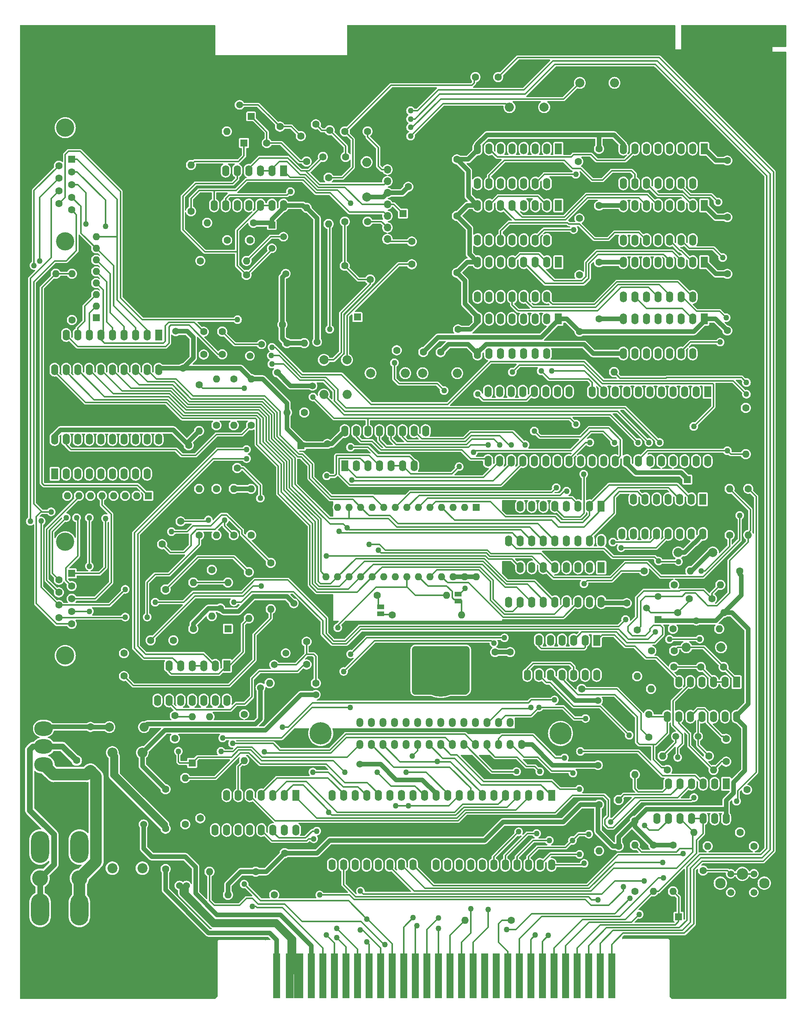
<source format=gbr>
%TF.GenerationSoftware,KiCad,Pcbnew,7.0.11-7.0.11~ubuntu22.04.1*%
%TF.CreationDate,2024-10-09T20:20:13-04:00*%
%TF.ProjectId,coleco_original_main_only,636f6c65-636f-45f6-9f72-6967696e616c,DEV*%
%TF.SameCoordinates,Original*%
%TF.FileFunction,Copper,L2,Bot*%
%TF.FilePolarity,Positive*%
%FSLAX46Y46*%
G04 Gerber Fmt 4.6, Leading zero omitted, Abs format (unit mm)*
G04 Created by KiCad (PCBNEW 7.0.11-7.0.11~ubuntu22.04.1) date 2024-10-09 20:20:13*
%MOMM*%
%LPD*%
G01*
G04 APERTURE LIST*
G04 Aperture macros list*
%AMRoundRect*
0 Rectangle with rounded corners*
0 $1 Rounding radius*
0 $2 $3 $4 $5 $6 $7 $8 $9 X,Y pos of 4 corners*
0 Add a 4 corners polygon primitive as box body*
4,1,4,$2,$3,$4,$5,$6,$7,$8,$9,$2,$3,0*
0 Add four circle primitives for the rounded corners*
1,1,$1+$1,$2,$3*
1,1,$1+$1,$4,$5*
1,1,$1+$1,$6,$7*
1,1,$1+$1,$8,$9*
0 Add four rect primitives between the rounded corners*
20,1,$1+$1,$2,$3,$4,$5,0*
20,1,$1+$1,$4,$5,$6,$7,0*
20,1,$1+$1,$6,$7,$8,$9,0*
20,1,$1+$1,$8,$9,$2,$3,0*%
G04 Aperture macros list end*
%TA.AperFunction,ComponentPad*%
%ADD10C,1.600000*%
%TD*%
%TA.AperFunction,ComponentPad*%
%ADD11R,1.600000X1.600000*%
%TD*%
%TA.AperFunction,ComponentPad*%
%ADD12O,1.600000X1.600000*%
%TD*%
%TA.AperFunction,ComponentPad*%
%ADD13R,1.600000X2.400000*%
%TD*%
%TA.AperFunction,ComponentPad*%
%ADD14O,1.600000X2.400000*%
%TD*%
%TA.AperFunction,ComponentPad*%
%ADD15C,3.800000*%
%TD*%
%TA.AperFunction,ComponentPad*%
%ADD16R,1.500000X1.500000*%
%TD*%
%TA.AperFunction,ComponentPad*%
%ADD17C,1.500000*%
%TD*%
%TA.AperFunction,ComponentPad*%
%ADD18O,9.000000X5.000000*%
%TD*%
%TA.AperFunction,ComponentPad*%
%ADD19C,2.000000*%
%TD*%
%TA.AperFunction,ComponentPad*%
%ADD20O,2.000000X2.000000*%
%TD*%
%TA.AperFunction,ComponentPad*%
%ADD21C,4.000000*%
%TD*%
%TA.AperFunction,ConnectorPad*%
%ADD22R,1.524000X9.906000*%
%TD*%
%TA.AperFunction,ConnectorPad*%
%ADD23R,2.032000X9.906000*%
%TD*%
%TA.AperFunction,ConnectorPad*%
%ADD24R,1.778000X9.906000*%
%TD*%
%TA.AperFunction,WasherPad*%
%ADD25C,2.300000*%
%TD*%
%TA.AperFunction,ComponentPad*%
%ADD26C,2.500000*%
%TD*%
%TA.AperFunction,ComponentPad*%
%ADD27C,11.000000*%
%TD*%
%TA.AperFunction,ComponentPad*%
%ADD28C,2.200000*%
%TD*%
%TA.AperFunction,ComponentPad*%
%ADD29O,2.200000X2.200000*%
%TD*%
%TA.AperFunction,ComponentPad*%
%ADD30C,7.000000*%
%TD*%
%TA.AperFunction,ComponentPad*%
%ADD31O,4.000000X7.000000*%
%TD*%
%TA.AperFunction,ComponentPad*%
%ADD32C,3.500000*%
%TD*%
%TA.AperFunction,ComponentPad*%
%ADD33RoundRect,0.250000X-1.800000X1.330000X-1.800000X-1.330000X1.800000X-1.330000X1.800000X1.330000X0*%
%TD*%
%TA.AperFunction,ComponentPad*%
%ADD34O,4.100000X3.160000*%
%TD*%
%TA.AperFunction,ComponentPad*%
%ADD35O,1.500000X2.000000*%
%TD*%
%TA.AperFunction,ComponentPad*%
%ADD36C,4.875000*%
%TD*%
%TA.AperFunction,ComponentPad*%
%ADD37O,5.000000X9.000000*%
%TD*%
%TA.AperFunction,ComponentPad*%
%ADD38R,1.700000X1.700000*%
%TD*%
%TA.AperFunction,ComponentPad*%
%ADD39O,1.700000X1.700000*%
%TD*%
%TA.AperFunction,SMDPad,CuDef*%
%ADD40R,1.500000X1.000000*%
%TD*%
%TA.AperFunction,ViaPad*%
%ADD41C,1.270000*%
%TD*%
%TA.AperFunction,ViaPad*%
%ADD42C,1.524000*%
%TD*%
%TA.AperFunction,Conductor*%
%ADD43C,0.304800*%
%TD*%
%TA.AperFunction,Conductor*%
%ADD44C,1.016000*%
%TD*%
%TA.AperFunction,Conductor*%
%ADD45C,1.270000*%
%TD*%
%TA.AperFunction,Conductor*%
%ADD46C,2.540000*%
%TD*%
%TA.AperFunction,Conductor*%
%ADD47C,1.524000*%
%TD*%
G04 APERTURE END LIST*
D10*
%TO.P,C46,1*%
%TO.N,GNDD*%
X38862000Y-165787000D03*
%TO.P,C46,2*%
%TO.N,-5C*%
X38862000Y-170787000D03*
%TD*%
D11*
%TO.P,CR1,1,K*%
%TO.N,/clock_reset_misc_logic/INT*%
X61214000Y-178701000D03*
D12*
%TO.P,CR1,2,A*%
%TO.N,N/C*%
X61214000Y-168541000D03*
%TD*%
D10*
%TO.P,R23,1*%
%TO.N,Net-(C99-Pad1)*%
X73660000Y-136791000D03*
D12*
%TO.P,R23,2*%
%TO.N,Net-(R23-Pad2)*%
X73660000Y-146951000D03*
%TD*%
D13*
%TO.P,U1,1,A11*%
%TO.N,/cpu/A11*%
X140203000Y-185833000D03*
D14*
%TO.P,U1,2,A12*%
%TO.N,/cpu/A12*%
X137663000Y-185833000D03*
%TO.P,U1,3,A13*%
%TO.N,/cpu/A13*%
X135123000Y-185833000D03*
%TO.P,U1,4,A14*%
%TO.N,/cpu/A14*%
X132583000Y-185833000D03*
%TO.P,U1,5,A15*%
%TO.N,/cpu/A15*%
X130043000Y-185833000D03*
%TO.P,U1,6,~{CLK}*%
%TO.N,/clock_reset_misc_logic/~{CLK}*%
X127503000Y-185833000D03*
%TO.P,U1,7,D4*%
%TO.N,/cpu/D4*%
X124963000Y-185833000D03*
%TO.P,U1,8,D3*%
%TO.N,/cpu/D3*%
X122423000Y-185833000D03*
%TO.P,U1,9,D5*%
%TO.N,/cpu/D5*%
X119883000Y-185833000D03*
%TO.P,U1,10,D6*%
%TO.N,/cpu/D6*%
X117343000Y-185833000D03*
%TO.P,U1,11,VCC*%
%TO.N,+5V*%
X114803000Y-185833000D03*
%TO.P,U1,12,D2*%
%TO.N,/cpu/D2*%
X112263000Y-185833000D03*
%TO.P,U1,13,D7*%
%TO.N,/cpu/D7*%
X109723000Y-185833000D03*
%TO.P,U1,14,D0*%
%TO.N,/cpu/D0*%
X107183000Y-185833000D03*
%TO.P,U1,15,D1*%
%TO.N,/cpu/D1*%
X104643000Y-185833000D03*
%TO.P,U1,16,~{INT}*%
%TO.N,/clock_reset_misc_logic/~{INT}*%
X102103000Y-185833000D03*
%TO.P,U1,17,~{NMI}*%
%TO.N,/cpu/~{NMI}*%
X99563000Y-185833000D03*
%TO.P,U1,18,~{HALT}*%
%TO.N,/cpu/~{HALT}*%
X97023000Y-185833000D03*
%TO.P,U1,19,~{MREQ}*%
%TO.N,/cpu/~{MREQ}*%
X94483000Y-185833000D03*
%TO.P,U1,20,~{IORQ}*%
%TO.N,/cpu/~{IORQ}*%
X91943000Y-185833000D03*
%TO.P,U1,21,~{RD}*%
%TO.N,/cpu/~{RD}*%
X91943000Y-201073000D03*
%TO.P,U1,22,~{WR}*%
%TO.N,/cpu/~{WR}*%
X94483000Y-201073000D03*
%TO.P,U1,23,~{BUSACK}*%
%TO.N,/cpu/~{BUSAK}*%
X97023000Y-201073000D03*
%TO.P,U1,24,~{WAIT}*%
%TO.N,/clock_reset_misc_logic/~{WAIT}*%
X99563000Y-201073000D03*
%TO.P,U1,25,~{BUSRQ}*%
%TO.N,/cpu/~{BUSRQ}*%
X102103000Y-201073000D03*
%TO.P,U1,26,~{RESET}*%
%TO.N,/clock_reset_misc_logic/~{RESET}*%
X104643000Y-201073000D03*
%TO.P,U1,27,~{M1}*%
%TO.N,/clock_reset_misc_logic/~{M1}*%
X107183000Y-201073000D03*
%TO.P,U1,28,~{RFSH}*%
%TO.N,/clock_reset_misc_logic/~{RFSH}*%
X109723000Y-201073000D03*
%TO.P,U1,29,GND*%
%TO.N,GNDD*%
X112263000Y-201073000D03*
%TO.P,U1,30,A0*%
%TO.N,/cpu/A0*%
X114803000Y-201073000D03*
%TO.P,U1,31,A1*%
%TO.N,/cpu/A1*%
X117343000Y-201073000D03*
%TO.P,U1,32,A2*%
%TO.N,/cpu/A2*%
X119883000Y-201073000D03*
%TO.P,U1,33,A3*%
%TO.N,/cpu/A3*%
X122423000Y-201073000D03*
%TO.P,U1,34,A4*%
%TO.N,/cpu/A4*%
X124963000Y-201073000D03*
%TO.P,U1,35,A5*%
%TO.N,/cpu/A5*%
X127503000Y-201073000D03*
%TO.P,U1,36,A6*%
%TO.N,/cpu/A6*%
X130043000Y-201073000D03*
%TO.P,U1,37,A7*%
%TO.N,/cpu/A7*%
X132583000Y-201073000D03*
%TO.P,U1,38,A8*%
%TO.N,/cpu/A8*%
X135123000Y-201073000D03*
%TO.P,U1,39,A9*%
%TO.N,/cpu/A9*%
X137663000Y-201073000D03*
%TO.P,U1,40,A10*%
%TO.N,/cpu/A10*%
X140203000Y-201073000D03*
%TD*%
D10*
%TO.P,C92,1*%
%TO.N,Net-(C91-Pad2)*%
X173014000Y-157619000D03*
%TO.P,C92,2*%
%TO.N,Net-(C90-Pad2)*%
X178014000Y-157619000D03*
%TD*%
%TO.P,C103,1*%
%TO.N,N/C*%
X86360000Y-152071000D03*
%TO.P,C103,2*%
X86360000Y-157071000D03*
%TD*%
%TO.P,R39,1*%
%TO.N,N/C*%
X160528000Y-136537000D03*
D12*
%TO.P,R39,2*%
%TO.N,+5V*%
X170688000Y-136537000D03*
%TD*%
D10*
%TO.P,C49,1*%
%TO.N,GNDD*%
X55372000Y-196989000D03*
%TO.P,C49,2*%
%TO.N,-5VL*%
X55372000Y-201989000D03*
%TD*%
%TO.P,C31,1*%
%TO.N,+12V*%
X150622000Y-68759000D03*
%TO.P,C31,2*%
%TO.N,GNDD*%
X150622000Y-73759000D03*
%TD*%
D15*
%TO.P,H14,1,1*%
%TO.N,GNDD*%
X104174000Y-67669000D03*
%TD*%
D10*
%TO.P,R13,1*%
%TO.N,N/C*%
X167132000Y-139585000D03*
D12*
%TO.P,R13,2*%
X177292000Y-139585000D03*
%TD*%
D10*
%TO.P,C90,1*%
%TO.N,Net-(C90-Pad1)*%
X162132000Y-154063000D03*
%TO.P,C90,2*%
%TO.N,Net-(C90-Pad2)*%
X167132000Y-154063000D03*
%TD*%
D16*
%TO.P,Q4,1,E*%
%TO.N,GNDD*%
X73914000Y-84213000D03*
D17*
%TO.P,Q4,2,B*%
%TO.N,N/C*%
X76454000Y-86753000D03*
%TO.P,Q4,3,C*%
X73914000Y-89293000D03*
%TD*%
D10*
%TO.P,C1,1*%
%TO.N,Net-(C1-Pad1)*%
X178562000Y-173407000D03*
%TO.P,C1,2*%
%TO.N,Net-(C1-Pad2)*%
X178562000Y-178407000D03*
%TD*%
%TO.P,C91,1*%
%TO.N,GNDD*%
X162092000Y-157619000D03*
%TO.P,C91,2*%
%TO.N,Net-(C91-Pad2)*%
X167092000Y-157619000D03*
%TD*%
%TO.P,C65,1*%
%TO.N,N/C*%
X57110000Y-151777000D03*
%TO.P,C65,2*%
X52110000Y-151777000D03*
%TD*%
D11*
%TO.P,U2,1,VPP*%
%TO.N,+5V*%
X123688000Y-122562000D03*
D12*
%TO.P,U2,2,A12*%
%TO.N,/cpu/A12*%
X121148000Y-122562000D03*
%TO.P,U2,3,A7*%
%TO.N,/cpu/A7*%
X118608000Y-122562000D03*
%TO.P,U2,4,A6*%
%TO.N,/cpu/A6*%
X116068000Y-122562000D03*
%TO.P,U2,5,A5*%
%TO.N,/cpu/A5*%
X113528000Y-122562000D03*
%TO.P,U2,6,A4*%
%TO.N,/cpu/A4*%
X110988000Y-122562000D03*
%TO.P,U2,7,A3*%
%TO.N,/cpu/A3*%
X108448000Y-122562000D03*
%TO.P,U2,8,A2*%
%TO.N,/cpu/A2*%
X105908000Y-122562000D03*
%TO.P,U2,9,A1*%
%TO.N,/cpu/A1*%
X103368000Y-122562000D03*
%TO.P,U2,10,A0*%
%TO.N,/cpu/A0*%
X100828000Y-122562000D03*
%TO.P,U2,11,D0*%
%TO.N,/cpu/D0*%
X98288000Y-122562000D03*
%TO.P,U2,12,D1*%
%TO.N,/cpu/D1*%
X95748000Y-122562000D03*
%TO.P,U2,13,D2*%
%TO.N,/cpu/D2*%
X93208000Y-122562000D03*
%TO.P,U2,14,GND*%
%TO.N,GNDD*%
X90668000Y-122562000D03*
%TO.P,U2,15,D3*%
%TO.N,/cpu/D3*%
X90668000Y-137802000D03*
%TO.P,U2,16,D4*%
%TO.N,/cpu/D4*%
X93208000Y-137802000D03*
%TO.P,U2,17,D5*%
%TO.N,/cpu/D5*%
X95748000Y-137802000D03*
%TO.P,U2,18,D6*%
%TO.N,/cpu/D6*%
X98288000Y-137802000D03*
%TO.P,U2,19,D7*%
%TO.N,/cpu/D7*%
X100828000Y-137802000D03*
%TO.P,U2,20,~{CE}*%
%TO.N,N/C*%
X103368000Y-137802000D03*
%TO.P,U2,21,A10*%
%TO.N,/cpu/A10*%
X105908000Y-137802000D03*
%TO.P,U2,22,~{OE}*%
%TO.N,/decoder_logic/~{ROM_ENABLE}*%
X108448000Y-137802000D03*
%TO.P,U2,23,A11*%
%TO.N,N/C*%
X110988000Y-137802000D03*
%TO.P,U2,24,A9*%
%TO.N,/cpu/A9*%
X113528000Y-137802000D03*
%TO.P,U2,25,A8*%
%TO.N,/cpu/A8*%
X116068000Y-137802000D03*
%TO.P,U2,26,A13*%
%TO.N,+5V*%
X118608000Y-137802000D03*
%TO.P,U2,27,A14*%
X121148000Y-137802000D03*
%TO.P,U2,28,VCC*%
X123688000Y-137802000D03*
%TD*%
D10*
%TO.P,C8,1*%
%TO.N,GNDD*%
X62992000Y-185853000D03*
%TO.P,C8,2*%
%TO.N,+5V*%
X62992000Y-190853000D03*
%TD*%
D18*
%TO.P,H7,1,1*%
%TO.N,GNDD*%
X32258000Y-219849000D03*
%TD*%
D19*
%TO.P,L17,1,1*%
%TO.N,+5V*%
X175656000Y-132473000D03*
D20*
%TO.P,L17,2,2*%
%TO.N,+5VD*%
X168036000Y-132473000D03*
%TD*%
D21*
%TO.P,J5,0*%
%TO.N,N/C*%
X33342331Y-39191000D03*
X33342331Y-64191000D03*
D11*
%TO.P,J5,1,1*%
X34762331Y-46151000D03*
D10*
%TO.P,J5,2,2*%
X34762331Y-48921000D03*
%TO.P,J5,3,3*%
X34762331Y-51691000D03*
%TO.P,J5,4,4*%
X34762331Y-54461000D03*
%TO.P,J5,5,5*%
%TO.N,Net-(C98-Pad2)*%
X34762331Y-57231000D03*
%TO.P,J5,6,6*%
%TO.N,N/C*%
X31922331Y-47536000D03*
%TO.P,J5,7,7*%
X31922331Y-50306000D03*
%TO.P,J5,8,8*%
%TO.N,Net-(C99-Pad1)*%
X31922331Y-53076000D03*
%TO.P,J5,9,9*%
%TO.N,Net-(J5-Pad9)*%
X31922331Y-55846000D03*
%TD*%
D18*
%TO.P,H12,1,1*%
%TO.N,GNDD*%
X105664000Y-78371000D03*
%TD*%
D11*
%TO.P,C36,1*%
%TO.N,+12V*%
X97536000Y-80773094D03*
D10*
%TO.P,C36,2*%
%TO.N,GNDD*%
X97536000Y-85773094D03*
%TD*%
D11*
%TO.P,UR25,1,common*%
%TO.N,N/C*%
X40132000Y-80921000D03*
D12*
%TO.P,UR25,2,R1*%
X40132000Y-78381000D03*
%TO.P,UR25,3,R2*%
X40132000Y-75841000D03*
%TO.P,UR25,4,R3*%
X40132000Y-73301000D03*
%TO.P,UR25,5,R4*%
X40132000Y-70761000D03*
%TO.P,UR25,6,R5*%
X40132000Y-68221000D03*
%TO.P,UR25,7,R6*%
X40132000Y-65681000D03*
%TO.P,UR25,8,R7*%
X40132000Y-63141000D03*
%TD*%
D10*
%TO.P,C48,1*%
%TO.N,GNDD*%
X38862000Y-175439000D03*
%TO.P,C48,2*%
%TO.N,+5C*%
X38862000Y-180439000D03*
%TD*%
%TO.P,R8,1*%
%TO.N,+5V*%
X162560000Y-196735000D03*
D12*
%TO.P,R8,2*%
%TO.N,/clock_reset_misc_logic/RESET*%
X162560000Y-206895000D03*
%TD*%
D10*
%TO.P,R67,1*%
%TO.N,GNDD*%
X31242000Y-81419000D03*
D12*
%TO.P,R67,2*%
%TO.N,N/C*%
X31242000Y-71259000D03*
%TD*%
D10*
%TO.P,R34,1*%
%TO.N,/clock_reset_misc_logic/~{CTRL_READ_2}*%
X74168000Y-104533000D03*
D12*
%TO.P,R34,2*%
%TO.N,+5V*%
X74168000Y-94373000D03*
%TD*%
D10*
%TO.P,C4,1*%
%TO.N,N/C*%
X170434000Y-142633000D03*
%TO.P,C4,2*%
X175434000Y-142633000D03*
%TD*%
%TO.P,C11,1*%
%TO.N,GNDD*%
X183134000Y-189583000D03*
%TO.P,C11,2*%
%TO.N,+5V*%
X183134000Y-184583000D03*
%TD*%
%TO.P,C50,1*%
%TO.N,GNDD*%
X55372000Y-179463000D03*
%TO.P,C50,2*%
%TO.N,+12VL*%
X55372000Y-184463000D03*
%TD*%
%TO.P,R48,1*%
%TO.N,/io_ports/EXT_VIDEO_SEL*%
X63026000Y-68431000D03*
D12*
%TO.P,R48,2*%
%TO.N,N/C*%
X73186000Y-68431000D03*
%TD*%
D22*
%TO.P,J2,31,Pin_31*%
%TO.N,/io_ports/EXT_SOUND*%
X153416000Y-225437000D03*
%TO.P,J2,32,Pin_32*%
%TO.N,/io_ports/EXT_VIDEO_SEL*%
X150876000Y-225437000D03*
%TO.P,J2,33,Pin_33*%
%TO.N,/io_ports/EXT_VIDEO*%
X148336000Y-225437000D03*
%TO.P,J2,34,Pin_34*%
%TO.N,/clock_reset_misc_logic/EXP_RESET*%
X145796000Y-225437000D03*
%TO.P,J2,35,Pin_35*%
%TO.N,/clock_reset_misc_logic/SND_CLK*%
X143256000Y-225437000D03*
%TO.P,J2,36,Pin_36*%
%TO.N,/clock_reset_misc_logic/RESET*%
X140716000Y-225437000D03*
%TO.P,J2,37,Pin_37*%
%TO.N,/cpu/A11*%
X138176000Y-225437000D03*
%TO.P,J2,38,Pin_38*%
%TO.N,/cpu/A12*%
X135636000Y-225437000D03*
%TO.P,J2,39,Pin_39*%
%TO.N,/io_ports/~{VDP_RESET}*%
X133096000Y-225437000D03*
%TO.P,J2,40,Pin_40*%
%TO.N,N/C*%
X130556000Y-225437000D03*
%TO.P,J2,41,Pin_41*%
X128016000Y-225437000D03*
%TO.P,J2,42,Pin_42*%
X125476000Y-225437000D03*
%TO.P,J2,43,Pin_43*%
%TO.N,/cpu/A15*%
X122936000Y-225437000D03*
%TO.P,J2,44,Pin_44*%
%TO.N,/cpu/A3*%
X120396000Y-225437000D03*
%TO.P,J2,45,Pin_45*%
%TO.N,/clock_reset_misc_logic/~{CLK}*%
X117856000Y-225437000D03*
%TO.P,J2,46,Pin_46*%
%TO.N,/cpu/D2*%
X115316000Y-225437000D03*
%TO.P,J2,47,Pin_47*%
%TO.N,/cpu/A0*%
X112776000Y-225437000D03*
%TO.P,J2,48,Pin_48*%
%TO.N,/cpu/D5*%
X110236000Y-225437000D03*
%TO.P,J2,49,Pin_49*%
%TO.N,/clock_reset_misc_logic/~{RFSH}*%
X107696000Y-225437000D03*
%TO.P,J2,50,Pin_50*%
%TO.N,/clock_reset_misc_logic/~{WAIT}*%
X105156000Y-225437000D03*
%TO.P,J2,51,Pin_51*%
%TO.N,/clock_reset_misc_logic/~{INT}*%
X102616000Y-225437000D03*
%TO.P,J2,52,Pin_52*%
%TO.N,/cpu/~{BUSAK}*%
X100076000Y-225437000D03*
%TO.P,J2,53,Pin_53*%
%TO.N,/cpu/~{RD}*%
X97536000Y-225437000D03*
%TO.P,J2,54,Pin_54*%
%TO.N,/cpu/~{MREQ}*%
X94996000Y-225437000D03*
%TO.P,J2,55,Pin_55*%
%TO.N,/cpu/~{IORQ}*%
X92456000Y-225437000D03*
%TO.P,J2,56,Pin_56*%
%TO.N,/io_ports/SND_OUT*%
X89916000Y-225437000D03*
%TO.P,J2,57,Pin_57*%
%TO.N,+12VL*%
X87376000Y-225437000D03*
D23*
%TO.P,J2,58,Pin_58*%
%TO.N,+5V*%
X84582000Y-225437000D03*
D24*
%TO.P,J2,59,Pin_59*%
X82677000Y-225437000D03*
D22*
%TO.P,J2,60,Pin_60*%
%TO.N,-5VL*%
X79756000Y-225437000D03*
%TD*%
D10*
%TO.P,R35,1*%
%TO.N,+5V*%
X158496000Y-191401000D03*
D12*
%TO.P,R35,2*%
%TO.N,N/C*%
X158496000Y-181241000D03*
%TD*%
D10*
%TO.P,C100,1*%
%TO.N,Net-(C100-Pad1)*%
X94782000Y-40017000D03*
%TO.P,C100,2*%
%TO.N,/rf_mod/sub_rf_mod/2*%
X99782000Y-40017000D03*
%TD*%
%TO.P,C40,1*%
%TO.N,+12V*%
X119380000Y-71045000D03*
%TO.P,C40,2*%
%TO.N,GNDD*%
X119380000Y-76045000D03*
%TD*%
%TO.P,R72,1*%
%TO.N,N/C*%
X62738000Y-95643000D03*
D12*
%TO.P,R72,2*%
%TO.N,+5V*%
X62738000Y-105803000D03*
%TD*%
D13*
%TO.P,U24,1*%
%TO.N,Net-(R23-Pad2)*%
X68834000Y-157365000D03*
D14*
%TO.P,U24,2*%
%TO.N,/controller/~{CTRL_EN_1}*%
X66294000Y-157365000D03*
%TO.P,U24,3*%
%TO.N,Net-(R22-Pad2)*%
X63754000Y-157365000D03*
%TO.P,U24,4*%
X61214000Y-157365000D03*
%TO.P,U24,5*%
%TO.N,/controller/~{CTRL_EN_2}*%
X58674000Y-157365000D03*
%TO.P,U24,6*%
%TO.N,Net-(R23-Pad2)*%
X56134000Y-157365000D03*
%TO.P,U24,7,GND*%
%TO.N,GNDD*%
X53594000Y-157365000D03*
%TO.P,U24,8*%
%TO.N,N/C*%
X53594000Y-164985000D03*
%TO.P,U24,9*%
X56134000Y-164985000D03*
%TO.P,U24,10*%
%TO.N,Net-(C19-Pad2)*%
X58674000Y-164985000D03*
%TO.P,U24,11*%
%TO.N,N/C*%
X61214000Y-164985000D03*
%TO.P,U24,12*%
X63754000Y-164985000D03*
%TO.P,U24,13*%
%TO.N,Net-(C17-Pad2)*%
X66294000Y-164985000D03*
%TO.P,U24,14,VCC*%
%TO.N,+5V*%
X68834000Y-164985000D03*
%TD*%
D13*
%TO.P,U7,1*%
%TO.N,/cpu/A1*%
X178562000Y-183273000D03*
D14*
%TO.P,U7,2*%
%TO.N,/clock_reset_misc_logic/~{CTRL_READ_2}*%
X176022000Y-183273000D03*
%TO.P,U7,3*%
%TO.N,N/C*%
X173482000Y-183273000D03*
%TO.P,U7,4*%
%TO.N,/clock_reset_misc_logic/~{WAIT}*%
X170942000Y-183273000D03*
%TO.P,U7,5*%
%TO.N,/clock_reset_misc_logic/AUX_DECODE_2*%
X168402000Y-183273000D03*
%TO.P,U7,6*%
%TO.N,N/C*%
X165862000Y-183273000D03*
%TO.P,U7,7,GND*%
%TO.N,GNDD*%
X163322000Y-183273000D03*
%TO.P,U7,8*%
%TO.N,/clock_reset_misc_logic/~{INT}*%
X163322000Y-190893000D03*
%TO.P,U7,9*%
%TO.N,/clock_reset_misc_logic/INT*%
X165862000Y-190893000D03*
%TO.P,U7,10*%
%TO.N,/clock_reset_misc_logic/~{RESET}*%
X168402000Y-190893000D03*
%TO.P,U7,11*%
%TO.N,/clock_reset_misc_logic/RESET*%
X170942000Y-190893000D03*
%TO.P,U7,12*%
X173482000Y-190893000D03*
%TO.P,U7,13*%
%TO.N,Net-(R77-Pad1)*%
X176022000Y-190893000D03*
%TO.P,U7,14,VCC*%
%TO.N,+5V*%
X178562000Y-190893000D03*
%TD*%
D13*
%TO.P,U6,1,A0*%
%TO.N,/cpu/~{WR}*%
X173467000Y-120774000D03*
D14*
%TO.P,U6,2,A1*%
%TO.N,/cpu/A5*%
X170927000Y-120774000D03*
%TO.P,U6,3,A2*%
%TO.N,/cpu/A6*%
X168387000Y-120774000D03*
%TO.P,U6,4,E1*%
%TO.N,/cpu/~{IORQ}*%
X165847000Y-120774000D03*
%TO.P,U6,5,E2*%
%TO.N,N/C*%
X163307000Y-120774000D03*
%TO.P,U6,6,E3*%
%TO.N,/cpu/A7*%
X160767000Y-120774000D03*
%TO.P,U6,7,O7*%
%TO.N,/controller/~{CTRL_READ}*%
X158227000Y-120774000D03*
%TO.P,U6,8,GND*%
%TO.N,GNDD*%
X155687000Y-120774000D03*
%TO.P,U6,9,O6*%
%TO.N,/decoder_logic/~{SND_ENABLE}*%
X155687000Y-128394000D03*
%TO.P,U6,10,O5*%
%TO.N,N/C*%
X158227000Y-128394000D03*
%TO.P,U6,11,O4*%
%TO.N,/controller/~{CTRL_EN_1}*%
X160767000Y-128394000D03*
%TO.P,U6,12,O3*%
%TO.N,/decoder_logic/~{CSR}*%
X163307000Y-128394000D03*
%TO.P,U6,13,O2*%
%TO.N,/decoder_logic/~{CSW}*%
X165847000Y-128394000D03*
%TO.P,U6,14,O1*%
%TO.N,N/C*%
X168387000Y-128394000D03*
%TO.P,U6,15,O0*%
%TO.N,/controller/~{CTRL_EN_2}*%
X170927000Y-128394000D03*
%TO.P,U6,16,VCC*%
%TO.N,+5VD*%
X173467000Y-128394000D03*
%TD*%
D10*
%TO.P,C2,1*%
%TO.N,+5V*%
X81534000Y-198513000D03*
%TO.P,C2,2*%
%TO.N,GNDD*%
X76534000Y-198513000D03*
%TD*%
D25*
%TO.P,S1,*%
%TO.N,*%
X177292000Y-205085000D03*
X186944000Y-205085000D03*
D17*
%TO.P,S1,1,A*%
%TO.N,/clock_reset_misc_logic/EXP_RESET*%
X179578000Y-203053000D03*
D26*
X182118000Y-203053000D03*
D17*
X184658000Y-203053000D03*
%TO.P,S1,2,B*%
%TO.N,GNDD*%
X179578000Y-205085000D03*
D26*
X182118000Y-207117000D03*
D17*
X184658000Y-205085000D03*
%TO.P,S1,3*%
%TO.N,N/C*%
X179578000Y-207117000D03*
X184658000Y-207117000D03*
%TD*%
D19*
%TO.P,L9,1,1*%
%TO.N,/rf_mod/Y*%
X138572000Y-34683000D03*
D20*
%TO.P,L9,2,2*%
%TO.N,N/C*%
X130952000Y-34683000D03*
%TD*%
D27*
%TO.P,H5,1,1*%
%TO.N,GND*%
X115858000Y-158601000D03*
%TD*%
D10*
%TO.P,C60,1*%
%TO.N,VDDA*%
X81066000Y-82435000D03*
%TO.P,C60,2*%
%TO.N,GNDD*%
X86066000Y-82435000D03*
%TD*%
%TO.P,R14,1*%
%TO.N,/cpu/~{HALT}*%
X79248000Y-207657000D03*
D12*
%TO.P,R14,2*%
%TO.N,+5V*%
X69088000Y-207657000D03*
%TD*%
D10*
%TO.P,R49,1*%
%TO.N,N/C*%
X73152000Y-71513000D03*
D12*
%TO.P,R49,2*%
%TO.N,GNDD*%
X62992000Y-71513000D03*
%TD*%
D13*
%TO.P,U22,1*%
%TO.N,Net-(C90-Pad2)*%
X180853000Y-160906000D03*
D14*
%TO.P,U22,2*%
%TO.N,Net-(C91-Pad2)*%
X178313000Y-160906000D03*
%TO.P,U22,3*%
X175773000Y-160906000D03*
%TO.P,U22,4*%
%TO.N,/clock_reset_misc_logic/VDP_CLK*%
X173233000Y-160906000D03*
%TO.P,U22,5*%
%TO.N,/clock_reset_misc_logic/~{M1}*%
X170693000Y-160906000D03*
%TO.P,U22,6*%
%TO.N,N/C*%
X168153000Y-160906000D03*
%TO.P,U22,7,GND*%
%TO.N,GNDD*%
X165613000Y-160906000D03*
%TO.P,U22,8*%
%TO.N,N/C*%
X165613000Y-168526000D03*
%TO.P,U22,9*%
%TO.N,Net-(C1-Pad2)*%
X168153000Y-168526000D03*
%TO.P,U22,10*%
%TO.N,Net-(C1-Pad1)*%
X170693000Y-168526000D03*
%TO.P,U22,11*%
%TO.N,Net-(R6-Pad2)*%
X173233000Y-168526000D03*
%TO.P,U22,12*%
%TO.N,/clock_reset_misc_logic/RFSH*%
X175773000Y-168526000D03*
%TO.P,U22,13*%
%TO.N,/clock_reset_misc_logic/~{RFSH}*%
X178313000Y-168526000D03*
%TO.P,U22,14,VCC*%
%TO.N,+5V*%
X180853000Y-168526000D03*
%TD*%
D10*
%TO.P,C26,1*%
%TO.N,-5V*%
X178816000Y-58853000D03*
%TO.P,C26,2*%
%TO.N,GNDD*%
X178816000Y-63853000D03*
%TD*%
%TO.P,R19,1*%
%TO.N,Net-(J5-Pad9)*%
X70358000Y-94373000D03*
D12*
%TO.P,R19,2*%
%TO.N,Net-(C17-Pad2)*%
X70358000Y-104533000D03*
%TD*%
D28*
%TO.P,L5,1,1*%
%TO.N,/psu/+12NF*%
X50292000Y-201815000D03*
D29*
%TO.P,L5,2,2*%
%TO.N,+12VL*%
X50292000Y-176415000D03*
%TD*%
D10*
%TO.P,R25,1*%
%TO.N,Net-(R23-Pad2)*%
X74168000Y-128663000D03*
D12*
%TO.P,R25,2*%
%TO.N,-5VL*%
X74168000Y-118503000D03*
%TD*%
D10*
%TO.P,C32,1*%
%TO.N,+12V*%
X119380000Y-46153000D03*
%TO.P,C32,2*%
%TO.N,GNDD*%
X119380000Y-51153000D03*
%TD*%
D30*
%TO.P,H13,1,1*%
%TO.N,GNDD*%
X50834000Y-71733000D03*
%TD*%
D10*
%TO.P,C28,1*%
%TO.N,+12V*%
X150622000Y-56313000D03*
%TO.P,C28,2*%
%TO.N,GNDD*%
X150622000Y-61313000D03*
%TD*%
%TO.P,R12,1*%
%TO.N,+5V*%
X75184000Y-202577000D03*
D12*
%TO.P,R12,2*%
%TO.N,/cpu/~{BUSRQ}*%
X65024000Y-202577000D03*
%TD*%
D10*
%TO.P,C64,1*%
%TO.N,N/C*%
X80518000Y-38961000D03*
%TO.P,C64,2*%
%TO.N,GNDD*%
X80518000Y-33961000D03*
%TD*%
%TO.P,C37,1*%
%TO.N,+12V*%
X119380000Y-58559000D03*
%TO.P,C37,2*%
%TO.N,GNDD*%
X119380000Y-63559000D03*
%TD*%
D27*
%TO.P,H1,1,1*%
%TO.N,GNDD*%
X51562000Y-213499000D03*
%TD*%
D19*
%TO.P,L2,1,1*%
%TO.N,-5VL*%
X100442000Y-93103000D03*
D20*
%TO.P,L2,2,2*%
%TO.N,-5V*%
X108062000Y-93103000D03*
%TD*%
D18*
%TO.P,H10,1,1*%
%TO.N,GNDD*%
X53848000Y-78389000D03*
%TD*%
D11*
%TO.P,C87,1*%
%TO.N,/rf_mod/sub_rf_mod/5*%
X107551774Y-58051000D03*
D10*
%TO.P,C87,2*%
%TO.N,GNDD*%
X110051774Y-58051000D03*
%TD*%
%TO.P,R62,1*%
%TO.N,N/C*%
X159004000Y-149491000D03*
D12*
%TO.P,R62,2*%
%TO.N,Net-(C90-Pad1)*%
X159004000Y-159651000D03*
%TD*%
D16*
%TO.P,Q6,1,E*%
%TO.N,N/C*%
X74176000Y-36715000D03*
D17*
%TO.P,Q6,2,B*%
X71636000Y-34175000D03*
%TO.P,Q6,3,C*%
%TO.N,GNDD*%
X74176000Y-31635000D03*
%TD*%
D10*
%TO.P,R75,1*%
%TO.N,Net-(R6-Pad2)*%
X174752000Y-177177000D03*
D12*
%TO.P,R75,2*%
%TO.N,N/C*%
X164592000Y-177177000D03*
%TD*%
D21*
%TO.P,J6,0*%
%TO.N,N/C*%
X33342331Y-130123000D03*
X33342331Y-155123000D03*
D11*
%TO.P,J6,1,1*%
X34762331Y-137083000D03*
D10*
%TO.P,J6,2,2*%
X34762331Y-139853000D03*
%TO.P,J6,3,3*%
X34762331Y-142623000D03*
%TO.P,J6,4,4*%
X34762331Y-145393000D03*
%TO.P,J6,5,5*%
%TO.N,Net-(C98-Pad2)*%
X34762331Y-148163000D03*
%TO.P,J6,6,6*%
%TO.N,N/C*%
X31922331Y-138468000D03*
%TO.P,J6,7,7*%
X31922331Y-141238000D03*
%TO.P,J6,8,8*%
%TO.N,Net-(C99-Pad1)*%
X31922331Y-144008000D03*
%TO.P,J6,9,9*%
%TO.N,Net-(J6-Pad9)*%
X31922331Y-146778000D03*
%TD*%
%TO.P,R26,1*%
%TO.N,N/C*%
X131318000Y-213245000D03*
D12*
%TO.P,R26,2*%
%TO.N,/clock_reset_misc_logic/~{CLK}*%
X121158000Y-213245000D03*
%TD*%
D10*
%TO.P,C102,1*%
%TO.N,N/C*%
X67818000Y-83959000D03*
%TO.P,C102,2*%
X67818000Y-88959000D03*
%TD*%
D19*
%TO.P,L3,1,1*%
%TO.N,+12VL*%
X111872000Y-93103000D03*
D20*
%TO.P,L3,2,2*%
%TO.N,+12V*%
X119492000Y-93103000D03*
%TD*%
D13*
%TO.P,U8,1,~{R}*%
%TO.N,N/C*%
X150119000Y-151762000D03*
D14*
%TO.P,U8,2,D*%
X147579000Y-151762000D03*
%TO.P,U8,3,C*%
X145039000Y-151762000D03*
%TO.P,U8,4,~{S}*%
X142499000Y-151762000D03*
%TO.P,U8,5,Q*%
X139959000Y-151762000D03*
%TO.P,U8,6,~{Q}*%
X137419000Y-151762000D03*
%TO.P,U8,7,GND*%
%TO.N,GNDD*%
X134879000Y-151762000D03*
%TO.P,U8,8,~{Q}*%
%TO.N,N/C*%
X134879000Y-159382000D03*
%TO.P,U8,9,Q*%
X137419000Y-159382000D03*
%TO.P,U8,10,~{S}*%
%TO.N,+5V*%
X139959000Y-159382000D03*
%TO.P,U8,11,C*%
%TO.N,N/C*%
X142499000Y-159382000D03*
%TO.P,U8,12,D*%
X145039000Y-159382000D03*
%TO.P,U8,13,~{R}*%
%TO.N,+5V*%
X147579000Y-159382000D03*
%TO.P,U8,14,VCC*%
X150119000Y-159382000D03*
%TD*%
D10*
%TO.P,R55,1*%
%TO.N,/rf_mod/sub_rf_mod/6*%
X60960000Y-57543000D03*
D12*
%TO.P,R55,2*%
%TO.N,N/C*%
X60960000Y-47383000D03*
%TD*%
D10*
%TO.P,R43,1*%
%TO.N,GNDD*%
X68834000Y-29857000D03*
D12*
%TO.P,R43,2*%
%TO.N,/io_ports/EXT_VIDEO_SEL*%
X68834000Y-40017000D03*
%TD*%
D31*
%TO.P,S2,1,A*%
%TO.N,+5C*%
X36449000Y-210864000D03*
D32*
%TO.P,S2,2,B*%
X36449000Y-204006000D03*
D31*
%TO.P,S2,3,C*%
%TO.N,/psu/+5NF*%
X36449000Y-197148000D03*
%TO.P,S2,4,A*%
%TO.N,+12C*%
X27813000Y-210864000D03*
D32*
%TO.P,S2,5,B*%
X27813000Y-204006000D03*
D31*
%TO.P,S2,6,C*%
%TO.N,/psu/+12NF*%
X27813000Y-197148000D03*
%TD*%
D11*
%TO.P,C34,1*%
%TO.N,GNDD*%
X106172000Y-83071423D03*
D10*
%TO.P,C34,2*%
%TO.N,-5V*%
X106172000Y-88071423D03*
%TD*%
%TO.P,WJ3,1,A*%
%TO.N,VDDA*%
X82042000Y-86499000D03*
D12*
%TO.P,WJ3,2,B*%
%TO.N,+5V*%
X82042000Y-101739000D03*
%TD*%
D10*
%TO.P,R60,1*%
%TO.N,/clock_reset_misc_logic/~{CLK}*%
X179324000Y-128663000D03*
D12*
%TO.P,R60,2*%
%TO.N,N/C*%
X179324000Y-118503000D03*
%TD*%
D10*
%TO.P,C24,1*%
%TO.N,-5V*%
X146304000Y-59107000D03*
%TO.P,C24,2*%
%TO.N,GNDD*%
X146304000Y-64107000D03*
%TD*%
%TO.P,R71,1*%
%TO.N,N/C*%
X78486000Y-134759000D03*
D12*
%TO.P,R71,2*%
X78486000Y-144919000D03*
%TD*%
D13*
%TO.P,U4,1,A6*%
%TO.N,/cpu/A6*%
X151120000Y-135760000D03*
D14*
%TO.P,U4,2,A5*%
%TO.N,/cpu/A5*%
X148580000Y-135760000D03*
%TO.P,U4,3,A4*%
%TO.N,/cpu/A4*%
X146040000Y-135760000D03*
%TO.P,U4,4,A3*%
%TO.N,/cpu/A3*%
X143500000Y-135760000D03*
%TO.P,U4,5,A0*%
%TO.N,/cpu/A0*%
X140960000Y-135760000D03*
%TO.P,U4,6,A1*%
%TO.N,/cpu/A1*%
X138420000Y-135760000D03*
%TO.P,U4,7,A2*%
%TO.N,/cpu/A2*%
X135880000Y-135760000D03*
%TO.P,U4,8,~{CS}*%
%TO.N,/decoder_logic/~{RAM_CS}*%
X133340000Y-135760000D03*
%TO.P,U4,9,GND*%
%TO.N,GNDD*%
X130800000Y-135760000D03*
%TO.P,U4,10,~{WE}*%
%TO.N,/cpu/~{WR}*%
X130800000Y-143380000D03*
%TO.P,U4,11,D3*%
%TO.N,/cpu/D7*%
X133340000Y-143380000D03*
%TO.P,U4,12,D2*%
%TO.N,/cpu/D6*%
X135880000Y-143380000D03*
%TO.P,U4,13,D1*%
%TO.N,/cpu/D5*%
X138420000Y-143380000D03*
%TO.P,U4,14,D0*%
%TO.N,/cpu/D4*%
X140960000Y-143380000D03*
%TO.P,U4,15,A9*%
%TO.N,/cpu/A9*%
X143500000Y-143380000D03*
%TO.P,U4,16,A8*%
%TO.N,/cpu/A8*%
X146040000Y-143380000D03*
%TO.P,U4,17,A7*%
%TO.N,/cpu/A7*%
X148580000Y-143380000D03*
%TO.P,U4,18,VCC*%
%TO.N,+5V*%
X151120000Y-143380000D03*
%TD*%
D10*
%TO.P,R17,1*%
%TO.N,+5V*%
X154940000Y-196989000D03*
D12*
%TO.P,R17,2*%
%TO.N,/clock_reset_misc_logic/AUX_DECODE_2*%
X154940000Y-186829000D03*
%TD*%
D10*
%TO.P,C22,1*%
%TO.N,+12V*%
X150622000Y-43827000D03*
%TO.P,C22,2*%
%TO.N,GNDD*%
X150622000Y-48827000D03*
%TD*%
%TO.P,R69,1*%
%TO.N,N/C*%
X66548000Y-104533000D03*
D12*
%TO.P,R69,2*%
X66548000Y-94373000D03*
%TD*%
D11*
%TO.P,C68,1*%
%TO.N,N/C*%
X72624698Y-42557000D03*
D10*
%TO.P,C68,2*%
X77624698Y-42557000D03*
%TD*%
%TO.P,C29,1*%
%TO.N,-5V*%
X178816000Y-71299000D03*
%TO.P,C29,2*%
%TO.N,GNDD*%
X178816000Y-76299000D03*
%TD*%
%TO.P,C42,1*%
%TO.N,+5V*%
X115824000Y-88491000D03*
%TO.P,C42,2*%
%TO.N,GNDD*%
X115824000Y-83491000D03*
%TD*%
D13*
%TO.P,U20,1,D2*%
%TO.N,/cpu/D5*%
X94757000Y-113438000D03*
D14*
%TO.P,U20,2,D1*%
%TO.N,/cpu/D6*%
X97297000Y-113438000D03*
%TO.P,U20,3,D0*%
%TO.N,/cpu/D7*%
X99837000Y-113438000D03*
%TO.P,U20,4,RDY*%
%TO.N,/clock_reset_misc_logic/~{WAIT}*%
X102377000Y-113438000D03*
%TO.P,U20,5,~{WE}*%
%TO.N,/decoder_logic/~{SND_ENABLE}*%
X104917000Y-113438000D03*
%TO.P,U20,6,~{CE}*%
X107457000Y-113438000D03*
%TO.P,U20,7,OUT*%
%TO.N,/io_ports/SND_OUT*%
X109997000Y-113438000D03*
%TO.P,U20,8,GND*%
%TO.N,GNDD*%
X112537000Y-113438000D03*
%TO.P,U20,9,N.C.*%
%TO.N,N/C*%
X112537000Y-105818000D03*
%TO.P,U20,10,D7*%
%TO.N,/cpu/D0*%
X109997000Y-105818000D03*
%TO.P,U20,11,D6*%
%TO.N,/cpu/D1*%
X107457000Y-105818000D03*
%TO.P,U20,12,D5*%
%TO.N,/cpu/D2*%
X104917000Y-105818000D03*
%TO.P,U20,13,D4*%
%TO.N,/cpu/D3*%
X102377000Y-105818000D03*
%TO.P,U20,14,CLK*%
%TO.N,/clock_reset_misc_logic/SND_CLK*%
X99837000Y-105818000D03*
%TO.P,U20,15,D3*%
%TO.N,/cpu/D4*%
X97297000Y-105818000D03*
%TO.P,U20,16,VCC*%
%TO.N,+5V*%
X94757000Y-105818000D03*
%TD*%
D10*
%TO.P,R22,1*%
%TO.N,Net-(C98-Pad2)*%
X66548000Y-118503000D03*
D12*
%TO.P,R22,2*%
%TO.N,Net-(R22-Pad2)*%
X66548000Y-128663000D03*
%TD*%
D13*
%TO.P,U3,1,A6*%
%TO.N,/cpu/A6*%
X151120000Y-122298000D03*
D14*
%TO.P,U3,2,A5*%
%TO.N,/cpu/A5*%
X148580000Y-122298000D03*
%TO.P,U3,3,A4*%
%TO.N,/cpu/A4*%
X146040000Y-122298000D03*
%TO.P,U3,4,A3*%
%TO.N,/cpu/A3*%
X143500000Y-122298000D03*
%TO.P,U3,5,A0*%
%TO.N,/cpu/A0*%
X140960000Y-122298000D03*
%TO.P,U3,6,A1*%
%TO.N,/cpu/A1*%
X138420000Y-122298000D03*
%TO.P,U3,7,A2*%
%TO.N,/cpu/A2*%
X135880000Y-122298000D03*
%TO.P,U3,8,~{CS}*%
%TO.N,/decoder_logic/~{RAM_CS}*%
X133340000Y-122298000D03*
%TO.P,U3,9,GND*%
%TO.N,GNDD*%
X130800000Y-122298000D03*
%TO.P,U3,10,~{WE}*%
%TO.N,/cpu/~{WR}*%
X130800000Y-129918000D03*
%TO.P,U3,11,D3*%
%TO.N,/cpu/D3*%
X133340000Y-129918000D03*
%TO.P,U3,12,D2*%
%TO.N,/cpu/D2*%
X135880000Y-129918000D03*
%TO.P,U3,13,D1*%
%TO.N,/cpu/D1*%
X138420000Y-129918000D03*
%TO.P,U3,14,D0*%
%TO.N,/cpu/D0*%
X140960000Y-129918000D03*
%TO.P,U3,15,A9*%
%TO.N,/cpu/A9*%
X143500000Y-129918000D03*
%TO.P,U3,16,A8*%
%TO.N,/cpu/A8*%
X146040000Y-129918000D03*
%TO.P,U3,17,A7*%
%TO.N,/cpu/A7*%
X148580000Y-129918000D03*
%TO.P,U3,18,VCC*%
%TO.N,+5V*%
X151120000Y-129918000D03*
%TD*%
D13*
%TO.P,U19,1,G1*%
%TO.N,/controller/~{CTRL_READ}*%
X53848000Y-84721000D03*
D14*
%TO.P,U19,2,A0*%
%TO.N,N/C*%
X51308000Y-84721000D03*
%TO.P,U19,3,A1*%
X48768000Y-84721000D03*
%TO.P,U19,4,A2*%
X46228000Y-84721000D03*
%TO.P,U19,5,A3*%
X43688000Y-84721000D03*
%TO.P,U19,6,A4*%
X41148000Y-84721000D03*
%TO.P,U19,7,A5*%
X38608000Y-84721000D03*
%TO.P,U19,8,A6*%
X36068000Y-84721000D03*
%TO.P,U19,9,A7*%
X33528000Y-84721000D03*
%TO.P,U19,10,GND*%
%TO.N,GNDD*%
X30988000Y-84721000D03*
%TO.P,U19,11,Y7*%
%TO.N,/cpu/D7*%
X30988000Y-92341000D03*
%TO.P,U19,12,Y6*%
%TO.N,/cpu/D6*%
X33528000Y-92341000D03*
%TO.P,U19,13,Y5*%
%TO.N,/cpu/D5*%
X36068000Y-92341000D03*
%TO.P,U19,14,Y4*%
%TO.N,/cpu/D4*%
X38608000Y-92341000D03*
%TO.P,U19,15,Y3*%
%TO.N,/cpu/D3*%
X41148000Y-92341000D03*
%TO.P,U19,16,Y2*%
%TO.N,/cpu/D2*%
X43688000Y-92341000D03*
%TO.P,U19,17,Y1*%
%TO.N,/cpu/D1*%
X46228000Y-92341000D03*
%TO.P,U19,18,Y0*%
%TO.N,/cpu/D0*%
X48768000Y-92341000D03*
%TO.P,U19,19,G2*%
%TO.N,/cpu/A1*%
X51308000Y-92341000D03*
%TO.P,U19,20,VCC*%
%TO.N,+5V*%
X53848000Y-92341000D03*
%TD*%
D17*
%TO.P,Y1,1,1*%
%TO.N,Net-(R6-Pad2)*%
X172410000Y-172859000D03*
%TO.P,Y1,2,2*%
%TO.N,N/C*%
X167530000Y-172859000D03*
%TD*%
D10*
%TO.P,C41,1*%
%TO.N,GNDD*%
X112014000Y-83451000D03*
%TO.P,C41,2*%
%TO.N,-5V*%
X112014000Y-88451000D03*
%TD*%
%TO.P,R5,1*%
%TO.N,N/C*%
X165642000Y-180225000D03*
D12*
%TO.P,R5,2*%
%TO.N,Net-(C1-Pad2)*%
X175802000Y-180225000D03*
%TD*%
D10*
%TO.P,R79,1*%
%TO.N,+12VL*%
X74676000Y-60083000D03*
D12*
%TO.P,R79,2*%
%TO.N,N/C*%
X64516000Y-60083000D03*
%TD*%
D10*
%TO.P,C21,1*%
%TO.N,-5V*%
X146050000Y-46621000D03*
%TO.P,C21,2*%
%TO.N,GNDD*%
X146050000Y-51621000D03*
%TD*%
%TO.P,C99,1*%
%TO.N,Net-(C99-Pad1)*%
X55372000Y-140601000D03*
%TO.P,C99,2*%
%TO.N,GNDD*%
X55372000Y-145601000D03*
%TD*%
%TO.P,C13,1*%
%TO.N,GNDD*%
X156718000Y-138609000D03*
%TO.P,C13,2*%
%TO.N,+5V*%
X156718000Y-143609000D03*
%TD*%
%TO.P,C57,1*%
%TO.N,VDDF*%
X108712000Y-52169000D03*
%TO.P,C57,2*%
%TO.N,GNDD*%
X108712000Y-47169000D03*
%TD*%
D16*
%TO.P,Q3,1,E*%
%TO.N,+12VL*%
X78732000Y-60591000D03*
D17*
%TO.P,Q3,2,B*%
%TO.N,N/C*%
X81272000Y-63131000D03*
%TO.P,Q3,3,C*%
X78732000Y-65671000D03*
%TD*%
D10*
%TO.P,C30,1*%
%TO.N,-5V*%
X146338000Y-83959000D03*
%TO.P,C30,2*%
%TO.N,GNDD*%
X146338000Y-88959000D03*
%TD*%
%TO.P,R10,1*%
%TO.N,+5V*%
X158496000Y-206895000D03*
D12*
%TO.P,R10,2*%
%TO.N,/clock_reset_misc_logic/~{RESET}*%
X158496000Y-196735000D03*
%TD*%
D10*
%TO.P,R15,1*%
%TO.N,+5V*%
X150622000Y-187845000D03*
D12*
%TO.P,R15,2*%
%TO.N,/clock_reset_misc_logic/~{WAIT}*%
X150622000Y-198005000D03*
%TD*%
D10*
%TO.P,R76,1*%
%TO.N,N/C*%
X86360000Y-46621000D03*
D12*
%TO.P,R76,2*%
%TO.N,+12VL*%
X86360000Y-56781000D03*
%TD*%
D10*
%TO.P,R21,1*%
%TO.N,Net-(C98-Pad2)*%
X70358000Y-128663000D03*
D12*
%TO.P,R21,2*%
%TO.N,-5VL*%
X70358000Y-118503000D03*
%TD*%
D10*
%TO.P,C70,1*%
%TO.N,N/C*%
X161544000Y-168033000D03*
%TO.P,C70,2*%
X161544000Y-173033000D03*
%TD*%
D15*
%TO.P,H15,1,1*%
%TO.N,GNDD*%
X104174000Y-41761000D03*
%TD*%
D11*
%TO.P,UR26,1,common*%
%TO.N,N/C*%
X51562000Y-120027000D03*
D12*
%TO.P,UR26,2,R1*%
X49022000Y-120027000D03*
%TO.P,UR26,3,R2*%
X46482000Y-120027000D03*
%TO.P,UR26,4,R3*%
X43942000Y-120027000D03*
%TO.P,UR26,5,R4*%
X41402000Y-120027000D03*
%TO.P,UR26,6,R5*%
X38862000Y-120027000D03*
%TO.P,UR26,7,R6*%
X36322000Y-120027000D03*
%TO.P,UR26,8,R7*%
X33782000Y-120027000D03*
%TD*%
D13*
%TO.P,U23,1*%
%TO.N,/rf_mod/sub_rf_mod/7*%
X81285000Y-48638000D03*
D14*
%TO.P,U23,2*%
%TO.N,/rf_mod/sub_rf_mod/5*%
X78745000Y-48638000D03*
%TO.P,U23,3*%
X76205000Y-48638000D03*
%TO.P,U23,4*%
%TO.N,/rf_mod/sub_rf_mod/3*%
X73665000Y-48638000D03*
%TO.P,U23,5*%
%TO.N,N/C*%
X71125000Y-48638000D03*
%TO.P,U23,6*%
%TO.N,/io_ports/EXT_VIDEO_SEL*%
X68585000Y-48638000D03*
%TO.P,U23,7,VSS*%
%TO.N,GNDD*%
X66045000Y-48638000D03*
%TO.P,U23,8*%
%TO.N,/rf_mod/sub_rf_mod/6*%
X66045000Y-56258000D03*
%TO.P,U23,9*%
%TO.N,/io_ports/EXT_VIDEO*%
X68585000Y-56258000D03*
%TO.P,U23,10*%
%TO.N,/rf_mod/sub_rf_mod/5*%
X71125000Y-56258000D03*
%TO.P,U23,11*%
%TO.N,N/C*%
X73665000Y-56258000D03*
%TO.P,U23,12*%
X76205000Y-56258000D03*
%TO.P,U23,13*%
X78745000Y-56258000D03*
%TO.P,U23,14,VDD*%
%TO.N,+12VL*%
X81285000Y-56258000D03*
%TD*%
D13*
%TO.P,U18,1,G1*%
%TO.N,/controller/~{CTRL_READ}*%
X30988000Y-115201000D03*
D14*
%TO.P,U18,2,A0*%
%TO.N,N/C*%
X33528000Y-115201000D03*
%TO.P,U18,3,A1*%
X36068000Y-115201000D03*
%TO.P,U18,4,A2*%
X38608000Y-115201000D03*
%TO.P,U18,5,A3*%
X41148000Y-115201000D03*
%TO.P,U18,6,A4*%
X43688000Y-115201000D03*
%TO.P,U18,7,A5*%
X46228000Y-115201000D03*
%TO.P,U18,8,A6*%
X48768000Y-115201000D03*
%TO.P,U18,9,A7*%
X51308000Y-115201000D03*
%TO.P,U18,10,GND*%
%TO.N,GNDD*%
X53848000Y-115201000D03*
%TO.P,U18,11,Y7*%
%TO.N,/cpu/D0*%
X53848000Y-107581000D03*
%TO.P,U18,12,Y6*%
%TO.N,/cpu/D1*%
X51308000Y-107581000D03*
%TO.P,U18,13,Y5*%
%TO.N,/cpu/D2*%
X48768000Y-107581000D03*
%TO.P,U18,14,Y4*%
%TO.N,/cpu/D3*%
X46228000Y-107581000D03*
%TO.P,U18,15,Y3*%
%TO.N,/cpu/D4*%
X43688000Y-107581000D03*
%TO.P,U18,16,Y2*%
%TO.N,/cpu/D5*%
X41148000Y-107581000D03*
%TO.P,U18,17,Y1*%
%TO.N,/cpu/D6*%
X38608000Y-107581000D03*
%TO.P,U18,18,Y0*%
%TO.N,/cpu/D7*%
X36068000Y-107581000D03*
%TO.P,U18,19,G2*%
%TO.N,/clock_reset_misc_logic/~{CTRL_READ_2}*%
X33528000Y-107581000D03*
%TO.P,U18,20,VCC*%
%TO.N,+5V*%
X30988000Y-107581000D03*
%TD*%
D13*
%TO.P,U10,1,VBB*%
%TO.N,-5V*%
X173751000Y-56263000D03*
D14*
%TO.P,U10,2,Din*%
%TO.N,/video/AD3*%
X171211000Y-56263000D03*
%TO.P,U10,3,~{WRITE}*%
%TO.N,N/C*%
X168671000Y-56263000D03*
%TO.P,U10,4,~{RAS}*%
X166131000Y-56263000D03*
%TO.P,U10,5,A0*%
%TO.N,/video/AD7*%
X163591000Y-56263000D03*
%TO.P,U10,6,A2*%
%TO.N,/video/AD5*%
X161051000Y-56263000D03*
%TO.P,U10,7,A1*%
%TO.N,/video/AD6*%
X158511000Y-56263000D03*
%TO.P,U10,8,VDD*%
%TO.N,+12V*%
X155971000Y-56263000D03*
%TO.P,U10,9,VCC*%
%TO.N,+5V*%
X155971000Y-63883000D03*
%TO.P,U10,10,A5*%
%TO.N,/video/AD2*%
X158511000Y-63883000D03*
%TO.P,U10,11,A4*%
%TO.N,/video/AD3*%
X161051000Y-63883000D03*
%TO.P,U10,12,A3*%
%TO.N,/video/AD4*%
X163591000Y-63883000D03*
%TO.P,U10,13,A6*%
%TO.N,/video/AD1*%
X166131000Y-63883000D03*
%TO.P,U10,14,Dout*%
%TO.N,N/C*%
X168671000Y-63883000D03*
%TO.P,U10,15,~{CAS}*%
X171211000Y-63883000D03*
%TO.P,U10,16,VSS*%
%TO.N,GNDD*%
X173751000Y-63883000D03*
%TD*%
D27*
%TO.P,H2,1,1*%
%TO.N,GNDD*%
X37338000Y-29603000D03*
%TD*%
D33*
%TO.P,J0,1,Pin_1*%
%TO.N,GNDD*%
X28597000Y-167173000D03*
D34*
%TO.P,J0,2,Pin_2*%
%TO.N,-5C*%
X28597000Y-171133000D03*
%TO.P,J0,3,Pin_3*%
%TO.N,+12C*%
X28597000Y-175093000D03*
%TO.P,J0,4,Pin_4*%
%TO.N,+5C*%
X28597000Y-179053000D03*
%TD*%
D10*
%TO.P,C10,1*%
%TO.N,+5V*%
X59182000Y-92047000D03*
%TO.P,C10,2*%
%TO.N,GNDD*%
X59182000Y-87047000D03*
%TD*%
D19*
%TO.P,L14,1,1*%
%TO.N,Net-(C91-Pad2)*%
X177434000Y-153301000D03*
D20*
%TO.P,L14,2,2*%
%TO.N,Net-(C90-Pad2)*%
X169814000Y-153301000D03*
%TD*%
D10*
%TO.P,C104,1*%
%TO.N,N/C*%
X46228000Y-159611000D03*
%TO.P,C104,2*%
X46228000Y-154611000D03*
%TD*%
D11*
%TO.P,CR2,1,K*%
%TO.N,/clock_reset_misc_logic/INT*%
X69088000Y-149237000D03*
D12*
%TO.P,CR2,2,A*%
%TO.N,N/C*%
X69088000Y-139077000D03*
%TD*%
D10*
%TO.P,C88,1*%
%TO.N,/io_ports/EXT_SOUND*%
X128484000Y-28079000D03*
%TO.P,C88,2*%
%TO.N,Net-(C100-Pad1)*%
X123484000Y-28079000D03*
%TD*%
%TO.P,R78,1*%
%TO.N,Net-(R77-Pad1)*%
X184658000Y-196989000D03*
D12*
%TO.P,R78,2*%
%TO.N,/clock_reset_misc_logic/EXP_RESET*%
X174498000Y-196989000D03*
%TD*%
D13*
%TO.P,U15,1,VBB*%
%TO.N,-5V*%
X141717000Y-43812000D03*
D14*
%TO.P,U15,2,Din*%
%TO.N,/video/AD5*%
X139177000Y-43812000D03*
%TO.P,U15,3,~{WRITE}*%
%TO.N,N/C*%
X136637000Y-43812000D03*
%TO.P,U15,4,~{RAS}*%
X134097000Y-43812000D03*
%TO.P,U15,5,A0*%
%TO.N,/video/AD7*%
X131557000Y-43812000D03*
%TO.P,U15,6,A2*%
%TO.N,/video/AD5*%
X129017000Y-43812000D03*
%TO.P,U15,7,A1*%
%TO.N,/video/AD6*%
X126477000Y-43812000D03*
%TO.P,U15,8,VDD*%
%TO.N,+12V*%
X123937000Y-43812000D03*
%TO.P,U15,9,VCC*%
%TO.N,+5V*%
X123937000Y-51432000D03*
%TO.P,U15,10,A5*%
%TO.N,/video/AD2*%
X126477000Y-51432000D03*
%TO.P,U15,11,A4*%
%TO.N,/video/AD3*%
X129017000Y-51432000D03*
%TO.P,U15,12,A3*%
%TO.N,/video/AD4*%
X131557000Y-51432000D03*
%TO.P,U15,13,A6*%
%TO.N,/video/AD1*%
X134097000Y-51432000D03*
%TO.P,U15,14,Dout*%
%TO.N,N/C*%
X136637000Y-51432000D03*
%TO.P,U15,15,~{CAS}*%
X139177000Y-51432000D03*
%TO.P,U15,16,VSS*%
%TO.N,GNDD*%
X141717000Y-51432000D03*
%TD*%
D10*
%TO.P,R20,1*%
%TO.N,Net-(J6-Pad9)*%
X62738000Y-128663000D03*
D12*
%TO.P,R20,2*%
%TO.N,Net-(C19-Pad2)*%
X62738000Y-118503000D03*
%TD*%
D10*
%TO.P,R41,1*%
%TO.N,Net-(C63-Pad1)*%
X100330000Y-72529000D03*
D12*
%TO.P,R41,2*%
%TO.N,GNDD*%
X110490000Y-72529000D03*
%TD*%
D10*
%TO.P,WJ2,1,A*%
%TO.N,+12VL*%
X85852000Y-101739000D03*
D12*
%TO.P,WJ2,2,B*%
%TO.N,VDDA*%
X85852000Y-86499000D03*
%TD*%
D10*
%TO.P,R1,1*%
%TO.N,GNDD*%
X65024000Y-178701000D03*
D12*
%TO.P,R1,2*%
%TO.N,/clock_reset_misc_logic/INT*%
X65024000Y-168541000D03*
%TD*%
D10*
%TO.P,C12,1*%
%TO.N,+5V*%
X60452000Y-108931000D03*
%TO.P,C12,2*%
%TO.N,GNDD*%
X60452000Y-113931000D03*
%TD*%
%TO.P,R11,1*%
%TO.N,N/C*%
X167894000Y-145681000D03*
D12*
%TO.P,R11,2*%
%TO.N,+5V*%
X178054000Y-145681000D03*
%TD*%
D10*
%TO.P,C23,1*%
%TO.N,-5V*%
X178816000Y-46407000D03*
%TO.P,C23,2*%
%TO.N,GNDD*%
X178816000Y-51407000D03*
%TD*%
%TO.P,C17,1*%
%TO.N,GNDD*%
X66120000Y-113931000D03*
%TO.P,C17,2*%
%TO.N,Net-(C17-Pad2)*%
X71120000Y-113931000D03*
%TD*%
D18*
%TO.P,H11,1,1*%
%TO.N,GNDD*%
X105664000Y-25303000D03*
%TD*%
D10*
%TO.P,C44,1*%
%TO.N,-5V*%
X178816000Y-83745000D03*
%TO.P,C44,2*%
%TO.N,GNDD*%
X178816000Y-88745000D03*
%TD*%
%TO.P,C89,1*%
%TO.N,+5V*%
X90932000Y-108637000D03*
%TO.P,C89,2*%
%TO.N,GNDD*%
X90932000Y-113637000D03*
%TD*%
%TO.P,R18,1*%
%TO.N,Net-(C100-Pad1)*%
X91186000Y-50177000D03*
D12*
%TO.P,R18,2*%
%TO.N,/io_ports/SND_OUT*%
X91186000Y-60337000D03*
%TD*%
D16*
%TO.P,Q2,1,E*%
%TO.N,+5V*%
X163584000Y-147205000D03*
D17*
%TO.P,Q2,2,B*%
%TO.N,N/C*%
X161044000Y-144665000D03*
%TO.P,Q2,3,C*%
X163584000Y-142125000D03*
%TD*%
D10*
%TO.P,R24,1*%
%TO.N,+5V*%
X65532000Y-136283000D03*
D12*
%TO.P,R24,2*%
%TO.N,N/C*%
X65532000Y-146443000D03*
%TD*%
D10*
%TO.P,C61,1*%
%TO.N,N/C*%
X57404000Y-168293000D03*
%TO.P,C61,2*%
X57404000Y-173293000D03*
%TD*%
%TO.P,C9,1*%
%TO.N,+5V*%
X131098000Y-154357000D03*
%TO.P,C9,2*%
%TO.N,GNDD*%
X131098000Y-159357000D03*
%TD*%
%TO.P,C66,1*%
%TO.N,/rf_mod/sub_rf_mod/3*%
X89956000Y-45605000D03*
%TO.P,C66,2*%
%TO.N,Net-(C62-Pad1)*%
X94956000Y-45605000D03*
%TD*%
%TO.P,C69,1*%
%TO.N,N/C*%
X68909328Y-63893000D03*
%TO.P,C69,2*%
X73909328Y-63893000D03*
%TD*%
D13*
%TO.P,U16,1,VBB*%
%TO.N,-5V*%
X141717000Y-81165000D03*
D14*
%TO.P,U16,2,Din*%
%TO.N,/video/AD0*%
X139177000Y-81165000D03*
%TO.P,U16,3,~{WRITE}*%
%TO.N,N/C*%
X136637000Y-81165000D03*
%TO.P,U16,4,~{RAS}*%
X134097000Y-81165000D03*
%TO.P,U16,5,A0*%
%TO.N,/video/AD7*%
X131557000Y-81165000D03*
%TO.P,U16,6,A2*%
%TO.N,/video/AD5*%
X129017000Y-81165000D03*
%TO.P,U16,7,A1*%
%TO.N,/video/AD6*%
X126477000Y-81165000D03*
%TO.P,U16,8,VDD*%
%TO.N,+12V*%
X123937000Y-81165000D03*
%TO.P,U16,9,VCC*%
%TO.N,+5V*%
X123937000Y-88785000D03*
%TO.P,U16,10,A5*%
%TO.N,/video/AD2*%
X126477000Y-88785000D03*
%TO.P,U16,11,A4*%
%TO.N,/video/AD3*%
X129017000Y-88785000D03*
%TO.P,U16,12,A3*%
%TO.N,/video/AD4*%
X131557000Y-88785000D03*
%TO.P,U16,13,A6*%
%TO.N,/video/AD1*%
X134097000Y-88785000D03*
%TO.P,U16,14,Dout*%
%TO.N,N/C*%
X136637000Y-88785000D03*
%TO.P,U16,15,~{CAS}*%
X139177000Y-88785000D03*
%TO.P,U16,16,VSS*%
%TO.N,GNDD*%
X141717000Y-88785000D03*
%TD*%
D13*
%TO.P,U5,1,A0*%
%TO.N,/cpu/A13*%
X84059000Y-185798000D03*
D14*
%TO.P,U5,2,A1*%
%TO.N,/cpu/A14*%
X81519000Y-185798000D03*
%TO.P,U5,3,A2*%
%TO.N,/cpu/A15*%
X78979000Y-185798000D03*
%TO.P,U5,4,E1*%
%TO.N,/cpu/~{MREQ}*%
X76439000Y-185798000D03*
%TO.P,U5,5,E2*%
%TO.N,/clock_reset_misc_logic/RFSH*%
X73899000Y-185798000D03*
%TO.P,U5,6,E3*%
%TO.N,/decoder_logic/AUX_DECODE_1*%
X71359000Y-185798000D03*
%TO.P,U5,7,O7*%
%TO.N,/decoder_logic/~{CS_hE000}*%
X68819000Y-185798000D03*
%TO.P,U5,8,GND*%
%TO.N,GNDD*%
X66279000Y-185798000D03*
%TO.P,U5,9,O6*%
%TO.N,/decoder_logic/~{CS_hC000}*%
X66279000Y-193418000D03*
%TO.P,U5,10,O5*%
%TO.N,/decoder_logic/~{CS_hA000}*%
X68819000Y-193418000D03*
%TO.P,U5,11,O4*%
%TO.N,/decoder_logic/~{CS_h8000}*%
X71359000Y-193418000D03*
%TO.P,U5,12,O3*%
%TO.N,/decoder_logic/~{RAM_CS}*%
X73899000Y-193418000D03*
%TO.P,U5,13,O2*%
%TO.N,/decoder_logic/~{CS_h4000}*%
X76439000Y-193418000D03*
%TO.P,U5,14,O1*%
%TO.N,/decoder_logic/~{CS_h2000}*%
X78979000Y-193418000D03*
%TO.P,U5,15,O0*%
%TO.N,/decoder_logic/~{ROM_ENABLE}*%
X81519000Y-193418000D03*
%TO.P,U5,16,VCC*%
%TO.N,+5V*%
X84059000Y-193418000D03*
%TD*%
D10*
%TO.P,WJ1,1,A*%
%TO.N,N/C*%
X146812000Y-162445000D03*
D12*
%TO.P,WJ1,2,B*%
X162052000Y-162445000D03*
%TD*%
D19*
%TO.P,L8,1,1*%
%TO.N,Net-(C63-Pad1)*%
X90170000Y-90167000D03*
D20*
%TO.P,L8,2,2*%
%TO.N,/rf_mod/B-Y*%
X90170000Y-97787000D03*
%TD*%
D10*
%TO.P,R16,1*%
%TO.N,+5V*%
X72644000Y-167999000D03*
D12*
%TO.P,R16,2*%
%TO.N,/decoder_logic/AUX_DECODE_1*%
X72644000Y-178159000D03*
%TD*%
D27*
%TO.P,H4,1,1*%
%TO.N,GNDD*%
X183168000Y-33125000D03*
%TD*%
D11*
%TO.P,C16,1*%
%TO.N,+5V*%
X85090000Y-108988349D03*
D10*
%TO.P,C16,2*%
%TO.N,GNDD*%
X85090000Y-113988349D03*
%TD*%
%TO.P,C45,1*%
%TO.N,+12V*%
X150622000Y-81205000D03*
%TO.P,C45,2*%
%TO.N,GNDD*%
X150622000Y-86205000D03*
%TD*%
%TO.P,R37,1*%
%TO.N,+5V*%
X59690000Y-192163000D03*
D12*
%TO.P,R37,2*%
%TO.N,/clock_reset_misc_logic/~{INT}*%
X59690000Y-182003000D03*
%TD*%
D19*
%TO.P,L15,1,1*%
%TO.N,Net-(C78-Pad2)*%
X95250000Y-90167000D03*
D20*
%TO.P,L15,2,2*%
%TO.N,/clock_reset_misc_logic/SND_CLK*%
X95250000Y-97787000D03*
%TD*%
D35*
%TO.P,J1,1,Pin_1*%
%TO.N,/cpu/D2*%
X98044000Y-169811000D03*
%TO.P,J1,2,Pin_2*%
%TO.N,/decoder_logic/~{CS_hC000}*%
X98044000Y-174637000D03*
%TO.P,J1,3,Pin_3*%
%TO.N,/cpu/D1*%
X100584000Y-169811000D03*
%TO.P,J1,4,Pin_4*%
%TO.N,/cpu/D3*%
X100584000Y-174637000D03*
%TO.P,J1,5,Pin_5*%
%TO.N,/cpu/D0*%
X103124000Y-169811000D03*
%TO.P,J1,6,Pin_6*%
%TO.N,/cpu/D4*%
X103124000Y-174637000D03*
%TO.P,J1,7,Pin_7*%
%TO.N,/cpu/A0*%
X105664000Y-169811000D03*
%TO.P,J1,8,Pin_8*%
%TO.N,/cpu/D5*%
X105664000Y-174637000D03*
%TO.P,J1,9,Pin_9*%
%TO.N,/cpu/A1*%
X108204000Y-169811000D03*
%TO.P,J1,10,Pin_10*%
%TO.N,/cpu/D6*%
X108204000Y-174637000D03*
%TO.P,J1,11,Pin_11*%
%TO.N,/cpu/A2*%
X110744000Y-169811000D03*
%TO.P,J1,12,Pin_12*%
%TO.N,/cpu/D7*%
X110744000Y-174637000D03*
%TO.P,J1,13,Pin_13*%
%TO.N,GND*%
X113284000Y-169811000D03*
%TO.P,J1,14,Pin_14*%
%TO.N,/cpu/A11*%
X113284000Y-174637000D03*
%TO.P,J1,15,Pin_15*%
%TO.N,/cpu/A3*%
X115824000Y-169811000D03*
%TO.P,J1,16,Pin_16*%
%TO.N,/cpu/A10*%
X115824000Y-174637000D03*
%TO.P,J1,17,Pin_17*%
%TO.N,/cpu/A4*%
X118364000Y-169811000D03*
%TO.P,J1,18,Pin_18*%
%TO.N,/decoder_logic/~{CS_h8000}*%
X118364000Y-174637000D03*
%TO.P,J1,19,Pin_19*%
%TO.N,/cpu/A13*%
X120904000Y-169811000D03*
%TO.P,J1,20,Pin_20*%
%TO.N,/cpu/A14*%
X120904000Y-174637000D03*
%TO.P,J1,21,Pin_21*%
%TO.N,/cpu/A5*%
X123444000Y-169811000D03*
%TO.P,J1,22,Pin_22*%
%TO.N,/decoder_logic/~{CS_hA000}*%
X123444000Y-174637000D03*
%TO.P,J1,23,Pin_23*%
%TO.N,/cpu/A6*%
X125984000Y-169811000D03*
%TO.P,J1,24,Pin_24*%
%TO.N,/cpu/A12*%
X125984000Y-174637000D03*
%TO.P,J1,25,Pin_25*%
%TO.N,/cpu/A7*%
X128524000Y-169811000D03*
%TO.P,J1,26,Pin_26*%
%TO.N,/cpu/A9*%
X128524000Y-174637000D03*
%TO.P,J1,27,Pin_27*%
%TO.N,/decoder_logic/~{CS_hE000}*%
X131064000Y-169811000D03*
%TO.P,J1,28,Pin_28*%
%TO.N,/cpu/A8*%
X131064000Y-174637000D03*
%TO.P,J1,29,Pin_29*%
%TO.N,GNDD*%
X133604000Y-169811000D03*
%TO.P,J1,30,Pin_30*%
%TO.N,+5V*%
X133604000Y-174637000D03*
D36*
%TO.P,J1,MH1*%
%TO.N,N/C*%
X89474000Y-172212000D03*
%TO.P,J1,MH2*%
X142174000Y-172212000D03*
%TD*%
D10*
%TO.P,R9,1*%
%TO.N,/clock_reset_misc_logic/EXP_RESET*%
X173482000Y-202323000D03*
D12*
%TO.P,R9,2*%
%TO.N,GNDD*%
X173482000Y-212483000D03*
%TD*%
D13*
%TO.P,U9,1,~{RAS}*%
%TO.N,N/C*%
X174493000Y-97167000D03*
D14*
%TO.P,U9,2,~{CAS}*%
X171953000Y-97167000D03*
%TO.P,U9,3,AD7*%
%TO.N,/video/AD7*%
X169413000Y-97167000D03*
%TO.P,U9,4,AD6*%
%TO.N,/video/AD6*%
X166873000Y-97167000D03*
%TO.P,U9,5,AD5*%
%TO.N,/video/AD5*%
X164333000Y-97167000D03*
%TO.P,U9,6,AD4*%
%TO.N,/video/AD4*%
X161793000Y-97167000D03*
%TO.P,U9,7,AD3*%
%TO.N,/video/AD3*%
X159253000Y-97167000D03*
%TO.P,U9,8,AD2*%
%TO.N,/video/AD2*%
X156713000Y-97167000D03*
%TO.P,U9,9,AD1*%
%TO.N,/video/AD1*%
X154173000Y-97167000D03*
%TO.P,U9,10,AD0*%
%TO.N,/video/AD0*%
X151633000Y-97167000D03*
%TO.P,U9,11,R/~{W}*%
%TO.N,N/C*%
X149093000Y-97167000D03*
%TO.P,U9,12,VSS*%
%TO.N,GNDD*%
X146553000Y-97167000D03*
%TO.P,U9,13,MODE*%
%TO.N,/cpu/A0*%
X144013000Y-97167000D03*
%TO.P,U9,14,~{CSW}*%
%TO.N,/decoder_logic/~{CSW}*%
X141473000Y-97167000D03*
%TO.P,U9,15,~{CSR}*%
%TO.N,/decoder_logic/~{CSR}*%
X138933000Y-97167000D03*
%TO.P,U9,16,~{INT}*%
%TO.N,/cpu/~{NMI}*%
X136393000Y-97167000D03*
%TO.P,U9,17,CD7*%
%TO.N,/cpu/D0*%
X133853000Y-97167000D03*
%TO.P,U9,18,CD6*%
%TO.N,/cpu/D1*%
X131313000Y-97167000D03*
%TO.P,U9,19,CD5*%
%TO.N,/cpu/D2*%
X128773000Y-97167000D03*
%TO.P,U9,20,CD4*%
%TO.N,/cpu/D3*%
X126233000Y-97167000D03*
%TO.P,U9,21,CD3*%
%TO.N,/cpu/D4*%
X126233000Y-112407000D03*
%TO.P,U9,22,CD2*%
%TO.N,/cpu/D5*%
X128773000Y-112407000D03*
%TO.P,U9,23,CD1*%
%TO.N,/cpu/D6*%
X131313000Y-112407000D03*
%TO.P,U9,24,CD0*%
%TO.N,/cpu/D7*%
X133853000Y-112407000D03*
%TO.P,U9,25,RD7*%
%TO.N,N/C*%
X136393000Y-112407000D03*
%TO.P,U9,26,RD6*%
X138933000Y-112407000D03*
%TO.P,U9,27,RD5*%
X141473000Y-112407000D03*
%TO.P,U9,28,RD4*%
X144013000Y-112407000D03*
%TO.P,U9,29,RD3*%
X146553000Y-112407000D03*
%TO.P,U9,30,RD2*%
X149093000Y-112407000D03*
%TO.P,U9,31,RD1*%
X151633000Y-112407000D03*
%TO.P,U9,32,RD0*%
X154173000Y-112407000D03*
%TO.P,U9,33,VCC*%
%TO.N,+5VD*%
X156713000Y-112407000D03*
%TO.P,U9,34,~{RESET}*%
%TO.N,/io_ports/~{VDP_RESET}*%
X159253000Y-112407000D03*
%TO.P,U9,35,B-Y*%
%TO.N,/rf_mod/B-Y*%
X161793000Y-112407000D03*
%TO.P,U9,36,Y*%
%TO.N,/rf_mod/Y*%
X164333000Y-112407000D03*
%TO.P,U9,37,GROMCLK*%
%TO.N,N/C*%
X166873000Y-112407000D03*
%TO.P,U9,38,R-Y*%
%TO.N,/rf_mod/R-Y*%
X169413000Y-112407000D03*
%TO.P,U9,39,XTAL2*%
%TO.N,N/C*%
X171953000Y-112407000D03*
%TO.P,U9,40,XTAL1*%
%TO.N,/clock_reset_misc_logic/VDP_CLK*%
X174493000Y-112407000D03*
%TD*%
D11*
%TO.P,C3,1*%
%TO.N,/clock_reset_misc_logic/EXP_RESET*%
X168129255Y-212483000D03*
D10*
%TO.P,C3,2*%
%TO.N,GNDD*%
X163129255Y-212483000D03*
%TD*%
%TO.P,R65,1*%
%TO.N,+5V*%
X34798000Y-81419000D03*
D12*
%TO.P,R65,2*%
%TO.N,N/C*%
X34798000Y-71259000D03*
%TD*%
D37*
%TO.P,H9,1,1*%
%TO.N,GNDD*%
X44214000Y-41287000D03*
%TD*%
D10*
%TO.P,R61,1*%
%TO.N,/clock_reset_misc_logic/SND_CLK*%
X183422000Y-118469000D03*
D12*
%TO.P,R61,2*%
%TO.N,N/C*%
X183422000Y-128629000D03*
%TD*%
D10*
%TO.P,C27,1*%
%TO.N,-5V*%
X146304000Y-71553000D03*
%TO.P,C27,2*%
%TO.N,GNDD*%
X146304000Y-76553000D03*
%TD*%
D28*
%TO.P,L6,1,1*%
%TO.N,/psu/+5NF*%
X43688000Y-201815000D03*
D29*
%TO.P,L6,2,2*%
%TO.N,+5V*%
X43688000Y-176415000D03*
%TD*%
D13*
%TO.P,U12,1,VBB*%
%TO.N,-5V*%
X173736000Y-81165000D03*
D14*
%TO.P,U12,2,Din*%
%TO.N,/video/AD2*%
X171196000Y-81165000D03*
%TO.P,U12,3,~{WRITE}*%
%TO.N,N/C*%
X168656000Y-81165000D03*
%TO.P,U12,4,~{RAS}*%
X166116000Y-81165000D03*
%TO.P,U12,5,A0*%
%TO.N,/video/AD7*%
X163576000Y-81165000D03*
%TO.P,U12,6,A2*%
%TO.N,/video/AD5*%
X161036000Y-81165000D03*
%TO.P,U12,7,A1*%
%TO.N,/video/AD6*%
X158496000Y-81165000D03*
%TO.P,U12,8,VDD*%
%TO.N,+12V*%
X155956000Y-81165000D03*
%TO.P,U12,9,VCC*%
%TO.N,+5V*%
X155956000Y-88785000D03*
%TO.P,U12,10,A5*%
%TO.N,/video/AD2*%
X158496000Y-88785000D03*
%TO.P,U12,11,A4*%
%TO.N,/video/AD3*%
X161036000Y-88785000D03*
%TO.P,U12,12,A3*%
%TO.N,/video/AD4*%
X163576000Y-88785000D03*
%TO.P,U12,13,A6*%
%TO.N,/video/AD1*%
X166116000Y-88785000D03*
%TO.P,U12,14,Dout*%
%TO.N,N/C*%
X168656000Y-88785000D03*
%TO.P,U12,15,~{CAS}*%
X171196000Y-88785000D03*
%TO.P,U12,16,VSS*%
%TO.N,GNDD*%
X173736000Y-88785000D03*
%TD*%
D13*
%TO.P,U13,1,VBB*%
%TO.N,-5V*%
X141717000Y-56263000D03*
D14*
%TO.P,U13,2,Din*%
%TO.N,/video/AD6*%
X139177000Y-56263000D03*
%TO.P,U13,3,~{WRITE}*%
%TO.N,N/C*%
X136637000Y-56263000D03*
%TO.P,U13,4,~{RAS}*%
X134097000Y-56263000D03*
%TO.P,U13,5,A0*%
%TO.N,/video/AD7*%
X131557000Y-56263000D03*
%TO.P,U13,6,A2*%
%TO.N,/video/AD5*%
X129017000Y-56263000D03*
%TO.P,U13,7,A1*%
%TO.N,/video/AD6*%
X126477000Y-56263000D03*
%TO.P,U13,8,VDD*%
%TO.N,+12V*%
X123937000Y-56263000D03*
%TO.P,U13,9,VCC*%
%TO.N,+5V*%
X123937000Y-63883000D03*
%TO.P,U13,10,A5*%
%TO.N,/video/AD2*%
X126477000Y-63883000D03*
%TO.P,U13,11,A4*%
%TO.N,/video/AD3*%
X129017000Y-63883000D03*
%TO.P,U13,12,A3*%
%TO.N,/video/AD4*%
X131557000Y-63883000D03*
%TO.P,U13,13,A6*%
%TO.N,/video/AD1*%
X134097000Y-63883000D03*
%TO.P,U13,14,Dout*%
%TO.N,N/C*%
X136637000Y-63883000D03*
%TO.P,U13,15,~{CAS}*%
X139177000Y-63883000D03*
%TO.P,U13,16,VSS*%
%TO.N,GNDD*%
X141717000Y-63883000D03*
%TD*%
D19*
%TO.P,L10,1,1*%
%TO.N,VDDF*%
X99568000Y-54383000D03*
D20*
%TO.P,L10,2,2*%
%TO.N,VDDA*%
X99568000Y-46763000D03*
%TD*%
D10*
%TO.P,C43,1*%
%TO.N,+12V*%
X119634000Y-83491000D03*
%TO.P,C43,2*%
%TO.N,GNDD*%
X119634000Y-88491000D03*
%TD*%
D19*
%TO.P,L7,1,1*%
%TO.N,Net-(C62-Pad1)*%
X146416000Y-29349000D03*
D20*
%TO.P,L7,2,2*%
%TO.N,/rf_mod/R-Y*%
X154036000Y-29349000D03*
%TD*%
D10*
%TO.P,R70,1*%
%TO.N,N/C*%
X88392000Y-161175000D03*
D12*
%TO.P,R70,2*%
%TO.N,+5V*%
X78232000Y-161175000D03*
%TD*%
D10*
%TO.P,R7,1*%
%TO.N,+5V*%
X166878000Y-196735000D03*
D12*
%TO.P,R7,2*%
%TO.N,/clock_reset_misc_logic/EXP_RESET*%
X166878000Y-206895000D03*
%TD*%
D38*
%TO.P,J4A1,1,Pin_1*%
%TO.N,GNDD*%
X104140000Y-45874000D03*
D39*
%TO.P,J4A1,2,Pin_2*%
%TO.N,/rf_mod/sub_rf_mod/2*%
X104140000Y-48414000D03*
%TO.P,J4A1,3,Pin_3*%
%TO.N,/rf_mod/sub_rf_mod/3*%
X104140000Y-50954000D03*
%TO.P,J4A1,4,Pin_4*%
%TO.N,VDDF*%
X104140000Y-53494000D03*
%TO.P,J4A1,5,Pin_5*%
%TO.N,/rf_mod/sub_rf_mod/5*%
X104140000Y-56034000D03*
%TO.P,J4A1,6,Pin_6*%
%TO.N,/rf_mod/sub_rf_mod/6*%
X104140000Y-58574000D03*
%TO.P,J4A1,7,Pin_7*%
%TO.N,/rf_mod/sub_rf_mod/7*%
X104140000Y-61114000D03*
%TO.P,J4A1,8,Pin_8*%
%TO.N,/rf_mod/sub_rf_mod/8*%
X104140000Y-63654000D03*
%TD*%
D10*
%TO.P,C7,1*%
%TO.N,+5V*%
X127796000Y-154357000D03*
%TO.P,C7,2*%
%TO.N,GNDD*%
X127796000Y-159357000D03*
%TD*%
%TO.P,R77,1*%
%TO.N,Net-(R77-Pad1)*%
X181610000Y-193941000D03*
D12*
%TO.P,R77,2*%
%TO.N,/clock_reset_misc_logic/~{RESET}*%
X171450000Y-193941000D03*
%TD*%
D10*
%TO.P,R42,1*%
%TO.N,N/C*%
X85090000Y-41033000D03*
D12*
%TO.P,R42,2*%
%TO.N,GNDD*%
X85090000Y-30873000D03*
%TD*%
D10*
%TO.P,C101,1*%
%TO.N,N/C*%
X63754000Y-88999000D03*
%TO.P,C101,2*%
X63754000Y-83999000D03*
%TD*%
%TO.P,C67,1*%
%TO.N,Net-(C63-Pad1)*%
X94782000Y-59829000D03*
%TO.P,C67,2*%
%TO.N,/rf_mod/sub_rf_mod/7*%
X99782000Y-59829000D03*
%TD*%
D13*
%TO.P,U11,1,VBB*%
%TO.N,-5V*%
X141717000Y-68714000D03*
D14*
%TO.P,U11,2,Din*%
%TO.N,/video/AD7*%
X139177000Y-68714000D03*
%TO.P,U11,3,~{WRITE}*%
%TO.N,N/C*%
X136637000Y-68714000D03*
%TO.P,U11,4,~{RAS}*%
X134097000Y-68714000D03*
%TO.P,U11,5,A0*%
%TO.N,/video/AD7*%
X131557000Y-68714000D03*
%TO.P,U11,6,A2*%
%TO.N,/video/AD5*%
X129017000Y-68714000D03*
%TO.P,U11,7,A1*%
%TO.N,/video/AD6*%
X126477000Y-68714000D03*
%TO.P,U11,8,VDD*%
%TO.N,+12V*%
X123937000Y-68714000D03*
%TO.P,U11,9,VCC*%
%TO.N,+5V*%
X123937000Y-76334000D03*
%TO.P,U11,10,A5*%
%TO.N,/video/AD2*%
X126477000Y-76334000D03*
%TO.P,U11,11,A4*%
%TO.N,/video/AD3*%
X129017000Y-76334000D03*
%TO.P,U11,12,A3*%
%TO.N,/video/AD4*%
X131557000Y-76334000D03*
%TO.P,U11,13,A6*%
%TO.N,/video/AD1*%
X134097000Y-76334000D03*
%TO.P,U11,14,Dout*%
%TO.N,N/C*%
X136637000Y-76334000D03*
%TO.P,U11,15,~{CAS}*%
X139177000Y-76334000D03*
%TO.P,U11,16,VSS*%
%TO.N,GNDD*%
X141717000Y-76334000D03*
%TD*%
D10*
%TO.P,C51,1*%
%TO.N,+5V*%
X55372000Y-193139000D03*
%TO.P,C51,2*%
%TO.N,GNDD*%
X55372000Y-188139000D03*
%TD*%
%TO.P,R6,1*%
%TO.N,Net-(C1-Pad1)*%
X166878000Y-149237000D03*
D12*
%TO.P,R6,2*%
%TO.N,Net-(R6-Pad2)*%
X177038000Y-149237000D03*
%TD*%
D10*
%TO.P,C5,1*%
%TO.N,GNDD*%
X176530000Y-136537000D03*
%TO.P,C5,2*%
%TO.N,+5V*%
X181530000Y-136537000D03*
%TD*%
%TO.P,C19,1*%
%TO.N,GNDD*%
X58674000Y-130655000D03*
%TO.P,C19,2*%
%TO.N,Net-(C19-Pad2)*%
X58674000Y-125655000D03*
%TD*%
D19*
%TO.P,L4,1,1*%
%TO.N,-5C*%
X43038000Y-170827000D03*
D20*
%TO.P,L4,2,2*%
%TO.N,-5VL*%
X50658000Y-170827000D03*
%TD*%
D10*
%TO.P,R27,1*%
%TO.N,+5V*%
X61468000Y-149237000D03*
D12*
%TO.P,R27,2*%
%TO.N,N/C*%
X61468000Y-139077000D03*
%TD*%
D10*
%TO.P,R40,1*%
%TO.N,Net-(C62-Pad1)*%
X91440000Y-39763000D03*
D12*
%TO.P,R40,2*%
%TO.N,GNDD*%
X91440000Y-29603000D03*
%TD*%
D10*
%TO.P,C98,1*%
%TO.N,GNDD*%
X54610000Y-125655000D03*
%TO.P,C98,2*%
%TO.N,Net-(C98-Pad2)*%
X54610000Y-130655000D03*
%TD*%
%TO.P,C63,1*%
%TO.N,Net-(C63-Pad1)*%
X94742000Y-69521000D03*
%TO.P,C63,2*%
%TO.N,GNDD*%
X94742000Y-74521000D03*
%TD*%
D37*
%TO.P,H8,1,1*%
%TO.N,GNDD*%
X115062000Y-62877000D03*
%TD*%
D10*
%TO.P,C78,1*%
%TO.N,/rf_mod/sub_rf_mod/8*%
X109474000Y-64187000D03*
%TO.P,C78,2*%
%TO.N,Net-(C78-Pad2)*%
X109474000Y-69187000D03*
%TD*%
%TO.P,R73,1*%
%TO.N,+5V*%
X182880000Y-100723000D03*
D12*
%TO.P,R73,2*%
%TO.N,/io_ports/~{VDP_RESET}*%
X182880000Y-110883000D03*
%TD*%
D13*
%TO.P,U17,1,VBB*%
%TO.N,-5V*%
X173751000Y-43812000D03*
D14*
%TO.P,U17,2,Din*%
%TO.N,/video/AD4*%
X171211000Y-43812000D03*
%TO.P,U17,3,~{WRITE}*%
%TO.N,N/C*%
X168671000Y-43812000D03*
%TO.P,U17,4,~{RAS}*%
X166131000Y-43812000D03*
%TO.P,U17,5,A0*%
%TO.N,/video/AD7*%
X163591000Y-43812000D03*
%TO.P,U17,6,A2*%
%TO.N,/video/AD5*%
X161051000Y-43812000D03*
%TO.P,U17,7,A1*%
%TO.N,/video/AD6*%
X158511000Y-43812000D03*
%TO.P,U17,8,VDD*%
%TO.N,+12V*%
X155971000Y-43812000D03*
%TO.P,U17,9,VCC*%
%TO.N,+5V*%
X155971000Y-51432000D03*
%TO.P,U17,10,A5*%
%TO.N,/video/AD2*%
X158511000Y-51432000D03*
%TO.P,U17,11,A4*%
%TO.N,/video/AD3*%
X161051000Y-51432000D03*
%TO.P,U17,12,A3*%
%TO.N,/video/AD4*%
X163591000Y-51432000D03*
%TO.P,U17,13,A6*%
%TO.N,/video/AD1*%
X166131000Y-51432000D03*
%TO.P,U17,14,Dout*%
%TO.N,N/C*%
X168671000Y-51432000D03*
%TO.P,U17,15,~{CAS}*%
X171211000Y-51432000D03*
%TO.P,U17,16,VSS*%
%TO.N,GNDD*%
X173751000Y-51432000D03*
%TD*%
D18*
%TO.P,H6,1,1*%
%TO.N,GNDD*%
X32258000Y-188099000D03*
%TD*%
D27*
%TO.P,H3,1,1*%
%TO.N,GNDD*%
X182660000Y-219815000D03*
%TD*%
D10*
%TO.P,C62,1*%
%TO.N,Net-(C62-Pad1)*%
X88392000Y-38453000D03*
%TO.P,C62,2*%
%TO.N,GNDD*%
X88392000Y-33453000D03*
%TD*%
D13*
%TO.P,U14,1,VBB*%
%TO.N,-5V*%
X173751000Y-68714000D03*
D14*
%TO.P,U14,2,Din*%
%TO.N,/video/AD1*%
X171211000Y-68714000D03*
%TO.P,U14,3,~{WRITE}*%
%TO.N,N/C*%
X168671000Y-68714000D03*
%TO.P,U14,4,~{RAS}*%
X166131000Y-68714000D03*
%TO.P,U14,5,A0*%
%TO.N,/video/AD7*%
X163591000Y-68714000D03*
%TO.P,U14,6,A2*%
%TO.N,/video/AD5*%
X161051000Y-68714000D03*
%TO.P,U14,7,A1*%
%TO.N,/video/AD6*%
X158511000Y-68714000D03*
%TO.P,U14,8,VDD*%
%TO.N,+12V*%
X155971000Y-68714000D03*
%TO.P,U14,9,VCC*%
%TO.N,+5V*%
X155971000Y-76334000D03*
%TO.P,U14,10,A5*%
%TO.N,/video/AD2*%
X158511000Y-76334000D03*
%TO.P,U14,11,A4*%
%TO.N,/video/AD3*%
X161051000Y-76334000D03*
%TO.P,U14,12,A3*%
%TO.N,/video/AD4*%
X163591000Y-76334000D03*
%TO.P,U14,13,A6*%
%TO.N,/video/AD1*%
X166131000Y-76334000D03*
%TO.P,U14,14,Dout*%
%TO.N,N/C*%
X168671000Y-76334000D03*
%TO.P,U14,15,~{CAS}*%
X171211000Y-76334000D03*
%TO.P,U14,16,VSS*%
%TO.N,GNDD*%
X173751000Y-76334000D03*
%TD*%
D11*
%TO.P,C106,1*%
%TO.N,+5VD*%
X170034584Y-116471000D03*
D10*
%TO.P,C106,2*%
%TO.N,GNDD*%
X172534584Y-116471000D03*
%TD*%
%TO.P,WJ5,1,A*%
%TO.N,/cpu/A11*%
X105156000Y-146189000D03*
D12*
%TO.P,WJ5,2,B*%
%TO.N,N/C*%
X120396000Y-146189000D03*
%TD*%
D10*
%TO.P,R64,1*%
%TO.N,GNDD*%
X164084000Y-92849000D03*
D12*
%TO.P,R64,2*%
%TO.N,/clock_reset_misc_logic/SND_CLK*%
X153924000Y-92849000D03*
%TD*%
D10*
%TO.P,C47,1*%
%TO.N,GNDD*%
X35814000Y-173153000D03*
%TO.P,C47,2*%
%TO.N,+12C*%
X35814000Y-178153000D03*
%TD*%
%TO.P,WJ4,1,A*%
%TO.N,N/C*%
X101854000Y-141871000D03*
D12*
%TO.P,WJ4,2,B*%
%TO.N,/decoder_logic/~{ROM_ENABLE}*%
X117094000Y-141871000D03*
%TD*%
D16*
%TO.P,Q5,1,E*%
%TO.N,GNDD*%
X79240000Y-152031000D03*
D17*
%TO.P,Q5,2,B*%
%TO.N,N/C*%
X81780000Y-154571000D03*
%TO.P,Q5,3,C*%
X79240000Y-157111000D03*
%TD*%
D40*
%TO.P,JP1,1,A*%
%TO.N,N/C*%
X102616000Y-144411000D03*
%TO.P,JP1,2,B*%
%TO.N,/cpu/A11*%
X102616000Y-145935000D03*
%TD*%
%TO.P,JP2,1,A*%
%TO.N,/cpu/A12*%
X119634000Y-141617000D03*
%TO.P,JP2,2,B*%
%TO.N,N/C*%
X119634000Y-143141000D03*
%TD*%
D41*
%TO.N,*%
X137922000Y-92595000D03*
X109220000Y-41033000D03*
X145542000Y-49415000D03*
X33562000Y-124819000D03*
X38642000Y-135487000D03*
X178562000Y-80911000D03*
X26450000Y-69447000D03*
X42164000Y-60845000D03*
X35814000Y-124853000D03*
X147320000Y-139331000D03*
X145034000Y-61582900D03*
X177800000Y-67703000D03*
X38642000Y-145393000D03*
X177241200Y-86280921D03*
X146542199Y-176161000D03*
X76366778Y-139871726D03*
X56676000Y-127901000D03*
X148624000Y-108309000D03*
X42201705Y-125004900D03*
X37880000Y-60303000D03*
X136398000Y-105803000D03*
X38608000Y-124853000D03*
X72644000Y-96405000D03*
X176784000Y-55511000D03*
X27720000Y-68431000D03*
X157277300Y-172605000D03*
D42*
%TO.N,+5V*%
X150402000Y-165002300D03*
X150402000Y-179175000D03*
X57593820Y-83907700D03*
X59944000Y-205625000D03*
X83566000Y-143649000D03*
X98044000Y-178955000D03*
X58420000Y-205625000D03*
X67429122Y-144739590D03*
X172026000Y-147459000D03*
D41*
%TO.N,Net-(C17-Pad2)*%
X76200000Y-120535000D03*
%TO.N,Net-(C19-Pad2)*%
X64804000Y-125327000D03*
D42*
%TO.N,-5VL*%
X76234000Y-162157000D03*
X79917000Y-92942000D03*
X87664001Y-95862999D03*
%TO.N,+12VL*%
X88680000Y-86211000D03*
X50546000Y-192163000D03*
X88392000Y-163715000D03*
D41*
%TO.N,Net-(C62-Pad1)*%
X109220264Y-39101593D03*
%TO.N,/rf_mod/sub_rf_mod/7*%
X96046000Y-55731000D03*
%TO.N,Net-(C98-Pad2)*%
X68360000Y-125327000D03*
X30233100Y-123548998D03*
%TO.N,Net-(C99-Pad1)*%
X46516000Y-140567000D03*
X28049700Y-125562993D03*
X25654000Y-125615000D03*
%TO.N,/clock_reset_misc_logic/INT*%
X58200000Y-176127000D03*
X70392000Y-143361000D03*
X163037611Y-149903050D03*
X94742000Y-180699000D03*
X160630100Y-192417000D03*
%TO.N,/cpu/D2*%
X128778000Y-108851000D03*
X101854000Y-180699000D03*
X95250000Y-127024512D03*
X115316000Y-215023000D03*
%TO.N,/decoder_logic/~{CS_hE000}*%
X95970300Y-166550700D03*
X67917752Y-173212752D03*
X129845798Y-151217202D03*
X96045999Y-154791001D03*
%TO.N,/cpu/D1*%
X131318000Y-108851000D03*
%TO.N,/cpu/D3*%
X93472000Y-127833000D03*
X126238000Y-108851000D03*
%TO.N,/cpu/D0*%
X134400000Y-108817000D03*
%TO.N,/cpu/D4*%
X115062000Y-178396200D03*
%TO.N,/cpu/A0*%
X147244525Y-115276475D03*
X115316000Y-212737000D03*
X100110000Y-130661000D03*
%TO.N,/cpu/D5*%
X105918000Y-188099000D03*
X110589752Y-214415248D03*
X108712000Y-188099000D03*
%TO.N,/cpu/A1*%
X102110800Y-131962200D03*
X181558700Y-124345000D03*
%TO.N,/cpu/D6*%
X108253301Y-180732999D03*
X96304902Y-116529799D03*
%TO.N,/cpu/A2*%
X141224000Y-118249000D03*
%TO.N,/cpu/D7*%
X109571139Y-177177999D03*
%TO.N,/cpu/A11*%
X139497300Y-216552486D03*
%TO.N,/cpu/A3*%
X122423000Y-210671000D03*
X143510000Y-119011000D03*
%TO.N,/cpu/A10*%
X146304000Y-184466300D03*
X147371300Y-200736610D03*
%TO.N,/decoder_logic/~{CS_h8000}*%
X77111451Y-176265549D03*
%TO.N,/cpu/A14*%
X132514374Y-180593800D03*
X91237300Y-189514079D03*
%TO.N,/cpu/A5*%
X132969000Y-193814000D03*
%TO.N,/decoder_logic/~{CS_hA000}*%
X70104000Y-174383000D03*
%TO.N,/cpu/A6*%
X136906000Y-194195000D03*
X135669998Y-166475000D03*
%TO.N,/cpu/A12*%
X137630295Y-180581100D03*
X121209300Y-140347000D03*
X136600700Y-216498448D03*
%TO.N,/cpu/A7*%
X137448000Y-166475000D03*
X139700000Y-195719000D03*
X147673752Y-168949248D03*
%TO.N,/cpu/A9*%
X146355300Y-198761948D03*
X143040934Y-177572871D03*
%TO.N,/decoder_logic/~{CS_hC000}*%
X67564000Y-176161000D03*
%TO.N,/cpu/A8*%
X144780000Y-195719000D03*
X148387300Y-194349248D03*
X144914396Y-180910300D03*
%TO.N,/decoder_logic/~{CS_h4000}*%
X87930498Y-195353563D03*
%TO.N,/decoder_logic/~{CS_h2000}*%
X88618752Y-193659752D03*
%TO.N,/cpu/~{WR}*%
X163720000Y-134361000D03*
X150368000Y-208724300D03*
X168096700Y-134471000D03*
%TO.N,/cpu/~{NMI}*%
X87729752Y-180699000D03*
X94521999Y-158601001D03*
X127510861Y-152348509D03*
X123952000Y-97675000D03*
%TO.N,/cpu/~{BUSRQ}*%
X103596079Y-218614921D03*
%TO.N,/clock_reset_misc_logic/~{M1}*%
X167928000Y-177472700D03*
X164626000Y-200512234D03*
%TO.N,/decoder_logic/AUX_DECODE_1*%
X140843000Y-164858000D03*
X81060000Y-170793000D03*
%TO.N,/io_ports/EXT_VIDEO_SEL*%
X109219998Y-35445000D03*
%TO.N,/io_ports/EXT_VIDEO*%
X109215393Y-37273297D03*
X82804000Y-53225000D03*
%TO.N,/clock_reset_misc_logic/SND_CLK*%
X145542000Y-104279000D03*
X87756132Y-98340665D03*
X180848000Y-187083000D03*
X183031900Y-95135000D03*
X159476079Y-211939079D03*
%TO.N,/io_ports/~{VDP_RESET}*%
X178816000Y-110121000D03*
X172763949Y-151498949D03*
X166116000Y-151523000D03*
X164753000Y-203940000D03*
%TO.N,/cpu/A15*%
X126238000Y-210891000D03*
%TO.N,/clock_reset_misc_logic/~{CLK}*%
X130302000Y-215277000D03*
X173085100Y-136503000D03*
X157460762Y-208447857D03*
%TO.N,/clock_reset_misc_logic/~{RFSH}*%
X169071000Y-198606000D03*
X109791831Y-212673169D03*
%TO.N,/clock_reset_misc_logic/~{WAIT}*%
X153162000Y-191672300D03*
X99627100Y-212954458D03*
X171450000Y-104787000D03*
X72641800Y-205300800D03*
X131572000Y-92849000D03*
X90796322Y-115650281D03*
%TO.N,/clock_reset_misc_logic/~{INT}*%
X98198394Y-206845199D03*
X98153700Y-215391858D03*
X160562000Y-204575000D03*
%TO.N,/cpu/~{BUSAK}*%
X99611949Y-218027051D03*
%TO.N,/cpu/~{RD}*%
X92964000Y-215023000D03*
%TO.N,/cpu/~{MREQ}*%
X92964000Y-217055000D03*
%TO.N,/cpu/~{IORQ}*%
X90721949Y-216503051D03*
X155956000Y-205879000D03*
X89263700Y-207695500D03*
%TO.N,/io_ports/SND_OUT*%
X96012000Y-109359000D03*
X91440000Y-83451000D03*
X105664000Y-90817000D03*
X116586000Y-96913000D03*
X74422000Y-210197000D03*
%TO.N,Net-(J5-Pad9)*%
X71192800Y-81346200D03*
%TO.N,Net-(J6-Pad9)*%
X46516000Y-146663000D03*
X51342000Y-146663000D03*
%TO.N,/rf_mod/B-Y*%
X159214500Y-108316728D03*
D42*
%TO.N,VDDA*%
X81788000Y-71259000D03*
D41*
%TO.N,/clock_reset_misc_logic/~{CTRL_READ_2}*%
X183031900Y-97712705D03*
X78748967Y-87420663D03*
%TO.N,/decoder_logic/~{ROM_ENABLE}*%
X93218000Y-148983000D03*
%TO.N,/decoder_logic/~{RAM_CS}*%
X90712000Y-133201000D03*
%TO.N,/clock_reset_misc_logic/RFSH*%
X171484000Y-186287000D03*
%TO.N,/controller/~{CTRL_READ}*%
X53086000Y-143395000D03*
X156464000Y-147205000D03*
%TO.N,/decoder_logic/~{SND_ENABLE}*%
X154023753Y-108309000D03*
X123052360Y-110458144D03*
X119888000Y-113625700D03*
%TO.N,/controller/~{CTRL_EN_1}*%
X161578000Y-108309000D03*
X78740000Y-91071000D03*
X73186000Y-111865000D03*
%TO.N,/decoder_logic/~{CSR}*%
X153670000Y-130187000D03*
%TO.N,/decoder_logic/~{CSW}*%
X155482000Y-131423000D03*
%TO.N,/controller/~{CTRL_EN_2}*%
X73152000Y-109867000D03*
X78637573Y-89245569D03*
X163908690Y-108309000D03*
%TO.N,/video/AD0*%
X140208000Y-92595000D03*
%TD*%
D43*
%TO.N,*%
X167914000Y-73037000D02*
X171211000Y-76334000D01*
X31922331Y-138468000D02*
X30514000Y-137059669D01*
X138537100Y-61582900D02*
X145034000Y-61582900D01*
X170688000Y-53987000D02*
X175260000Y-53987000D01*
X129286000Y-213245000D02*
X131318000Y-213245000D01*
X33505131Y-135825800D02*
X36129931Y-133201000D01*
X34762331Y-51691000D02*
X36126000Y-51691000D01*
X39888000Y-142623000D02*
X34762331Y-142623000D01*
X34762331Y-137083000D02*
X40856000Y-137083000D01*
X54882800Y-86499000D02*
X55321699Y-86060101D01*
X163234000Y-155587000D02*
X161036000Y-155587000D01*
X169659200Y-141375800D02*
X168910000Y-142125000D01*
X52110000Y-151777000D02*
X61812301Y-142074699D01*
X36788300Y-56486969D02*
X36788300Y-62337300D01*
X174566000Y-144157000D02*
X171784800Y-141375800D01*
X139700000Y-94373000D02*
X137922000Y-92595000D01*
X80772000Y-42557000D02*
X77624698Y-42557000D01*
X73152000Y-71513000D02*
X78732000Y-65933000D01*
X145039000Y-151762000D02*
X146853798Y-149947202D01*
X43434000Y-124091000D02*
X43434000Y-139077000D01*
X161798000Y-149237000D02*
X161798000Y-149745000D01*
X172078800Y-79507800D02*
X177158800Y-79507800D01*
X164592000Y-148983000D02*
X164084000Y-148475000D01*
X34762331Y-139853000D02*
X33505131Y-138595800D01*
X156786000Y-152285000D02*
X162814000Y-152285000D01*
X156972000Y-149745000D02*
X156972000Y-148729000D01*
X35962331Y-46151000D02*
X34762331Y-46151000D01*
X161044000Y-144665000D02*
X162026000Y-145647000D01*
X148031200Y-138619800D02*
X147320000Y-139331000D01*
X72644000Y-96405000D02*
X63500000Y-96405000D01*
X55372000Y-87261000D02*
X56134000Y-86499000D01*
X167530000Y-172859000D02*
X167530000Y-174239000D01*
X43942000Y-69491000D02*
X40132000Y-65681000D01*
X46228000Y-82875000D02*
X43180000Y-79827000D01*
X56134000Y-82943000D02*
X56512099Y-82564901D01*
X70612000Y-86753000D02*
X76454000Y-86753000D01*
X159004000Y-168541000D02*
X154165200Y-163702200D01*
X41402000Y-120027000D02*
X41402000Y-122059000D01*
X150893300Y-166221000D02*
X157277300Y-172605000D01*
X70900000Y-165713000D02*
X69596000Y-167017000D01*
X168910000Y-142125000D02*
X163584000Y-142125000D01*
X159867101Y-171356101D02*
X159867101Y-167780703D01*
X38608000Y-135453000D02*
X38642000Y-135487000D01*
X69596000Y-167017000D02*
X57766000Y-167017000D01*
X74930000Y-156095000D02*
X69342000Y-161683000D01*
X156972000Y-148729000D02*
X159004000Y-146697000D01*
X139177000Y-76734000D02*
X140434200Y-77991200D01*
X162560000Y-174637000D02*
X162560000Y-177939000D01*
X56078142Y-81955301D02*
X61710301Y-81955301D01*
X165862000Y-183273000D02*
X165862000Y-183781000D01*
X168656000Y-88385000D02*
X170760079Y-86280921D01*
X72624698Y-45370302D02*
X72624698Y-42557000D01*
X84074000Y-157111000D02*
X79240000Y-157111000D01*
X159803999Y-143103001D02*
X159803999Y-148691001D01*
X147777200Y-71857750D02*
X146824750Y-72810200D01*
X77256000Y-35699000D02*
X80518000Y-38961000D01*
X71408000Y-46587000D02*
X72624698Y-45370302D01*
X49242000Y-117707000D02*
X51562000Y-120027000D01*
X28668000Y-117707000D02*
X49242000Y-117707000D01*
X78732000Y-65933000D02*
X78732000Y-65671000D01*
X165100000Y-179717000D02*
X165608000Y-180225000D01*
X88392000Y-155333000D02*
X87884000Y-154825000D01*
X160782000Y-142125000D02*
X159803999Y-143103001D01*
X34798000Y-71259000D02*
X31242000Y-71259000D01*
X139886200Y-161039200D02*
X145068000Y-166221000D01*
X167860000Y-145647000D02*
X167894000Y-145681000D01*
X128524000Y-214007000D02*
X129286000Y-213245000D01*
X61812301Y-142074699D02*
X72440301Y-142074699D01*
X171784800Y-141375800D02*
X169659200Y-141375800D01*
X139177000Y-76334000D02*
X139177000Y-76734000D01*
X183896000Y-123075000D02*
X183896000Y-127647000D01*
X147711000Y-108309000D02*
X148624000Y-108309000D01*
X72769078Y-165713000D02*
X70900000Y-165713000D01*
X137922000Y-153555000D02*
X147320000Y-153555000D01*
X36068000Y-83197000D02*
X37592000Y-81673000D01*
X41148000Y-85669000D02*
X41978000Y-86499000D01*
X60960000Y-47383000D02*
X61756000Y-46587000D01*
X71120000Y-61743000D02*
X71120000Y-66433000D01*
X102108000Y-144777000D02*
X102108000Y-142125000D01*
X41402000Y-122059000D02*
X43434000Y-124091000D01*
X144013000Y-112007000D02*
X147711000Y-108309000D01*
X34762331Y-54461000D02*
X36788300Y-56486969D01*
X144272000Y-156857000D02*
X145039000Y-157624000D01*
X67673700Y-124235300D02*
X65278000Y-126631000D01*
X61710301Y-81955301D02*
X63754000Y-83999000D01*
X42164000Y-55122669D02*
X42164000Y-60845000D01*
X183388000Y-130187000D02*
X179324000Y-134251000D01*
X166131000Y-68714000D02*
X166131000Y-68314000D01*
X77624698Y-42557000D02*
X77624698Y-40163698D01*
X51308000Y-83637000D02*
X44704000Y-77033000D01*
X163584000Y-142125000D02*
X160782000Y-142125000D01*
X36126000Y-51691000D02*
X37880000Y-53445000D01*
X152757197Y-105144197D02*
X148486803Y-105144197D01*
X69342000Y-161683000D02*
X48300000Y-161683000D01*
X75975258Y-158533899D02*
X74371200Y-160137958D01*
X158496000Y-153047000D02*
X156532000Y-153047000D01*
X31922331Y-50306000D02*
X27720000Y-54508331D01*
X77624698Y-40163698D02*
X74176000Y-36715000D01*
X137419000Y-159382000D02*
X139076200Y-161039200D01*
X165862000Y-183781000D02*
X164626000Y-185017000D01*
X168671000Y-51970000D02*
X170688000Y-53987000D01*
X60541951Y-82564901D02*
X66936050Y-88959000D01*
X78486000Y-144919000D02*
X78486000Y-146951000D01*
X77256000Y-35699000D02*
X77216000Y-35699000D01*
X134879000Y-159382000D02*
X134879000Y-158122000D01*
X161544000Y-173033000D02*
X159867101Y-171356101D01*
X71120000Y-69481000D02*
X73152000Y-71513000D01*
X168671000Y-68314000D02*
X166739200Y-66382200D01*
X140434200Y-77991200D02*
X149632402Y-77991200D01*
X164338000Y-179717000D02*
X165100000Y-179717000D01*
X154165200Y-163702200D02*
X146037200Y-163702200D01*
X30514000Y-127867000D02*
X33562000Y-124819000D01*
X78486000Y-63131000D02*
X81272000Y-63131000D01*
X162560000Y-174637000D02*
X159512000Y-174637000D01*
X30514000Y-137059669D02*
X30514000Y-127867000D01*
X168671000Y-63883000D02*
X170459000Y-65671000D01*
X36322000Y-120027000D02*
X36322000Y-120281000D01*
X74643274Y-139871726D02*
X76366778Y-139871726D01*
X163068000Y-174637000D02*
X162560000Y-174637000D01*
X29244000Y-138559669D02*
X31922331Y-141238000D01*
X155345900Y-111234100D02*
X155345900Y-107732900D01*
X134879000Y-158122000D02*
X136144000Y-156857000D01*
X38608000Y-124853000D02*
X38608000Y-135453000D01*
X120396000Y-146189000D02*
X120396000Y-143029000D01*
X86360000Y-46621000D02*
X84836000Y-46621000D01*
X120142000Y-142775000D02*
X118730000Y-142775000D01*
X175434000Y-142633000D02*
X175434000Y-141443000D01*
X165613000Y-168526000D02*
X165613000Y-172092000D01*
X71120000Y-66433000D02*
X71120000Y-69481000D01*
X154586601Y-73037000D02*
X167914000Y-73037000D01*
X164626000Y-185017000D02*
X159224000Y-185017000D01*
X43180000Y-79827000D02*
X43180000Y-71269000D01*
X44704000Y-77033000D02*
X44704000Y-63131000D01*
X147320000Y-153555000D02*
X147579000Y-153296000D01*
X175768000Y-65671000D02*
X177800000Y-67703000D01*
X162814000Y-152285000D02*
X164592000Y-150507000D01*
X167894000Y-145681000D02*
X170434000Y-143141000D01*
X43434000Y-139077000D02*
X39888000Y-142623000D01*
X158496000Y-184289000D02*
X158496000Y-181241000D01*
X46228000Y-84721000D02*
X46228000Y-82875000D01*
X56134000Y-86499000D02*
X56134000Y-82943000D01*
X138654000Y-49415000D02*
X145542000Y-49415000D01*
X78486000Y-146951000D02*
X74930000Y-150507000D01*
X153437043Y-138619800D02*
X148031200Y-138619800D01*
X145068000Y-166221000D02*
X150893300Y-166221000D01*
X37592000Y-78381000D02*
X40132000Y-75841000D01*
X162026000Y-145647000D02*
X167860000Y-145647000D01*
X61440444Y-126631000D02*
X60170444Y-127901000D01*
X48768000Y-84721000D02*
X48768000Y-83129000D01*
X173567699Y-140766699D02*
X175434000Y-142633000D01*
X84836000Y-46621000D02*
X80772000Y-42557000D01*
X70104000Y-51447000D02*
X71125000Y-50426000D01*
X148386301Y-72252255D02*
X147219255Y-73419301D01*
X118364000Y-142409000D02*
X118364000Y-141058747D01*
X55321699Y-86060101D02*
X55321699Y-82711744D01*
X154055032Y-150570032D02*
X151310968Y-150570032D01*
X149093000Y-95130000D02*
X148336000Y-94373000D01*
X149632402Y-77991200D02*
X154586601Y-73037000D01*
X147777200Y-68769800D02*
X147777200Y-71857750D01*
X148386301Y-69022097D02*
X148386301Y-72252255D01*
X168671000Y-51432000D02*
X168671000Y-51970000D01*
X171704000Y-181495000D02*
X164592000Y-181495000D01*
X147579000Y-153296000D02*
X147579000Y-151762000D01*
X146558000Y-107073000D02*
X137668000Y-107073000D01*
X35962331Y-48921000D02*
X34762331Y-48921000D01*
X83018000Y-38961000D02*
X85090000Y-41033000D01*
X42418000Y-81859000D02*
X42418000Y-73047000D01*
X56512099Y-82564901D02*
X60541951Y-82564901D01*
X72170000Y-128443000D02*
X72170000Y-127593103D01*
X102108000Y-142125000D02*
X101854000Y-141871000D01*
X77216000Y-35699000D02*
X75692000Y-34175000D01*
X43688000Y-83129000D02*
X42418000Y-81859000D01*
X183388000Y-128155000D02*
X183388000Y-130187000D01*
X36322000Y-120281000D02*
X29244000Y-127359000D01*
X44694000Y-63141000D02*
X44704000Y-63131000D01*
X139076200Y-161039200D02*
X139886200Y-161039200D01*
X160465200Y-140917800D02*
X168339200Y-140917800D01*
X157975200Y-150748200D02*
X156972000Y-149745000D01*
X37592000Y-81673000D02*
X37592000Y-78381000D01*
X166739200Y-66382200D02*
X150164800Y-66382200D01*
X162560000Y-177939000D02*
X164338000Y-179717000D01*
X68812197Y-124235300D02*
X67673700Y-124235300D01*
X130556000Y-225437000D02*
X130556000Y-220103000D01*
X177158800Y-79507800D02*
X178562000Y-80911000D01*
X128524000Y-218071000D02*
X128524000Y-214007000D01*
X73152000Y-68465000D02*
X78486000Y-63131000D01*
X61976000Y-51447000D02*
X70104000Y-51447000D01*
X168153000Y-160906000D02*
X168153000Y-160506000D01*
X170459000Y-65671000D02*
X175768000Y-65671000D01*
X136637000Y-63883000D02*
X136637000Y-63483000D01*
X113025000Y-139839000D02*
X110988000Y-137802000D01*
X150417097Y-66991301D02*
X148386301Y-69022097D01*
X176530000Y-144157000D02*
X174566000Y-144157000D01*
X41656000Y-84213000D02*
X41656000Y-74825000D01*
X51308000Y-84721000D02*
X51308000Y-83637000D01*
X72170000Y-127593103D02*
X68812197Y-124235300D01*
X154531398Y-162445000D02*
X146812000Y-162445000D01*
X28194000Y-74307000D02*
X28194000Y-117233000D01*
X44704000Y-54892669D02*
X35962331Y-46151000D01*
X61756000Y-46587000D02*
X71408000Y-46587000D01*
X75692000Y-34175000D02*
X71636000Y-34175000D01*
X142499000Y-160164000D02*
X142499000Y-159382000D01*
X160528000Y-136537000D02*
X155519842Y-136537000D01*
X76205000Y-56258000D02*
X78745000Y-56258000D01*
X120396000Y-143029000D02*
X120142000Y-142775000D01*
X117144253Y-139839000D02*
X113025000Y-139839000D01*
X86233000Y-154952000D02*
X84074000Y-157111000D01*
X65278000Y-126631000D02*
X61440444Y-126631000D01*
X179324000Y-118503000D02*
X183896000Y-123075000D01*
X56134000Y-165385000D02*
X56134000Y-164985000D01*
X155345900Y-107732900D02*
X152757197Y-105144197D01*
X162560000Y-148475000D02*
X161798000Y-149237000D01*
X36788300Y-62337300D02*
X40132000Y-65681000D01*
X55321699Y-82711744D02*
X56078142Y-81955301D01*
X87884000Y-154825000D02*
X86360000Y-154825000D01*
X41978000Y-86499000D02*
X54882800Y-86499000D01*
X179324000Y-141363000D02*
X176530000Y-144157000D01*
X40856000Y-137083000D02*
X42164000Y-135775000D01*
X161036000Y-155587000D02*
X158496000Y-153047000D01*
X137668000Y-107073000D02*
X136398000Y-105803000D01*
X160794800Y-150748200D02*
X157975200Y-150748200D01*
X164808301Y-66991301D02*
X150417097Y-66991301D01*
X84389101Y-158533899D02*
X75975258Y-158533899D01*
X28194000Y-117233000D02*
X28668000Y-117707000D01*
X168153000Y-160506000D02*
X163234000Y-155587000D01*
X59182000Y-61607000D02*
X59182000Y-54241000D01*
X168656000Y-88785000D02*
X168656000Y-88385000D01*
X57766000Y-167017000D02*
X56134000Y-165385000D01*
X31242000Y-71259000D02*
X28194000Y-74307000D01*
X41148000Y-84721000D02*
X41148000Y-85669000D01*
X159004000Y-142379000D02*
X160465200Y-140917800D01*
X130556000Y-220103000D02*
X128524000Y-218071000D01*
X35962331Y-48921000D02*
X42164000Y-55122669D01*
X71120000Y-66433000D02*
X64008000Y-66433000D01*
X48300000Y-161683000D02*
X46228000Y-159611000D01*
X148336000Y-94373000D02*
X139700000Y-94373000D01*
X38608000Y-79905000D02*
X40132000Y-78381000D01*
X159512000Y-174637000D02*
X159004000Y-174129000D01*
X159867101Y-167780703D02*
X154531398Y-162445000D01*
X146853798Y-149947202D02*
X154448202Y-149947202D01*
X44704000Y-63131000D02*
X44704000Y-54892669D01*
X36129931Y-133201000D02*
X36129931Y-125168931D01*
X138802301Y-73419301D02*
X134097000Y-68714000D01*
X41148000Y-84721000D02*
X41656000Y-84213000D01*
X159004000Y-174129000D02*
X159004000Y-168541000D01*
X34762331Y-145393000D02*
X38642000Y-145393000D01*
X67818000Y-83959000D02*
X70612000Y-86753000D01*
X29244000Y-127359000D02*
X29244000Y-138559669D01*
X154448202Y-149947202D02*
X156786000Y-152285000D01*
X31922331Y-47536000D02*
X26450000Y-53008331D01*
X118364000Y-141058747D02*
X117144253Y-139839000D01*
X164592000Y-181495000D02*
X159258000Y-176161000D01*
X146037200Y-163702200D02*
X142499000Y-160164000D01*
X173482000Y-183273000D02*
X171704000Y-181495000D01*
X151310968Y-150570032D02*
X150119000Y-151762000D01*
X48768000Y-83129000D02*
X43942000Y-78303000D01*
X168905000Y-76334000D02*
X172078800Y-79507800D01*
X168671000Y-76334000D02*
X168905000Y-76334000D01*
X148486803Y-105144197D02*
X146558000Y-107073000D01*
X86360000Y-152071000D02*
X86360000Y-154825000D01*
X72440301Y-142074699D02*
X74643274Y-139871726D01*
X66936050Y-88959000D02*
X67818000Y-88959000D01*
X42418000Y-73047000D02*
X40132000Y-70761000D01*
X170760079Y-86280921D02*
X177241200Y-86280921D01*
X40132000Y-63141000D02*
X44694000Y-63141000D01*
X149093000Y-97167000D02*
X149093000Y-95130000D01*
X85852000Y-157071000D02*
X84389101Y-158533899D01*
X159803999Y-148691001D02*
X159004000Y-149491000D01*
X164084000Y-148475000D02*
X162560000Y-148475000D01*
X26450000Y-53008331D02*
X26450000Y-69447000D01*
X165613000Y-172092000D02*
X163068000Y-174637000D01*
X59182000Y-54241000D02*
X61976000Y-51447000D01*
X130190000Y-33921000D02*
X130952000Y-34683000D01*
X167530000Y-174239000D02*
X164592000Y-177177000D01*
X43688000Y-84721000D02*
X43688000Y-83129000D01*
X136637000Y-51432000D02*
X138654000Y-49415000D01*
X164592000Y-150507000D02*
X164592000Y-148983000D01*
X74371200Y-164110878D02*
X72769078Y-165713000D01*
X145039000Y-157624000D02*
X145039000Y-159382000D01*
X136144000Y-156857000D02*
X144272000Y-156857000D01*
X166131000Y-68314000D02*
X164808301Y-66991301D01*
X155519842Y-136537000D02*
X153437043Y-138619800D01*
X147219255Y-73419301D02*
X138802301Y-73419301D01*
X154173000Y-112407000D02*
X155345900Y-111234100D01*
X42164000Y-125042605D02*
X42164000Y-135775000D01*
X71125000Y-50426000D02*
X71125000Y-48638000D01*
X86360000Y-154825000D02*
X86233000Y-154952000D01*
X146824750Y-72810200D02*
X140733200Y-72810200D01*
X118730000Y-142775000D02*
X118364000Y-142409000D01*
X179324000Y-134251000D02*
X179324000Y-141363000D01*
X57698000Y-168541000D02*
X61214000Y-168541000D01*
X175260000Y-53987000D02*
X176784000Y-55511000D01*
X69088000Y-139077000D02*
X61468000Y-139077000D01*
X137419000Y-153052000D02*
X137922000Y-153555000D01*
X150164800Y-66382200D02*
X147777200Y-68769800D01*
X137419000Y-151762000D02*
X137419000Y-153052000D01*
X76205000Y-56658000D02*
X71120000Y-61743000D01*
X175434000Y-141443000D02*
X177292000Y-139585000D01*
X41656000Y-74825000D02*
X40132000Y-73301000D01*
X116332000Y-33921000D02*
X130190000Y-33921000D01*
X74371200Y-160137958D02*
X74371200Y-164110878D01*
X36129931Y-125168931D02*
X35814000Y-124853000D01*
X33505131Y-138595800D02*
X33505131Y-135825800D01*
X64008000Y-66433000D02*
X59182000Y-61607000D01*
X109220000Y-41033000D02*
X116332000Y-33921000D01*
X168339200Y-140917800D02*
X168490301Y-140766699D01*
X159258000Y-176161000D02*
X146542199Y-176161000D01*
X60170444Y-127901000D02*
X56676000Y-127901000D01*
X162037000Y-168526000D02*
X161544000Y-168033000D01*
X33528000Y-84721000D02*
X36068000Y-87261000D01*
X42201705Y-125004900D02*
X42164000Y-125042605D01*
X168671000Y-68714000D02*
X168671000Y-68314000D01*
X63500000Y-96405000D02*
X62738000Y-95643000D01*
X140733200Y-72810200D02*
X136637000Y-68714000D01*
X74930000Y-150507000D02*
X74930000Y-156095000D01*
X170434000Y-143141000D02*
X170434000Y-142633000D01*
X156532000Y-153047000D02*
X154055032Y-150570032D01*
X183896000Y-127647000D02*
X183388000Y-128155000D01*
X144013000Y-112407000D02*
X144013000Y-112007000D01*
X80518000Y-38961000D02*
X83018000Y-38961000D01*
X161798000Y-149745000D02*
X160794800Y-150748200D01*
X27720000Y-54508331D02*
X27720000Y-68431000D01*
X76205000Y-56258000D02*
X76205000Y-56658000D01*
X36068000Y-84721000D02*
X36068000Y-83197000D01*
X37880000Y-53445000D02*
X37880000Y-60303000D01*
X43180000Y-71269000D02*
X40132000Y-68221000D01*
X136637000Y-63483000D02*
X138537100Y-61582900D01*
X36068000Y-87261000D02*
X55372000Y-87261000D01*
X165613000Y-168526000D02*
X162037000Y-168526000D01*
X159004000Y-146697000D02*
X159004000Y-142379000D01*
X88392000Y-161175000D02*
X88392000Y-155333000D01*
X78486000Y-134759000D02*
X72170000Y-128443000D01*
X168490301Y-140766699D02*
X173567699Y-140766699D01*
X159224000Y-185017000D02*
X158496000Y-184289000D01*
X38608000Y-84721000D02*
X38608000Y-79905000D01*
X43942000Y-78303000D02*
X43942000Y-69491000D01*
%TO.N,Net-(C1-Pad1)*%
X174516300Y-167631351D02*
X174516300Y-169761300D01*
X177980000Y-172825000D02*
X178562000Y-173407000D01*
X172350200Y-166868800D02*
X173753749Y-166868800D01*
X174516300Y-169761300D02*
X177580000Y-172825000D01*
X177580000Y-172825000D02*
X177980000Y-172825000D01*
X173753749Y-166868800D02*
X174516300Y-167631351D01*
X170693000Y-168526000D02*
X172350200Y-166868800D01*
%TO.N,Net-(C1-Pad2)*%
X175768000Y-180225000D02*
X177586000Y-178407000D01*
X170468000Y-172317000D02*
X170468000Y-174925000D01*
X168153000Y-170002000D02*
X170468000Y-172317000D01*
X170468000Y-174925000D02*
X175768000Y-180225000D01*
X177586000Y-178407000D02*
X178562000Y-178407000D01*
X168153000Y-168526000D02*
X168153000Y-170002000D01*
%TO.N,/clock_reset_misc_logic/EXP_RESET*%
X173482000Y-202323000D02*
X178848000Y-202323000D01*
X168129255Y-212483000D02*
X168148000Y-212464255D01*
X167391873Y-214255127D02*
X168129255Y-213517745D01*
X179578000Y-203053000D02*
X184658000Y-203053000D01*
X145796000Y-219341000D02*
X150881873Y-214255127D01*
X168148000Y-208165000D02*
X166878000Y-206895000D01*
X145796000Y-225437000D02*
X145796000Y-219341000D01*
X178848000Y-202323000D02*
X179578000Y-203053000D01*
X150881873Y-214255127D02*
X167391873Y-214255127D01*
X168148000Y-212464255D02*
X168148000Y-208165000D01*
X168129255Y-213517745D02*
X168129255Y-212483000D01*
D44*
%TO.N,+5V*%
X175656000Y-132473000D02*
X175006000Y-132473000D01*
X60452000Y-108089000D02*
X62738000Y-105803000D01*
X178562000Y-190893000D02*
X178562000Y-186898600D01*
X117562000Y-86753000D02*
X121905000Y-86753000D01*
X77470000Y-202577000D02*
X81534000Y-198513000D01*
X181864000Y-141871000D02*
X181864000Y-137553000D01*
X162560000Y-196735000D02*
X158496000Y-192671000D01*
X180174800Y-185285800D02*
X180174800Y-182930200D01*
X172812380Y-147493452D02*
X172060452Y-147493452D01*
X125808956Y-86772200D02*
X147339200Y-86772200D01*
X59182000Y-92047000D02*
X61468000Y-89761000D01*
X91938000Y-108637000D02*
X94757000Y-105818000D01*
X60146700Y-83907700D02*
X57593820Y-83907700D01*
X175006000Y-132473000D02*
X170942000Y-136537000D01*
X88646000Y-198513000D02*
X91440000Y-195719000D01*
X66108000Y-213499000D02*
X59944000Y-207335000D01*
X123937000Y-88785000D02*
X123937000Y-88644156D01*
X180174800Y-182930200D02*
X182669000Y-180436000D01*
X178562000Y-186898600D02*
X180174800Y-185285800D01*
X142748000Y-191655000D02*
X146558000Y-187845000D01*
X43688000Y-181455000D02*
X55372000Y-193139000D01*
X60452000Y-108931000D02*
X60452000Y-108089000D01*
X43756000Y-176415000D02*
X43688000Y-176415000D01*
X162560000Y-196735000D02*
X166878000Y-196735000D01*
X182669000Y-170742000D02*
X180853000Y-168926000D01*
X145373300Y-165002300D02*
X150402000Y-165002300D01*
X30988000Y-106819000D02*
X32258000Y-105549000D01*
X121905000Y-86753000D02*
X123937000Y-88785000D01*
X111777900Y-182407900D02*
X114803000Y-185433000D01*
X98044000Y-178955000D02*
X102616000Y-178955000D01*
X74168000Y-94373000D02*
X76708000Y-94373000D01*
X69088000Y-207657000D02*
X69088000Y-205371000D01*
X74676000Y-142125000D02*
X71374000Y-145427000D01*
X102616000Y-178955000D02*
X106068900Y-182407900D01*
X150402000Y-188065000D02*
X150622000Y-187845000D01*
X154940000Y-196989000D02*
X154940000Y-194957000D01*
X172060452Y-147493452D02*
X172026000Y-147459000D01*
X59182000Y-92047000D02*
X71842000Y-92047000D01*
X43688000Y-176415000D02*
X43688000Y-181455000D01*
X147339200Y-86772200D02*
X149352000Y-88785000D01*
X44484000Y-181275000D02*
X44484000Y-177143000D01*
X158496000Y-191401000D02*
X161036000Y-188861000D01*
X180853000Y-168526000D02*
X180853000Y-168282000D01*
X85090000Y-108988349D02*
X85187349Y-108891000D01*
X178562000Y-188861000D02*
X178562000Y-190893000D01*
X91440000Y-195719000D02*
X125476000Y-195719000D01*
X79756000Y-213499000D02*
X66108000Y-213499000D01*
X154940000Y-194957000D02*
X158496000Y-191401000D01*
X154940000Y-196989000D02*
X153670000Y-196989000D01*
X61468000Y-149237000D02*
X61468000Y-148105630D01*
X58962000Y-207369000D02*
X58962000Y-206167000D01*
X64834040Y-144739590D02*
X67429122Y-144739590D01*
X118608000Y-137802000D02*
X123688000Y-137802000D01*
X135890000Y-174637000D02*
X140428000Y-179175000D01*
X182669000Y-180436000D02*
X182669000Y-170742000D01*
X139959000Y-159588000D02*
X145373300Y-165002300D01*
X139959000Y-159382000D02*
X139959000Y-159588000D01*
X153670000Y-196989000D02*
X150402000Y-193721000D01*
X130810000Y-154357000D02*
X127542000Y-154357000D01*
X82042000Y-142125000D02*
X74676000Y-142125000D01*
X59944000Y-207335000D02*
X59944000Y-205625000D01*
X180853000Y-168282000D02*
X183388000Y-165747000D01*
X84582000Y-225437000D02*
X83600000Y-224455000D01*
X82677000Y-225437000D02*
X82677000Y-217436000D01*
X161036000Y-188861000D02*
X178562000Y-188861000D01*
X181864000Y-137553000D02*
X181530000Y-137219000D01*
X69088000Y-205371000D02*
X71882000Y-202577000D01*
X176310000Y-147425000D02*
X178054000Y-145681000D01*
X83600000Y-224455000D02*
X83600000Y-217343000D01*
X150402000Y-193721000D02*
X150402000Y-188065000D01*
X58962000Y-206167000D02*
X58420000Y-205625000D01*
X146558000Y-187845000D02*
X150622000Y-187845000D01*
X68116532Y-145427000D02*
X67429122Y-144739590D01*
X32258000Y-105549000D02*
X57070000Y-105549000D01*
X123937000Y-88644156D02*
X125808956Y-86772200D01*
X90678000Y-108891000D02*
X90932000Y-108637000D01*
X125476000Y-195719000D02*
X129540000Y-191655000D01*
X61468000Y-89761000D02*
X61468000Y-85229000D01*
X75184000Y-202577000D02*
X77470000Y-202577000D01*
X76708000Y-94373000D02*
X82042000Y-99707000D01*
X129540000Y-191655000D02*
X142748000Y-191655000D01*
X114803000Y-185433000D02*
X114803000Y-185833000D01*
X81534000Y-198513000D02*
X88646000Y-198513000D01*
X85090000Y-108383000D02*
X85090000Y-108988349D01*
X71374000Y-145427000D02*
X68116532Y-145427000D01*
X61468000Y-85229000D02*
X60146700Y-83907700D01*
X90932000Y-108637000D02*
X91938000Y-108637000D01*
X44484000Y-177143000D02*
X43756000Y-176415000D01*
X59182000Y-92047000D02*
X54142000Y-92047000D01*
X181530000Y-137219000D02*
X181530000Y-136537000D01*
X83566000Y-143649000D02*
X82042000Y-142125000D01*
X82042000Y-99707000D02*
X82042000Y-101739000D01*
X180853000Y-168926000D02*
X180853000Y-168526000D01*
X163584000Y-147205000D02*
X163838000Y-147459000D01*
X183388000Y-149237000D02*
X179832000Y-145681000D01*
X163838000Y-147459000D02*
X176276000Y-147459000D01*
X151349000Y-143609000D02*
X151120000Y-143380000D01*
X170942000Y-136537000D02*
X170688000Y-136537000D01*
X183388000Y-165747000D02*
X183388000Y-149237000D01*
X133604000Y-174637000D02*
X135890000Y-174637000D01*
X55372000Y-192163000D02*
X44484000Y-181275000D01*
X158496000Y-192671000D02*
X158496000Y-191401000D01*
X61468000Y-148105630D02*
X64834040Y-144739590D01*
X140428000Y-179175000D02*
X150402000Y-179175000D01*
X71882000Y-202577000D02*
X75184000Y-202577000D01*
X156718000Y-143609000D02*
X151349000Y-143609000D01*
X179832000Y-145681000D02*
X178054000Y-145681000D01*
X115824000Y-88491000D02*
X117562000Y-86753000D01*
X55372000Y-193139000D02*
X55372000Y-192163000D01*
X82042000Y-105335000D02*
X85090000Y-108383000D01*
X82677000Y-217436000D02*
X79502000Y-214261000D01*
X71842000Y-92047000D02*
X74168000Y-94373000D01*
X79502000Y-214261000D02*
X65854000Y-214261000D01*
X57070000Y-105549000D02*
X60452000Y-108931000D01*
X85187349Y-108891000D02*
X90678000Y-108891000D01*
X149352000Y-88785000D02*
X155956000Y-88785000D01*
X83600000Y-217343000D02*
X79756000Y-213499000D01*
X178054000Y-145681000D02*
X181864000Y-141871000D01*
X82042000Y-101739000D02*
X82042000Y-105335000D01*
X30988000Y-107581000D02*
X30988000Y-106819000D01*
X54142000Y-92047000D02*
X53848000Y-92341000D01*
X106068900Y-182407900D02*
X111777900Y-182407900D01*
X65854000Y-214261000D02*
X58962000Y-207369000D01*
D43*
%TO.N,Net-(C17-Pad2)*%
X72390000Y-113931000D02*
X76200000Y-117741000D01*
X71120000Y-113931000D02*
X72390000Y-113931000D01*
X76200000Y-117741000D02*
X76200000Y-120535000D01*
%TO.N,Net-(C19-Pad2)*%
X58674000Y-125655000D02*
X64476000Y-125655000D01*
X64476000Y-125655000D02*
X64804000Y-125327000D01*
D44*
%TO.N,-5V*%
X112014000Y-88451000D02*
X115236000Y-85229000D01*
X115236000Y-85229000D02*
X137922000Y-85229000D01*
X176346000Y-46407000D02*
X173751000Y-43812000D01*
X178816000Y-46407000D02*
X176346000Y-46407000D01*
X171450000Y-83959000D02*
X173736000Y-81673000D01*
X178816000Y-58853000D02*
X176341000Y-58853000D01*
X173736000Y-81165000D02*
X176236000Y-81165000D01*
X141717000Y-81165000D02*
X143578000Y-81165000D01*
X176236000Y-81165000D02*
X178816000Y-83745000D01*
X146338000Y-83959000D02*
X171450000Y-83959000D01*
X137922000Y-85229000D02*
X141717000Y-81434000D01*
X178816000Y-71299000D02*
X176336000Y-71299000D01*
X146338000Y-83925000D02*
X146338000Y-83959000D01*
X176341000Y-58853000D02*
X173751000Y-56263000D01*
X141717000Y-81434000D02*
X141717000Y-81165000D01*
X173736000Y-81673000D02*
X173736000Y-81165000D01*
X176336000Y-71299000D02*
X173751000Y-68714000D01*
X143578000Y-81165000D02*
X146338000Y-83925000D01*
%TO.N,-5C*%
X38902000Y-170827000D02*
X38862000Y-170787000D01*
X42784000Y-170827000D02*
X38902000Y-170827000D01*
X28943000Y-170787000D02*
X28597000Y-171133000D01*
X38862000Y-170787000D02*
X28943000Y-170787000D01*
D45*
%TO.N,+12C*%
X32754000Y-175093000D02*
X35814000Y-178153000D01*
X30829000Y-200990000D02*
X27813000Y-204006000D01*
X27813000Y-204006000D02*
X27813000Y-210864000D01*
X25531000Y-189100732D02*
X30829000Y-194398732D01*
X30829000Y-194398732D02*
X30829000Y-200990000D01*
X28597000Y-175093000D02*
X26217000Y-175093000D01*
X26217000Y-175093000D02*
X25531000Y-175779000D01*
X25531000Y-175779000D02*
X25531000Y-189100732D01*
X28597000Y-175093000D02*
X32754000Y-175093000D01*
D46*
%TO.N,+5C*%
X40100000Y-200355000D02*
X36449000Y-204006000D01*
X38062001Y-181238999D02*
X38862000Y-180439000D01*
X28597000Y-179053000D02*
X30782999Y-181238999D01*
X36449000Y-204006000D02*
X36449000Y-210864000D01*
X38862000Y-180439000D02*
X40100000Y-181677000D01*
X30782999Y-181238999D02*
X38062001Y-181238999D01*
X40100000Y-181677000D02*
X40100000Y-200355000D01*
D44*
%TO.N,-5VL*%
X55372000Y-206573000D02*
X64838000Y-216039000D01*
X79917000Y-92942000D02*
X82837999Y-95862999D01*
X75095200Y-170153800D02*
X76234000Y-169015000D01*
X74168000Y-118503000D02*
X70358000Y-118503000D01*
X55372000Y-201989000D02*
X55372000Y-206573000D01*
X50658000Y-170827000D02*
X51331200Y-170153800D01*
X82837999Y-95862999D02*
X87664001Y-95862999D01*
X51331200Y-170153800D02*
X75095200Y-170153800D01*
X76234000Y-169015000D02*
X76234000Y-162157000D01*
X79756000Y-217563000D02*
X79756000Y-225437000D01*
X78232000Y-216039000D02*
X79756000Y-217563000D01*
X64838000Y-216039000D02*
X78232000Y-216039000D01*
%TO.N,+12VL*%
X50546000Y-197497000D02*
X50546000Y-192163000D01*
X78732000Y-59329000D02*
X81285000Y-56776000D01*
X61976000Y-207335000D02*
X61976000Y-201561000D01*
X77330899Y-171474101D02*
X55232899Y-171474101D01*
X86360000Y-56781000D02*
X88680000Y-59101000D01*
X87376000Y-225437000D02*
X87376000Y-218833000D01*
X59690000Y-199275000D02*
X52324000Y-199275000D01*
X85090000Y-163715000D02*
X77330899Y-171474101D01*
X74676000Y-60083000D02*
X78224000Y-60083000D01*
X81285000Y-56776000D02*
X81285000Y-56258000D01*
X80593200Y-212050200D02*
X66691200Y-212050200D01*
X78224000Y-60083000D02*
X78732000Y-60591000D01*
X87376000Y-218833000D02*
X80593200Y-212050200D01*
X66691200Y-212050200D02*
X61976000Y-207335000D01*
X81285000Y-56258000D02*
X85583000Y-56258000D01*
X52324000Y-199275000D02*
X50546000Y-197497000D01*
X88680000Y-59101000D02*
X88680000Y-86211000D01*
X85583000Y-56258000D02*
X86360000Y-57035000D01*
X88392000Y-163715000D02*
X85090000Y-163715000D01*
X61976000Y-201561000D02*
X59690000Y-199275000D01*
X55232899Y-171474101D02*
X50292000Y-176415000D01*
X50292000Y-179383000D02*
X55372000Y-184463000D01*
X50292000Y-176415000D02*
X50292000Y-179383000D01*
X78732000Y-60591000D02*
X78732000Y-59329000D01*
%TO.N,VDDF*%
X104140000Y-53494000D02*
X107387000Y-53494000D01*
X107387000Y-53494000D02*
X108712000Y-52169000D01*
X99568000Y-54383000D02*
X103251000Y-54383000D01*
X103251000Y-54383000D02*
X104140000Y-53494000D01*
D43*
%TO.N,Net-(C62-Pad1)*%
X109627407Y-39101593D02*
X109220264Y-39101593D01*
X146416000Y-29349000D02*
X142860000Y-32905000D01*
X115824000Y-32905000D02*
X109627407Y-39101593D01*
X94956000Y-45605000D02*
X94956000Y-43279000D01*
X142860000Y-32905000D02*
X115824000Y-32905000D01*
X94956000Y-43279000D02*
X91440000Y-39763000D01*
X89702000Y-39763000D02*
X88392000Y-38453000D01*
X91440000Y-39763000D02*
X89702000Y-39763000D01*
%TO.N,Net-(C63-Pad1)*%
X100330000Y-72529000D02*
X100330000Y-73545000D01*
X92344000Y-90167000D02*
X90170000Y-90167000D01*
X100330000Y-72529000D02*
X97750000Y-72529000D01*
X93980000Y-79895000D02*
X93980000Y-88531000D01*
X97750000Y-72529000D02*
X94742000Y-69521000D01*
X94742000Y-69521000D02*
X94742000Y-59869000D01*
X93980000Y-88531000D02*
X92344000Y-90167000D01*
X100330000Y-73545000D02*
X93980000Y-79895000D01*
X94742000Y-59869000D02*
X94782000Y-59829000D01*
%TO.N,/rf_mod/sub_rf_mod/3*%
X73665000Y-48638000D02*
X73665000Y-48140000D01*
X85598000Y-48653000D02*
X86174000Y-48653000D01*
X73665000Y-48140000D02*
X75980000Y-45825000D01*
X75980000Y-45825000D02*
X82262000Y-45825000D01*
X86174000Y-48653000D02*
X89188000Y-51667000D01*
X82262000Y-45825000D02*
X85090000Y-48653000D01*
X85598000Y-48653000D02*
X86908000Y-48653000D01*
X103427000Y-51667000D02*
X104140000Y-50954000D01*
X85090000Y-48653000D02*
X85598000Y-48653000D01*
X86908000Y-48653000D02*
X89956000Y-45605000D01*
X89188000Y-51667000D02*
X103427000Y-51667000D01*
%TO.N,/rf_mod/sub_rf_mod/7*%
X85874103Y-50075899D02*
X88683406Y-52885202D01*
X102855000Y-59829000D02*
X104140000Y-61114000D01*
X99782000Y-59829000D02*
X102855000Y-59829000D01*
X88683406Y-52885202D02*
X92692202Y-52885202D01*
X81285000Y-48638000D02*
X82722899Y-50075899D01*
X93200202Y-52885202D02*
X96046000Y-55731000D01*
X82722899Y-50075899D02*
X85874103Y-50075899D01*
X92692202Y-52885202D02*
X93200202Y-52885202D01*
%TO.N,/rf_mod/sub_rf_mod/8*%
X104673000Y-64187000D02*
X104140000Y-63654000D01*
X109474000Y-64187000D02*
X104673000Y-64187000D01*
%TO.N,Net-(C78-Pad2)*%
X95250000Y-90167000D02*
X95250000Y-80530000D01*
X95250000Y-80530000D02*
X106593000Y-69187000D01*
X106593000Y-69187000D02*
X109474000Y-69187000D01*
%TO.N,/rf_mod/sub_rf_mod/5*%
X78745000Y-48238000D02*
X80396000Y-46587000D01*
X94809101Y-52276101D02*
X98567000Y-56034000D01*
X98567000Y-56034000D02*
X104140000Y-56034000D01*
X88935703Y-52276101D02*
X94809101Y-52276101D01*
X76205000Y-48638000D02*
X78745000Y-48638000D01*
X82046800Y-46587000D02*
X84926598Y-49466798D01*
X104140000Y-56034000D02*
X105534774Y-56034000D01*
X84926598Y-49466798D02*
X86126400Y-49466798D01*
X80396000Y-46587000D02*
X82046800Y-46587000D01*
X78745000Y-48638000D02*
X78745000Y-48238000D01*
X86126400Y-49466798D02*
X88935703Y-52276101D01*
X105534774Y-56034000D02*
X107551774Y-58051000D01*
%TO.N,/io_ports/EXT_SOUND*%
X173228000Y-200291000D02*
X171484000Y-202035000D01*
X169374570Y-216082430D02*
X155912570Y-216082430D01*
X171484000Y-213973000D02*
X169374570Y-216082430D01*
X171484000Y-202035000D02*
X171484000Y-213973000D01*
X163830000Y-23761000D02*
X188976000Y-48907000D01*
X132802000Y-23761000D02*
X163830000Y-23761000D01*
X153416000Y-218579000D02*
X153416000Y-225437000D01*
X128484000Y-28079000D02*
X132802000Y-23761000D01*
X188976000Y-48907000D02*
X188976000Y-198005002D01*
X155912570Y-216082430D02*
X153416000Y-218579000D01*
X186690001Y-200291000D02*
X173228000Y-200291000D01*
X188976000Y-198005002D02*
X186690001Y-200291000D01*
%TO.N,Net-(C100-Pad1)*%
X91186000Y-50177000D02*
X94234000Y-50177000D01*
X94234000Y-50177000D02*
X96520000Y-47891000D01*
X96520000Y-47891000D02*
X96520000Y-41755000D01*
X123190000Y-29349000D02*
X123190000Y-28373000D01*
X94782000Y-40017000D02*
X104942000Y-29857000D01*
X123190000Y-28373000D02*
X123484000Y-28079000D01*
X104942000Y-29857000D02*
X122682000Y-29857000D01*
X96520000Y-41755000D02*
X94782000Y-40017000D01*
X122682000Y-29857000D02*
X123190000Y-29349000D01*
%TO.N,Net-(C90-Pad2)*%
X178014000Y-157619000D02*
X173696000Y-153301000D01*
X173696000Y-153301000D02*
X169814000Y-153301000D01*
X180853000Y-160458000D02*
X178014000Y-157619000D01*
X169814000Y-153301000D02*
X167894000Y-153301000D01*
X167894000Y-153301000D02*
X167132000Y-154063000D01*
X180853000Y-160906000D02*
X180853000Y-160458000D01*
%TO.N,Net-(C91-Pad2)*%
X175773000Y-160906000D02*
X175773000Y-160378000D01*
X173014000Y-157619000D02*
X167092000Y-157619000D01*
X178313000Y-160906000D02*
X175773000Y-160906000D01*
X175773000Y-160378000D02*
X173014000Y-157619000D01*
%TO.N,Net-(C98-Pad2)*%
X26450000Y-121771000D02*
X26450000Y-73003000D01*
X31438000Y-148163000D02*
X26958000Y-143683000D01*
X33562000Y-68431000D02*
X35799531Y-66193469D01*
X59436000Y-132473000D02*
X60960000Y-130949000D01*
X62217250Y-127405800D02*
X66281200Y-127405800D01*
X60960000Y-128663050D02*
X62217250Y-127405800D01*
X35799531Y-58268200D02*
X34762331Y-57231000D01*
X54610000Y-130655000D02*
X56428000Y-132473000D01*
X34762331Y-148163000D02*
X31438000Y-148163000D01*
X66281200Y-127405800D02*
X68360000Y-125327000D01*
X35799531Y-66193469D02*
X35799531Y-58268200D01*
X26958000Y-72495000D02*
X31022000Y-68431000D01*
X31022000Y-68431000D02*
X33562000Y-68431000D01*
X26958000Y-124565000D02*
X27974002Y-123548998D01*
X28227998Y-123548998D02*
X26450000Y-121771000D01*
X60960000Y-130949000D02*
X60960000Y-128663050D01*
X70358000Y-128663000D02*
X68360000Y-126665000D01*
X68360000Y-126665000D02*
X68360000Y-125327000D01*
X26958000Y-143683000D02*
X26958000Y-124565000D01*
X27974002Y-123548998D02*
X30233100Y-123548998D01*
X56428000Y-132473000D02*
X59436000Y-132473000D01*
X26450000Y-73003000D02*
X26958000Y-72495000D01*
%TO.N,Net-(C99-Pad1)*%
X70358000Y-133489000D02*
X62484000Y-133489000D01*
X30260000Y-54738331D02*
X30260000Y-67669000D01*
X25654000Y-72275000D02*
X25654000Y-125615000D01*
X30260000Y-67669000D02*
X25654000Y-72275000D01*
X31922331Y-144008000D02*
X43075000Y-144008000D01*
X31922331Y-144008000D02*
X28049700Y-140135369D01*
X31922331Y-53076000D02*
X30260000Y-54738331D01*
X43075000Y-144008000D02*
X46516000Y-140567000D01*
X28049700Y-140135369D02*
X28049700Y-125562993D01*
X73660000Y-136791000D02*
X70358000Y-133489000D01*
X62484000Y-133489000D02*
X55372000Y-140601000D01*
%TO.N,/rf_mod/sub_rf_mod/2*%
X102108000Y-43573000D02*
X102108000Y-47637000D01*
X99782000Y-41247000D02*
X102108000Y-43573000D01*
X102885000Y-48414000D02*
X104140000Y-48414000D01*
X102108000Y-47637000D02*
X102885000Y-48414000D01*
X99782000Y-40017000D02*
X99782000Y-41247000D01*
D44*
%TO.N,+5VD*%
X171595044Y-130406800D02*
X173467000Y-128534844D01*
X168036000Y-132473000D02*
X169418000Y-132473000D01*
X156713000Y-112910000D02*
X156713000Y-112407000D01*
X168656000Y-114947000D02*
X158750000Y-114947000D01*
X158750000Y-114947000D02*
X156713000Y-112910000D01*
X170034584Y-116471000D02*
X170034584Y-116325584D01*
X173467000Y-128534844D02*
X173467000Y-128394000D01*
X171484200Y-130406800D02*
X171595044Y-130406800D01*
X169418000Y-132473000D02*
X171484200Y-130406800D01*
X170034584Y-116325584D02*
X168656000Y-114947000D01*
D43*
%TO.N,/clock_reset_misc_logic/INT*%
X89916000Y-150352398D02*
X89916000Y-147459000D01*
X154938298Y-149338101D02*
X98322196Y-149338101D01*
X74116202Y-175855202D02*
X76454000Y-178193000D01*
X58200000Y-178413000D02*
X58488000Y-178701000D01*
X98322196Y-149338101D02*
X95121297Y-152539000D01*
X62484000Y-177431000D02*
X69850000Y-177431000D01*
X61214000Y-178701000D02*
X62484000Y-177431000D01*
X163722000Y-193433000D02*
X161646100Y-193433000D01*
X74285972Y-141090426D02*
X72015398Y-143361000D01*
X69850000Y-177431000D02*
X71425798Y-175855202D01*
X161646100Y-193433000D02*
X160630100Y-192417000D01*
X89916000Y-147459000D02*
X83547426Y-141090426D01*
X95121297Y-152539000D02*
X92102602Y-152539000D01*
X76454000Y-178193000D02*
X92236000Y-178193000D01*
X161417661Y-151523000D02*
X157123197Y-151523000D01*
X83547426Y-141090426D02*
X74285972Y-141090426D01*
X71425798Y-175855202D02*
X74116202Y-175855202D01*
X157123197Y-151523000D02*
X154938298Y-149338101D01*
X92102602Y-152539000D02*
X89916000Y-150352398D01*
X58200000Y-176127000D02*
X58200000Y-178413000D01*
X58488000Y-178701000D02*
X61214000Y-178701000D01*
X163037611Y-149903050D02*
X161417661Y-151523000D01*
X92236000Y-178193000D02*
X94742000Y-180699000D01*
X165862000Y-191293000D02*
X163722000Y-193433000D01*
X72015398Y-143361000D02*
X70392000Y-143361000D01*
X165862000Y-190893000D02*
X165862000Y-191293000D01*
%TO.N,/cpu/D2*%
X110211000Y-183781000D02*
X104936000Y-183781000D01*
X128778000Y-108851000D02*
X127508000Y-107581000D01*
X112263000Y-185833000D02*
X110211000Y-183781000D01*
X83208903Y-111983261D02*
X83208903Y-117891903D01*
X95719589Y-127494101D02*
X95250000Y-127024512D01*
X91525567Y-126208567D02*
X94434055Y-126208567D01*
X115316000Y-225437000D02*
X115316000Y-215023000D01*
X47752000Y-96405000D02*
X56796602Y-96405000D01*
X76412298Y-99963492D02*
X78686705Y-102237899D01*
X121523299Y-108739701D02*
X106060701Y-108739701D01*
X104936000Y-183781000D02*
X101854000Y-180699000D01*
X60355094Y-99963492D02*
X76412298Y-99963492D01*
X133456101Y-127494101D02*
X95719589Y-127494101D01*
X78686705Y-107461064D02*
X83208903Y-111983261D01*
X56796602Y-96405000D02*
X60355094Y-99963492D01*
X127508000Y-107581000D02*
X122682000Y-107581000D01*
X122682000Y-107581000D02*
X121523299Y-108739701D01*
X135880000Y-129918000D02*
X133456101Y-127494101D01*
X83208903Y-117891903D02*
X91525567Y-126208567D01*
X104917000Y-107596000D02*
X104917000Y-105818000D01*
X106060701Y-108739701D02*
X104917000Y-107596000D01*
X43688000Y-92341000D02*
X47752000Y-96405000D01*
X94434055Y-126208567D02*
X95250000Y-127024512D01*
X78686705Y-102237899D02*
X78686705Y-107461064D01*
%TO.N,/decoder_logic/~{CS_hE000}*%
X80926248Y-173212752D02*
X87588300Y-166550700D01*
X67917752Y-173212752D02*
X80926248Y-173212752D01*
X87588300Y-166550700D02*
X95970300Y-166550700D01*
X96045999Y-154791001D02*
X99619798Y-151217202D01*
X99619798Y-151217202D02*
X129845798Y-151217202D01*
%TO.N,/cpu/D1*%
X122555394Y-106819000D02*
X121243794Y-108130600D01*
X104327667Y-125040667D02*
X106172000Y-126885000D01*
X108499600Y-108130600D02*
X107457000Y-107088000D01*
X106172000Y-126885000D02*
X135387000Y-126885000D01*
X49530000Y-95643000D02*
X56896000Y-95643000D01*
X121243794Y-108130600D02*
X108499600Y-108130600D01*
X128778000Y-106819000D02*
X122555394Y-106819000D01*
X95824333Y-125040667D02*
X104327667Y-125040667D01*
X83818004Y-117489954D02*
X91368717Y-125040667D01*
X60607388Y-99354388D02*
X76193168Y-99354388D01*
X130810000Y-108851000D02*
X128778000Y-106819000D01*
X91368717Y-125040667D02*
X95824333Y-125040667D01*
X79295806Y-101985602D02*
X79295806Y-107208766D01*
X107457000Y-107088000D02*
X107457000Y-105818000D01*
X56896000Y-95643000D02*
X60607388Y-99354388D01*
X79295806Y-107208766D02*
X83818004Y-111730963D01*
X83818004Y-111730963D02*
X83818004Y-117489954D01*
X135387000Y-126885000D02*
X138420000Y-129918000D01*
X95748000Y-124964334D02*
X95824333Y-125040667D01*
X76664588Y-99354384D02*
X79295806Y-101985602D01*
X131318000Y-108851000D02*
X130810000Y-108851000D01*
X76193171Y-99354385D02*
X76664588Y-99354384D01*
X76193168Y-99354388D02*
X76193171Y-99354385D01*
X95748000Y-122562000D02*
X95748000Y-124964334D01*
X46228000Y-92341000D02*
X49530000Y-95643000D01*
%TO.N,/cpu/D3*%
X133340000Y-129918000D02*
X131577000Y-128155000D01*
X117821900Y-179614900D02*
X105561900Y-179614900D01*
X122423000Y-184216000D02*
X117821900Y-179614900D01*
X121930198Y-109348802D02*
X103875802Y-109348802D01*
X126238000Y-108851000D02*
X122428000Y-108851000D01*
X89507604Y-125134854D02*
X89507604Y-136641604D01*
X76160001Y-100572593D02*
X78077604Y-102490196D01*
X82599802Y-112235558D02*
X82599802Y-118227052D01*
X41148000Y-92341000D02*
X45821101Y-97014101D01*
X78077604Y-107713361D02*
X82599802Y-112235558D01*
X78077604Y-102490196D02*
X78077604Y-107713361D01*
X122423000Y-185833000D02*
X122423000Y-184216000D01*
X131577000Y-128155000D02*
X93794000Y-128155000D01*
X60102797Y-100572593D02*
X76160001Y-100572593D01*
X103875802Y-109348802D02*
X102377000Y-107850000D01*
X45821101Y-97014101D02*
X56544305Y-97014101D01*
X89507604Y-136641604D02*
X90668000Y-137802000D01*
X102377000Y-107850000D02*
X102377000Y-105818000D01*
X56544305Y-97014101D02*
X60102797Y-100572593D01*
X93794000Y-128155000D02*
X93472000Y-127833000D01*
X105561900Y-179614900D02*
X100584000Y-174637000D01*
X82599802Y-118227052D02*
X89507604Y-125134854D01*
X122428000Y-108851000D02*
X121930198Y-109348802D01*
%TO.N,/cpu/D0*%
X76916880Y-98745278D02*
X76445462Y-98745278D01*
X79905406Y-101733804D02*
X76916880Y-98745278D01*
X91594602Y-120789000D02*
X87020899Y-116215297D01*
X106426000Y-126123000D02*
X104648000Y-124345000D01*
X79905406Y-106956966D02*
X79905406Y-101733804D01*
X140960000Y-129918000D02*
X137165000Y-126123000D01*
X84427105Y-111478664D02*
X79905406Y-106956966D01*
X85177664Y-111478664D02*
X84427105Y-111478664D01*
X122428000Y-106057000D02*
X131640000Y-106057000D01*
X87020899Y-116215297D02*
X87020899Y-113321899D01*
X109997000Y-105818000D02*
X111700499Y-107521499D01*
X120963501Y-107521499D02*
X122428000Y-106057000D01*
X76445457Y-98745283D02*
X61014283Y-98745283D01*
X111700499Y-107521499D02*
X120963501Y-107521499D01*
X100071000Y-124345000D02*
X98288000Y-122562000D01*
X87020899Y-113321899D02*
X85177664Y-111478664D01*
X98288000Y-122562000D02*
X96515000Y-120789000D01*
X137165000Y-126123000D02*
X106426000Y-126123000D01*
X96515000Y-120789000D02*
X91594602Y-120789000D01*
X76445462Y-98745278D02*
X76445457Y-98745283D01*
X104648000Y-124345000D02*
X100071000Y-124345000D01*
X61014283Y-98745283D02*
X57251101Y-94982101D01*
X57251101Y-94982101D02*
X51409101Y-94982101D01*
X131640000Y-106057000D02*
X134400000Y-108817000D01*
X51409101Y-94982101D02*
X48768000Y-92341000D01*
%TO.N,/cpu/D4*%
X120486903Y-109957903D02*
X102706903Y-109957903D01*
X91677503Y-139332497D02*
X93208000Y-137802000D01*
X89409497Y-139332497D02*
X91677503Y-139332497D01*
X117943000Y-178413000D02*
X115078800Y-178413000D01*
X103124000Y-174637000D02*
X106900000Y-178413000D01*
X106900000Y-178413000D02*
X115045200Y-178413000D01*
X124963000Y-185433000D02*
X117943000Y-178413000D01*
X115078800Y-178413000D02*
X115062000Y-178396200D01*
X81990701Y-118479349D02*
X88898503Y-125387151D01*
X81990701Y-112487855D02*
X81990701Y-118479349D01*
X97193525Y-133816475D02*
X93208000Y-137802000D01*
X140960000Y-143380000D02*
X136403000Y-138823000D01*
X75907707Y-101181697D02*
X77468503Y-102742493D01*
X77468503Y-107965658D02*
X81990701Y-112487855D01*
X102706903Y-109957903D02*
X100804000Y-108055000D01*
X125439067Y-133816475D02*
X97193525Y-133816475D01*
X124963000Y-185833000D02*
X124963000Y-185433000D01*
X125725000Y-111899000D02*
X122428000Y-111899000D01*
X56292008Y-97623202D02*
X59850503Y-101181697D01*
X122428000Y-111899000D02*
X120486903Y-109957903D01*
X88898503Y-138821503D02*
X89409497Y-139332497D01*
X126233000Y-112407000D02*
X125725000Y-111899000D01*
X97297000Y-107020000D02*
X97297000Y-105818000D01*
X77468503Y-102742493D02*
X77468503Y-107965658D01*
X59850503Y-101181697D02*
X75907707Y-101181697D01*
X43890202Y-97623202D02*
X56292008Y-97623202D01*
X100804000Y-108055000D02*
X98332000Y-108055000D01*
X88898503Y-125387151D02*
X88898503Y-138821503D01*
X98332000Y-108055000D02*
X97297000Y-107020000D01*
X115045200Y-178413000D02*
X115062000Y-178396200D01*
X130445592Y-138823000D02*
X125439067Y-133816475D01*
X38608000Y-92341000D02*
X43890202Y-97623202D01*
X136403000Y-138823000D02*
X130445592Y-138823000D01*
%TO.N,/cpu/A0*%
X147322800Y-123834200D02*
X147322800Y-115354750D01*
X112776000Y-215277000D02*
X115316000Y-212737000D01*
X147322800Y-115354750D02*
X147244525Y-115276475D01*
X103666000Y-131931000D02*
X126137786Y-131931000D01*
X102396000Y-130661000D02*
X103666000Y-131931000D01*
X126137786Y-131931000D02*
X126899786Y-132693000D01*
X137893000Y-132693000D02*
X126899786Y-132693000D01*
X140960000Y-122698000D02*
X142912300Y-124650300D01*
X140960000Y-135760000D02*
X137893000Y-132693000D01*
X142912300Y-124650300D02*
X146506700Y-124650300D01*
X146506700Y-124650300D02*
X147322800Y-123834200D01*
X112776000Y-225437000D02*
X112776000Y-215277000D01*
X100110000Y-130661000D02*
X102396000Y-130661000D01*
X140960000Y-122298000D02*
X140960000Y-122698000D01*
%TO.N,/cpu/D5*%
X138420000Y-143380000D02*
X138420000Y-142980000D01*
X81381101Y-112762101D02*
X76783203Y-108164203D01*
X76783203Y-102918591D02*
X75655410Y-101790798D01*
X130211093Y-139449899D02*
X125186770Y-134425576D01*
X125186770Y-134425576D02*
X99124424Y-134425576D01*
X138420000Y-142980000D02*
X134889899Y-139449899D01*
X88289402Y-139101448D02*
X88289402Y-125667004D01*
X88289402Y-125667004D02*
X81381101Y-118758703D01*
X128773000Y-112407000D02*
X125217000Y-115963000D01*
X76783203Y-108164203D02*
X76783203Y-102918591D01*
X93608402Y-139941598D02*
X89129552Y-139941598D01*
X110236000Y-225437000D02*
X110236000Y-214769000D01*
X59598206Y-101790798D02*
X56039711Y-98232303D01*
X56039711Y-98232303D02*
X41959303Y-98232303D01*
X89129552Y-139941598D02*
X88289402Y-139101448D01*
X110236000Y-214769000D02*
X110589752Y-214415248D01*
X75655410Y-101790798D02*
X59598206Y-101790798D01*
X95748000Y-137802000D02*
X93608402Y-139941598D01*
X99124424Y-134425576D02*
X95748000Y-137802000D01*
X41959303Y-98232303D02*
X36068000Y-92341000D01*
X117617000Y-188099000D02*
X108712000Y-188099000D01*
X81381101Y-118758703D02*
X81381101Y-112762101D01*
X134889899Y-139449899D02*
X130211093Y-139449899D01*
X108712000Y-188099000D02*
X105918000Y-188099000D01*
X97282000Y-115963000D02*
X94757000Y-113438000D01*
X119883000Y-185833000D02*
X117617000Y-188099000D01*
X125217000Y-115963000D02*
X97282000Y-115963000D01*
%TO.N,/cpu/A1*%
X84679403Y-110869563D02*
X80514507Y-106704669D01*
X125943661Y-132598273D02*
X102746873Y-132598273D01*
X80514507Y-101481507D02*
X77169177Y-98136177D01*
X77169177Y-98136177D02*
X76193165Y-98136177D01*
X180374000Y-130915051D02*
X180374000Y-130915000D01*
X181558700Y-129730300D02*
X181558700Y-124345000D01*
X126647489Y-133302101D02*
X125943661Y-132598273D01*
X138420000Y-135760000D02*
X135962101Y-133302101D01*
X61421180Y-98136180D02*
X57658000Y-94373000D01*
X156436444Y-134759000D02*
X161162339Y-134759000D01*
X76193165Y-98136177D02*
X76193162Y-98136179D01*
X140670699Y-138010699D02*
X153184745Y-138010699D01*
X173514697Y-137794200D02*
X174353700Y-136955197D01*
X87630000Y-115963000D02*
X87630000Y-113069602D01*
X57658000Y-94373000D02*
X53340000Y-94373000D01*
X76193162Y-98136179D02*
X61421180Y-98136180D01*
X153184745Y-138010699D02*
X156436444Y-134759000D01*
X161162339Y-134759000D02*
X164197539Y-137794200D01*
X180374000Y-130915000D02*
X181558700Y-129730300D01*
X100985899Y-120179899D02*
X91846899Y-120179899D01*
X102746873Y-132598273D02*
X102110800Y-131962200D01*
X91846899Y-120179899D02*
X87630000Y-115963000D01*
X53340000Y-94373000D02*
X51308000Y-92341000D01*
X135962101Y-133302101D02*
X126647489Y-133302101D01*
X174353700Y-136955197D02*
X174353700Y-136935351D01*
X87630000Y-113069602D02*
X85429961Y-110869563D01*
X174353700Y-136935351D02*
X180374000Y-130915051D01*
X103368000Y-122562000D02*
X100985899Y-120179899D01*
X138420000Y-135760000D02*
X140670699Y-138010699D01*
X85429961Y-110869563D02*
X84679403Y-110869563D01*
X80514507Y-106704669D02*
X80514507Y-101481507D01*
X164197539Y-137794200D02*
X173514697Y-137794200D01*
%TO.N,/cpu/D6*%
X95539301Y-140550699D02*
X88877255Y-140550699D01*
X124964594Y-135064798D02*
X101025202Y-135064798D01*
X55845863Y-98911000D02*
X39698000Y-98911000D01*
X59334762Y-102399899D02*
X55845863Y-98911000D01*
X131313000Y-112407000D02*
X131313000Y-112807000D01*
X75403113Y-102399899D02*
X59334762Y-102399899D01*
X33528000Y-92741000D02*
X33528000Y-92341000D01*
X117343000Y-185833000D02*
X117343000Y-185433000D01*
X98288000Y-137802000D02*
X95539301Y-140550699D01*
X87680301Y-139353745D02*
X87680301Y-126105301D01*
X87680301Y-126105301D02*
X80762442Y-119187442D01*
X76214545Y-108543545D02*
X76174101Y-108543545D01*
X117343000Y-185433000D02*
X112643000Y-180733000D01*
X112643000Y-180733000D02*
X108253301Y-180732999D01*
X127395000Y-116725000D02*
X96500103Y-116725000D01*
X76174101Y-103170887D02*
X75403113Y-102399899D01*
X76174101Y-108543545D02*
X76174101Y-103170887D01*
X80762442Y-113091442D02*
X76214545Y-108543545D01*
X129958796Y-140059000D02*
X124964594Y-135064798D01*
X131313000Y-112807000D02*
X127395000Y-116725000D01*
X88877255Y-140550699D02*
X87680301Y-139353745D01*
X132559000Y-140059000D02*
X129958796Y-140059000D01*
X96500103Y-116725000D02*
X96304902Y-116529799D01*
X101025202Y-135064798D02*
X98288000Y-137802000D01*
X39698000Y-98911000D02*
X33528000Y-92741000D01*
X135880000Y-143380000D02*
X132559000Y-140059000D01*
X80762442Y-119187442D02*
X80762442Y-113091442D01*
%TO.N,/cpu/A2*%
X109205000Y-119265000D02*
X105908000Y-122562000D01*
X140208000Y-119265000D02*
X109205000Y-119265000D01*
X141224000Y-118249000D02*
X140208000Y-119265000D01*
%TO.N,/cpu/D7*%
X95852705Y-117621499D02*
X129038501Y-117621499D01*
X80146634Y-113491634D02*
X75425630Y-108770630D01*
X99837000Y-113438000D02*
X98179800Y-111780800D01*
X124458297Y-135673899D02*
X102956101Y-135673899D01*
X93499800Y-115268594D02*
X95852705Y-117621499D01*
X80146634Y-119587634D02*
X80146634Y-113491634D01*
X75167408Y-103025592D02*
X59080729Y-103025592D01*
X133340000Y-143380000D02*
X133340000Y-143780000D01*
X102956101Y-135673899D02*
X100828000Y-137802000D01*
X110744000Y-176005138D02*
X109571139Y-177177999D01*
X87070701Y-139606249D02*
X87070701Y-126511701D01*
X98179800Y-111780800D02*
X93499800Y-111780800D01*
X75425630Y-108770630D02*
X75425630Y-103283814D01*
X127355101Y-138570703D02*
X124458297Y-135673899D01*
X88624751Y-141160299D02*
X87070701Y-139606249D01*
X97469701Y-141160299D02*
X88624751Y-141160299D01*
X133340000Y-143780000D02*
X131675202Y-145444798D01*
X131675202Y-145444798D02*
X130065798Y-145444798D01*
X30988000Y-92741000D02*
X30988000Y-92341000D01*
X87070701Y-126511701D02*
X80146634Y-119587634D01*
X133853000Y-112807000D02*
X133853000Y-112407000D01*
X37782087Y-99535087D02*
X30988000Y-92741000D01*
X127355101Y-142734101D02*
X127355101Y-138570703D01*
X93499800Y-111780800D02*
X93499800Y-115268594D01*
X130065798Y-145444798D02*
X127355101Y-142734101D01*
X129038501Y-117621499D02*
X133853000Y-112807000D01*
X100828000Y-137802000D02*
X97469701Y-141160299D01*
X59080729Y-103025592D02*
X55590224Y-99535087D01*
X75425630Y-103283814D02*
X75167408Y-103025592D01*
X55590224Y-99535087D02*
X37782087Y-99535087D01*
X110744000Y-174637000D02*
X110744000Y-176005138D01*
D47*
%TO.N,GND*%
X121446000Y-153775000D02*
X121446000Y-155045000D01*
X111286000Y-162919000D02*
X110270000Y-162919000D01*
X115858000Y-158347000D02*
X111286000Y-153775000D01*
X111286000Y-153775000D02*
X113064000Y-153775000D01*
X120430000Y-153775000D02*
X120430000Y-154029000D01*
X110270000Y-162919000D02*
X110270000Y-153775000D01*
X120430000Y-154029000D02*
X121446000Y-155045000D01*
X113064000Y-153775000D02*
X121446000Y-153775000D01*
X120430000Y-162157000D02*
X121192000Y-162919000D01*
X115604000Y-158601000D02*
X111286000Y-162919000D01*
X110270000Y-153775000D02*
X113064000Y-153775000D01*
X120430000Y-153775000D02*
X111286000Y-162919000D01*
X120430000Y-154029000D02*
X120430000Y-162157000D01*
X121446000Y-162665000D02*
X121192000Y-162919000D01*
X111286000Y-153775000D02*
X116112000Y-158601000D01*
X114334000Y-158601000D02*
X115858000Y-158601000D01*
X116112000Y-158601000D02*
X116366000Y-158601000D01*
X111286000Y-161649000D02*
X114334000Y-158601000D01*
X121192000Y-162919000D02*
X111286000Y-162919000D01*
X121446000Y-155045000D02*
X121446000Y-162665000D01*
X111286000Y-153775000D02*
X111286000Y-161649000D01*
X111286000Y-162919000D02*
X115858000Y-158347000D01*
X121446000Y-153775000D02*
X120430000Y-153775000D01*
X116366000Y-158601000D02*
X115604000Y-158601000D01*
D43*
%TO.N,/cpu/A11*%
X124707602Y-183493000D02*
X137863000Y-183493000D01*
X116298000Y-177651000D02*
X118865602Y-177651000D01*
X137863000Y-183493000D02*
X140203000Y-185833000D01*
X102108000Y-146077000D02*
X105044000Y-146077000D01*
X138176000Y-225437000D02*
X138176000Y-217873786D01*
X118865602Y-177651000D02*
X124707602Y-183493000D01*
X138176000Y-217873786D02*
X139497300Y-216552486D01*
X105044000Y-146077000D02*
X105156000Y-146189000D01*
X113284000Y-174637000D02*
X116298000Y-177651000D01*
%TO.N,/cpu/A3*%
X120396000Y-218071000D02*
X122423000Y-216044000D01*
X122423000Y-216044000D02*
X122423000Y-210671000D01*
X143510000Y-119011000D02*
X143002000Y-119011000D01*
X120396000Y-225437000D02*
X120396000Y-218071000D01*
X143002000Y-119011000D02*
X142087101Y-119925899D01*
X111084101Y-119925899D02*
X108448000Y-122562000D01*
X142087101Y-119925899D02*
X111084101Y-119925899D01*
%TO.N,/cpu/A10*%
X140203000Y-201073000D02*
X147034910Y-201073000D01*
X141977300Y-184466300D02*
X140242000Y-182731000D01*
X146304000Y-184466300D02*
X141977300Y-184466300D01*
X118076000Y-176889000D02*
X115824000Y-174637000D01*
X119414000Y-176889000D02*
X118076000Y-176889000D01*
X140242000Y-182731000D02*
X125256000Y-182731000D01*
X125256000Y-182731000D02*
X119414000Y-176889000D01*
X147034910Y-201073000D02*
X147371300Y-200736610D01*
%TO.N,/cpu/A4*%
X113015000Y-120535000D02*
X110988000Y-122562000D01*
X144677000Y-120535000D02*
X113015000Y-120535000D01*
X146040000Y-121898000D02*
X144677000Y-120535000D01*
X146040000Y-122298000D02*
X146040000Y-121898000D01*
%TO.N,/decoder_logic/~{CS_h8000}*%
X77328003Y-176482101D02*
X77111451Y-176265549D01*
X91726297Y-176482101D02*
X77328003Y-176482101D01*
X95095398Y-173113000D02*
X91726297Y-176482101D01*
X118364000Y-174637000D02*
X116840000Y-173113000D01*
X116840000Y-173113000D02*
X95095398Y-173113000D01*
%TO.N,/cpu/A13*%
X119402567Y-190771035D02*
X121159703Y-189013899D01*
X84059000Y-186198000D02*
X88632035Y-190771035D01*
X135123000Y-186233000D02*
X135123000Y-185833000D01*
X132342101Y-189013899D02*
X135123000Y-186233000D01*
X121159703Y-189013899D02*
X132342101Y-189013899D01*
X88632035Y-190771035D02*
X119402567Y-190771035D01*
X84059000Y-185798000D02*
X84059000Y-186198000D01*
%TO.N,/cpu/A14*%
X121154000Y-174637000D02*
X127134021Y-180617021D01*
X85598000Y-183527000D02*
X91237300Y-189166300D01*
X130412401Y-188403599D02*
X120908605Y-188403599D01*
X91237300Y-189166300D02*
X91237300Y-189514079D01*
X120908605Y-188403599D02*
X119150270Y-190161934D01*
X91885155Y-190161934D02*
X91237300Y-189514079D01*
X119150270Y-190161934D02*
X91885155Y-190161934D01*
X120904000Y-174637000D02*
X121154000Y-174637000D01*
X81519000Y-185398000D02*
X83390000Y-183527000D01*
X81519000Y-185798000D02*
X81519000Y-185398000D01*
X132491153Y-180617021D02*
X132514374Y-180593800D01*
X132583000Y-185833000D02*
X132583000Y-186233000D01*
X127134021Y-180617021D02*
X132491153Y-180617021D01*
X83390000Y-183527000D02*
X85598000Y-183527000D01*
X132583000Y-186233000D02*
X130412401Y-188403599D01*
%TO.N,/cpu/A5*%
X127503000Y-201073000D02*
X127503000Y-199280000D01*
X127503000Y-199280000D02*
X132969000Y-193814000D01*
X130048000Y-124599000D02*
X126746000Y-121297000D01*
X148580000Y-122298000D02*
X148580000Y-124355000D01*
X147100000Y-125835000D02*
X142206000Y-125835000D01*
X148580000Y-124355000D02*
X147100000Y-125835000D01*
X114793000Y-121297000D02*
X113528000Y-122562000D01*
X140970000Y-124599000D02*
X130048000Y-124599000D01*
X142206000Y-125835000D02*
X140970000Y-124599000D01*
X148580000Y-121898000D02*
X148580000Y-122298000D01*
X170927000Y-120774000D02*
X167792899Y-117639899D01*
X167792899Y-117639899D02*
X152838101Y-117639899D01*
X152838101Y-117639899D02*
X148580000Y-121898000D01*
X126746000Y-121297000D02*
X114793000Y-121297000D01*
%TO.N,/decoder_logic/~{CS_hA000}*%
X123444000Y-174637000D02*
X121158000Y-172351000D01*
X94996000Y-172351000D02*
X91474000Y-175873000D01*
X78994000Y-174383000D02*
X70104000Y-174383000D01*
X91474000Y-175873000D02*
X80484000Y-175873000D01*
X121158000Y-172351000D02*
X94996000Y-172351000D01*
X80484000Y-175873000D02*
X78994000Y-174383000D01*
%TO.N,/cpu/A6*%
X130043000Y-199026000D02*
X134874000Y-194195000D01*
X130043000Y-201073000D02*
X130043000Y-199026000D01*
X125984000Y-169811000D02*
X126234000Y-169811000D01*
X140208000Y-125361000D02*
X118867000Y-125361000D01*
X141698000Y-126851000D02*
X140208000Y-125361000D01*
X165862000Y-118249000D02*
X154769000Y-118249000D01*
X118867000Y-125361000D02*
X116068000Y-122562000D01*
X147354000Y-126851000D02*
X141698000Y-126851000D01*
X135416000Y-166729000D02*
X135670000Y-166475000D01*
X129316000Y-166729000D02*
X135416000Y-166729000D01*
X151120000Y-123085000D02*
X147354000Y-126851000D01*
X134874000Y-194195000D02*
X136906000Y-194195000D01*
X151120000Y-122298000D02*
X151120000Y-123085000D01*
X154769000Y-118249000D02*
X151120000Y-121898000D01*
X126234000Y-169811000D02*
X129316000Y-166729000D01*
X151120000Y-121898000D02*
X151120000Y-122298000D01*
X168387000Y-120774000D02*
X165862000Y-118249000D01*
%TO.N,/cpu/A12*%
X120142000Y-141475000D02*
X121209300Y-140407700D01*
X134688000Y-179463000D02*
X136512195Y-179463000D01*
X136512195Y-179463000D02*
X137630295Y-180581100D01*
X135636000Y-225437000D02*
X135636000Y-217463148D01*
X132622000Y-177397000D02*
X134688000Y-179463000D01*
X125984000Y-175585000D02*
X127796000Y-177397000D01*
X121209300Y-140407700D02*
X121209300Y-140347000D01*
X125984000Y-174637000D02*
X125984000Y-175585000D01*
X135636000Y-217463148D02*
X136600700Y-216498448D01*
X127796000Y-177397000D02*
X132622000Y-177397000D01*
%TO.N,/cpu/A7*%
X135670000Y-168253000D02*
X137448000Y-166475000D01*
X147673752Y-168949248D02*
X145256248Y-168949248D01*
X130082000Y-168253000D02*
X135670000Y-168253000D01*
X153924000Y-120281000D02*
X153924000Y-123837000D01*
X159109800Y-119116800D02*
X155088200Y-119116800D01*
X145256248Y-168949248D02*
X142782000Y-166475000D01*
X153924000Y-123837000D02*
X148580000Y-129181000D01*
X142782000Y-166475000D02*
X137448000Y-166475000D01*
X128524000Y-169811000D02*
X130082000Y-168253000D01*
X132583000Y-199280000D02*
X136144000Y-195719000D01*
X148580000Y-129181000D02*
X148580000Y-129918000D01*
X155088200Y-119116800D02*
X153924000Y-120281000D01*
X136144000Y-195719000D02*
X139700000Y-195719000D01*
X132583000Y-201073000D02*
X132583000Y-199280000D01*
X160767000Y-120774000D02*
X159109800Y-119116800D01*
%TO.N,/cpu/A9*%
X136058688Y-172605000D02*
X141026559Y-177572871D01*
X143500000Y-143380000D02*
X140826101Y-146053899D01*
X139974052Y-198761948D02*
X146355300Y-198761948D01*
X137663000Y-201073000D02*
X139974052Y-198761948D01*
X115047000Y-136283000D02*
X113528000Y-137802000D01*
X126746000Y-138823000D02*
X124206000Y-136283000D01*
X128524000Y-173367000D02*
X129286000Y-172605000D01*
X129286000Y-172605000D02*
X136058688Y-172605000D01*
X129813501Y-146053899D02*
X126746000Y-142986398D01*
X141026559Y-177572871D02*
X143040934Y-177572871D01*
X128524000Y-174637000D02*
X128524000Y-173367000D01*
X124206000Y-136283000D02*
X115047000Y-136283000D01*
X140826101Y-146053899D02*
X129813501Y-146053899D01*
X126746000Y-142986398D02*
X126746000Y-138823000D01*
%TO.N,/decoder_logic/~{CS_hC000}*%
X71173500Y-175246101D02*
X70258601Y-176161000D01*
X95250000Y-177431000D02*
X76553399Y-177431000D01*
X70258601Y-176161000D02*
X67564000Y-176161000D01*
X98044000Y-174637000D02*
X95250000Y-177431000D01*
X74368500Y-175246101D02*
X71173500Y-175246101D01*
X76553399Y-177431000D02*
X74368500Y-175246101D01*
%TO.N,/cpu/A8*%
X144780000Y-195719000D02*
X143256000Y-197243000D01*
X135123000Y-199280000D02*
X135123000Y-201073000D01*
X137160000Y-197243000D02*
X135123000Y-199280000D01*
X140208000Y-180445000D02*
X144449096Y-180445000D01*
X144449096Y-180445000D02*
X144914396Y-180910300D01*
X144780000Y-195719000D02*
X146149752Y-194349248D01*
X137160000Y-177397000D02*
X140208000Y-180445000D01*
X146149752Y-194349248D02*
X148387300Y-194349248D01*
X143256000Y-197243000D02*
X137160000Y-197243000D01*
X131064000Y-174637000D02*
X131386000Y-174637000D01*
X134146000Y-177397000D02*
X137160000Y-177397000D01*
X117343000Y-139077000D02*
X121975204Y-139077000D01*
X121975204Y-139077000D02*
X129561204Y-146663000D01*
X116068000Y-137802000D02*
X117343000Y-139077000D01*
X142757000Y-146663000D02*
X146040000Y-143380000D01*
X129561204Y-146663000D02*
X142757000Y-146663000D01*
X131386000Y-174637000D02*
X134146000Y-177397000D01*
%TO.N,/decoder_logic/~{CS_h4000}*%
X78790800Y-195769800D02*
X86408598Y-195769800D01*
X86408598Y-195769800D02*
X86824835Y-195353563D01*
X76439000Y-193418000D02*
X78790800Y-195769800D01*
X86824835Y-195353563D02*
X87930498Y-195353563D01*
%TO.N,/decoder_logic/~{CS_h2000}*%
X87657248Y-193659752D02*
X88618752Y-193659752D01*
X78979000Y-193418000D02*
X78979000Y-193818000D01*
X80321699Y-195160699D02*
X86156301Y-195160699D01*
X86156301Y-195160699D02*
X87657248Y-193659752D01*
X78979000Y-193818000D02*
X80321699Y-195160699D01*
%TO.N,/cpu/~{WR}*%
X132492896Y-131610896D02*
X151791896Y-131610896D01*
X97125266Y-208063899D02*
X148334297Y-208063899D01*
X94483000Y-201073000D02*
X94483000Y-205421633D01*
X168096700Y-134471000D02*
X163830000Y-134471000D01*
X148334297Y-208063899D02*
X148994698Y-208724300D01*
X163830000Y-134471000D02*
X163720000Y-134361000D01*
X162848000Y-133489000D02*
X163720000Y-134361000D01*
X151791896Y-131610896D02*
X153670000Y-133489000D01*
X153670000Y-133489000D02*
X162848000Y-133489000D01*
X148994698Y-208724300D02*
X150368000Y-208724300D01*
X130800000Y-129918000D02*
X132492896Y-131610896D01*
X94483000Y-205421633D02*
X97125266Y-208063899D01*
%TO.N,/cpu/~{NMI}*%
X91152000Y-180699000D02*
X87729752Y-180699000D01*
X99563000Y-185833000D02*
X97678601Y-183948601D01*
X125222000Y-98945000D02*
X123952000Y-97675000D01*
X126988655Y-151826303D02*
X101296697Y-151826303D01*
X94401601Y-183948601D02*
X91152000Y-180699000D01*
X136393000Y-97167000D02*
X134615000Y-98945000D01*
X97678601Y-183948601D02*
X94401601Y-183948601D01*
X127510861Y-152348509D02*
X126988655Y-151826303D01*
X101296697Y-151826303D02*
X94521999Y-158601001D01*
X134615000Y-98945000D02*
X125222000Y-98945000D01*
%TO.N,/cpu/~{BUSRQ}*%
X74422000Y-208419000D02*
X73152000Y-208419000D01*
X81534000Y-209689000D02*
X75692000Y-209689000D01*
X75692000Y-209689000D02*
X74422000Y-208419000D01*
X73152000Y-208419000D02*
X71628000Y-209943000D01*
X103596079Y-218614921D02*
X103413921Y-218614921D01*
X65024000Y-208927000D02*
X65024000Y-202577000D01*
X71628000Y-209943000D02*
X66040000Y-209943000D01*
X103413921Y-218614921D02*
X98298000Y-213499000D01*
X98298000Y-213499000D02*
X85344000Y-213499000D01*
X85344000Y-213499000D02*
X81534000Y-209689000D01*
X66040000Y-209943000D02*
X65024000Y-208927000D01*
%TO.N,/clock_reset_misc_logic/~{RESET}*%
X104643000Y-201073000D02*
X104643000Y-201473000D01*
X171230000Y-194161000D02*
X171450000Y-193941000D01*
X104643000Y-201473000D02*
X110015697Y-206845697D01*
X168402000Y-190893000D02*
X171450000Y-193941000D01*
X171230000Y-198225000D02*
X171230000Y-197514300D01*
X167674000Y-198225000D02*
X159986000Y-198225000D01*
X110015697Y-206845697D02*
X148585266Y-206845695D01*
X148585266Y-206845695D02*
X148838877Y-206845690D01*
X171230000Y-198225000D02*
X171230000Y-194161000D01*
X159986000Y-198225000D02*
X158496000Y-196735000D01*
X153869567Y-201815000D02*
X167640000Y-201815000D01*
X168384700Y-197514300D02*
X167674000Y-198225000D01*
X171230000Y-197514300D02*
X168384700Y-197514300D01*
X167640000Y-201815000D02*
X171230000Y-198225000D01*
X148838877Y-206845690D02*
X153869567Y-201815000D01*
%TO.N,/clock_reset_misc_logic/~{M1}*%
X112346596Y-206236596D02*
X148486406Y-206236594D01*
X107183000Y-201073000D02*
X112346596Y-206236596D01*
X167928000Y-175365000D02*
X167928000Y-177472700D01*
X166895800Y-165103200D02*
X166895800Y-170368198D01*
X154210766Y-200512234D02*
X164626000Y-200512234D01*
X170693000Y-161306000D02*
X166895800Y-165103200D01*
X168944000Y-174349000D02*
X167928000Y-175365000D01*
X170693000Y-160906000D02*
X170693000Y-161306000D01*
X148486406Y-206236594D02*
X154210766Y-200512234D01*
X168944000Y-172416398D02*
X168944000Y-174349000D01*
X166895800Y-170368198D02*
X168944000Y-172416398D01*
%TO.N,/decoder_logic/AUX_DECODE_1*%
X135743101Y-164858000D02*
X135142101Y-165459000D01*
X71359000Y-185798000D02*
X71359000Y-179478000D01*
X82330000Y-170793000D02*
X81060000Y-170793000D01*
X71359000Y-179478000D02*
X72644000Y-178193000D01*
X87664000Y-165459000D02*
X82330000Y-170793000D01*
X135142101Y-165459000D02*
X87664000Y-165459000D01*
X140843000Y-164858000D02*
X135743101Y-164858000D01*
%TO.N,/clock_reset_misc_logic/AUX_DECODE_2*%
X166397101Y-185677899D02*
X156091101Y-185677899D01*
X156091101Y-185677899D02*
X154940000Y-186829000D01*
X168402000Y-183273000D02*
X168402000Y-183673000D01*
X168402000Y-183673000D02*
X166397101Y-185677899D01*
%TO.N,/io_ports/EXT_VIDEO_SEL*%
X140462000Y-24523000D02*
X134112000Y-30873000D01*
X188214000Y-49301778D02*
X163435222Y-24523000D01*
X170722000Y-201781000D02*
X172974000Y-199529000D01*
X110744000Y-35445000D02*
X109219998Y-35445000D01*
X153727671Y-215473329D02*
X168940116Y-215473329D01*
X186436000Y-199529000D02*
X188214000Y-197751000D01*
X134112000Y-30873000D02*
X115316000Y-30873000D01*
X172974000Y-199529000D02*
X186436000Y-199529000D01*
X150876000Y-225437000D02*
X150876000Y-218325000D01*
X115316000Y-30873000D02*
X110744000Y-35445000D01*
X163435222Y-24523000D02*
X140462000Y-24523000D01*
X170722000Y-213691445D02*
X170722000Y-201781000D01*
X188214000Y-197751000D02*
X188214000Y-49301778D01*
X150876000Y-218325000D02*
X153727671Y-215473329D01*
X168940116Y-215473329D02*
X170722000Y-213691445D01*
%TO.N,/io_ports/EXT_VIDEO*%
X172720000Y-198767000D02*
X186182000Y-198767000D01*
X134402522Y-31838699D02*
X115620301Y-31838699D01*
X163012888Y-25285000D02*
X140956221Y-25285000D01*
X168306772Y-214864228D02*
X169960000Y-213211000D01*
X68585000Y-54744000D02*
X69342000Y-53987000D01*
X140956221Y-25285000D02*
X134402522Y-31838699D01*
X68585000Y-56258000D02*
X68585000Y-54744000D01*
X115620301Y-31838699D02*
X110185703Y-37273297D01*
X110185703Y-37273297D02*
X109215393Y-37273297D01*
X169960000Y-201527000D02*
X172720000Y-198767000D01*
X82042000Y-53987000D02*
X82804000Y-53225000D01*
X187452000Y-49724112D02*
X163012888Y-25285000D01*
X148336000Y-218833000D02*
X152304772Y-214864228D01*
X187452000Y-197497000D02*
X187452000Y-49724112D01*
X148336000Y-225437000D02*
X148336000Y-218833000D01*
X169960000Y-213211000D02*
X169960000Y-201527000D01*
X186182000Y-198767000D02*
X187452000Y-197497000D01*
X152304772Y-214864228D02*
X168306772Y-214864228D01*
X69342000Y-53987000D02*
X82042000Y-53987000D01*
%TO.N,/clock_reset_misc_logic/SND_CLK*%
X153924000Y-92849000D02*
X155245798Y-94170798D01*
X165504355Y-94068699D02*
X181965599Y-94068699D01*
X155245798Y-94170798D02*
X165402256Y-94170798D01*
X181965599Y-94068699D02*
X183031900Y-95135000D01*
X181139501Y-184759499D02*
X181139501Y-186791499D01*
X99822000Y-103009000D02*
X92424467Y-103009000D01*
X157769132Y-213646026D02*
X159476079Y-211939079D01*
X99822000Y-103009000D02*
X144272000Y-103009000D01*
X183388000Y-118435000D02*
X185166000Y-120213000D01*
X92424467Y-103009000D02*
X87756132Y-98340665D01*
X165402256Y-94170798D02*
X165504355Y-94068699D01*
X99837000Y-103024000D02*
X99822000Y-103009000D01*
X99837000Y-105818000D02*
X99837000Y-103024000D01*
X144272000Y-103009000D02*
X145542000Y-104279000D01*
X143256000Y-225437000D02*
X143256000Y-218833000D01*
X181139501Y-186791499D02*
X180848000Y-187083000D01*
X185166000Y-180733000D02*
X181139501Y-184759499D01*
X143256000Y-218833000D02*
X148442974Y-213646026D01*
X148442974Y-213646026D02*
X157769132Y-213646026D01*
X185166000Y-120213000D02*
X185166000Y-180733000D01*
%TO.N,/clock_reset_misc_logic/RESET*%
X162560000Y-206895000D02*
X156418075Y-213036925D01*
X173482000Y-194195000D02*
X173482000Y-190893000D01*
X172051648Y-198538648D02*
X163695296Y-206895000D01*
X140716000Y-219341000D02*
X140716000Y-225437000D01*
X172051648Y-198538648D02*
X172051648Y-195625352D01*
X172051648Y-195625352D02*
X173482000Y-194195000D01*
X147020075Y-213036925D02*
X140716000Y-219341000D01*
X170942000Y-190893000D02*
X173482000Y-190893000D01*
X156418075Y-213036925D02*
X147020075Y-213036925D01*
X163695296Y-206895000D02*
X162560000Y-206895000D01*
%TO.N,/io_ports/~{VDP_RESET}*%
X133096000Y-217309000D02*
X138023101Y-212381899D01*
X178816000Y-110121000D02*
X161290000Y-110121000D01*
X182880000Y-110883000D02*
X179578000Y-110883000D01*
X163709443Y-203940000D02*
X164753000Y-203940000D01*
X155267544Y-212381899D02*
X163709443Y-203940000D01*
X166150000Y-151489000D02*
X172754000Y-151489000D01*
X166116000Y-151523000D02*
X166150000Y-151489000D01*
X138023101Y-212381899D02*
X155267544Y-212381899D01*
X172754000Y-151489000D02*
X172763949Y-151498949D01*
X133096000Y-225437000D02*
X133096000Y-217309000D01*
X159253000Y-112158000D02*
X159253000Y-112407000D01*
X161290000Y-110121000D02*
X159253000Y-112158000D01*
X179578000Y-110883000D02*
X178816000Y-110121000D01*
%TO.N,/cpu/A15*%
X122936000Y-225437000D02*
X122936000Y-218071000D01*
X82012000Y-182765000D02*
X86305503Y-182765000D01*
X120656308Y-187794498D02*
X128481502Y-187794498D01*
X130043000Y-186233000D02*
X130043000Y-185833000D01*
X126238000Y-214769000D02*
X126238000Y-210891000D01*
X122936000Y-218071000D02*
X126238000Y-214769000D01*
X128481502Y-187794498D02*
X130043000Y-186233000D01*
X86305503Y-182765000D02*
X93093336Y-189552833D01*
X118897972Y-189552833D02*
X120656308Y-187794498D01*
X93093336Y-189552833D02*
X118897972Y-189552833D01*
X78979000Y-185798000D02*
X82012000Y-182765000D01*
%TO.N,/clock_reset_misc_logic/~{CLK}*%
X157451143Y-208447857D02*
X154126202Y-211772798D01*
X121158000Y-213245000D02*
X117856000Y-216547000D01*
X117856000Y-216547000D02*
X117856000Y-225437000D01*
X135838202Y-211772798D02*
X132334000Y-215277000D01*
X154126202Y-211772798D02*
X135838202Y-211772798D01*
X132334000Y-215277000D02*
X130302000Y-215277000D01*
X157460762Y-208447857D02*
X157451143Y-208447857D01*
X179324000Y-131103652D02*
X173924652Y-136503000D01*
X179324000Y-128663000D02*
X179324000Y-131103652D01*
X173924652Y-136503000D02*
X173085100Y-136503000D01*
%TO.N,/clock_reset_misc_logic/~{RFSH}*%
X148080288Y-205627493D02*
X154847781Y-198860000D01*
X154847781Y-198860000D02*
X168817000Y-198860000D01*
X168817000Y-198860000D02*
X169071000Y-198606000D01*
X114277493Y-205627493D02*
X148080288Y-205627493D01*
X109723000Y-201073000D02*
X114277493Y-205627493D01*
X107696000Y-214769000D02*
X109791831Y-212673169D01*
X107696000Y-225437000D02*
X107696000Y-214769000D01*
%TO.N,/clock_reset_misc_logic/~{WAIT}*%
X175768000Y-95527600D02*
X175629400Y-95389000D01*
X92890699Y-115274301D02*
X92514719Y-115650281D01*
X92890699Y-111244301D02*
X92890699Y-115274301D01*
X167928000Y-186287000D02*
X158530000Y-186287000D01*
X92514719Y-115650281D02*
X90796322Y-115650281D01*
X170942000Y-183273000D02*
X167928000Y-186287000D01*
X95586842Y-208914200D02*
X76255200Y-208914200D01*
X105156000Y-218379497D02*
X99730961Y-212954458D01*
X171450000Y-104787000D02*
X175768000Y-100469000D01*
X99627100Y-212954458D02*
X95586842Y-208914200D01*
X92998000Y-111137000D02*
X92890699Y-111244301D01*
X105156000Y-225437000D02*
X105156000Y-218379497D01*
X133096000Y-91325000D02*
X131572000Y-92849000D01*
X175629400Y-95389000D02*
X151352602Y-95389000D01*
X102377000Y-113438000D02*
X100076000Y-111137000D01*
X147288602Y-91325000D02*
X133096000Y-91325000D01*
X100076000Y-111137000D02*
X92998000Y-111137000D01*
X153162000Y-191655000D02*
X153162000Y-191672300D01*
X99730961Y-212954458D02*
X99627100Y-212954458D01*
X158530000Y-186287000D02*
X153162000Y-191655000D01*
X175768000Y-100469000D02*
X175768000Y-95527600D01*
X151352602Y-95389000D02*
X147288602Y-91325000D01*
X76255200Y-208914200D02*
X72641800Y-205300800D01*
%TO.N,/clock_reset_misc_logic/~{INT}*%
X154099599Y-204575000D02*
X160562000Y-204575000D01*
X102616000Y-219341000D02*
X98666858Y-215391858D01*
X76200000Y-178955000D02*
X73709303Y-176464303D01*
X98198394Y-206845199D02*
X98807993Y-207454798D01*
X94742000Y-183019000D02*
X90678000Y-178955000D01*
X102103000Y-185433000D02*
X99689000Y-183019000D01*
X71832697Y-176464303D02*
X66294000Y-182003000D01*
X102103000Y-185833000D02*
X102103000Y-185433000D01*
X98807993Y-207454798D02*
X151219801Y-207454798D01*
X151219801Y-207454798D02*
X154099599Y-204575000D01*
X98666858Y-215391858D02*
X98153700Y-215391858D01*
X66294000Y-182003000D02*
X59690000Y-182003000D01*
X99689000Y-183019000D02*
X94742000Y-183019000D01*
X73709303Y-176464303D02*
X71832697Y-176464303D01*
X102616000Y-225437000D02*
X102616000Y-219341000D01*
X90678000Y-178955000D02*
X76200000Y-178955000D01*
%TO.N,/cpu/~{BUSAK}*%
X100076000Y-218491102D02*
X99611949Y-218027051D01*
X100076000Y-225437000D02*
X100076000Y-218491102D01*
%TO.N,/cpu/~{RD}*%
X97536000Y-219595000D02*
X92964000Y-215023000D01*
X97536000Y-225437000D02*
X97536000Y-219595000D01*
%TO.N,/cpu/~{MREQ}*%
X79834000Y-182003000D02*
X91053000Y-182003000D01*
X92964000Y-217055000D02*
X94996000Y-219087000D01*
X76439000Y-185798000D02*
X76439000Y-185398000D01*
X94996000Y-219087000D02*
X94996000Y-225437000D01*
X91053000Y-182003000D02*
X94483000Y-185433000D01*
X94483000Y-185433000D02*
X94483000Y-185833000D01*
X76439000Y-185398000D02*
X79834000Y-182003000D01*
%TO.N,/cpu/~{IORQ}*%
X95796500Y-207695500D02*
X89263700Y-207695500D01*
X147574000Y-208673000D02*
X96774000Y-208673000D01*
X92456000Y-225437000D02*
X92456000Y-218237102D01*
X148844000Y-209943000D02*
X147574000Y-208673000D01*
X96774000Y-208673000D02*
X95796500Y-207695500D01*
X92456000Y-218237102D02*
X90721949Y-216503051D01*
X155956000Y-206775294D02*
X152788294Y-209943000D01*
X155956000Y-205879000D02*
X155956000Y-206775294D01*
X152788294Y-209943000D02*
X148844000Y-209943000D01*
%TO.N,/io_ports/SND_OUT*%
X96012000Y-109359000D02*
X99890000Y-109359000D01*
X91186000Y-60337000D02*
X91440000Y-60591000D01*
X89916000Y-225437000D02*
X89916000Y-219341000D01*
X75184000Y-210197000D02*
X74422000Y-210197000D01*
X109000000Y-111357000D02*
X109997000Y-112354000D01*
X105664000Y-90817000D02*
X105664000Y-94373000D01*
X81026000Y-210451000D02*
X75438000Y-210451000D01*
X89916000Y-219341000D02*
X81026000Y-210451000D01*
X106680000Y-95389000D02*
X115062000Y-95389000D01*
X101888000Y-111357000D02*
X109000000Y-111357000D01*
X115062000Y-95389000D02*
X116586000Y-96913000D01*
X99890000Y-109359000D02*
X101888000Y-111357000D01*
X91440000Y-60591000D02*
X91440000Y-83451000D01*
X75438000Y-210451000D02*
X75184000Y-210197000D01*
X109997000Y-112354000D02*
X109997000Y-113438000D01*
X105664000Y-94373000D02*
X106680000Y-95389000D01*
%TO.N,/rf_mod/sub_rf_mod/6*%
X95753000Y-57724000D02*
X91523303Y-53494303D01*
X66040000Y-53987000D02*
X66040000Y-52971000D01*
X85621806Y-50685000D02*
X88431109Y-53494303D01*
X66045000Y-56258000D02*
X66045000Y-53992000D01*
X60960000Y-54749000D02*
X60960000Y-57543000D01*
X70866000Y-52971000D02*
X73152000Y-50685000D01*
X66045000Y-53992000D02*
X66040000Y-53987000D01*
X66040000Y-52971000D02*
X62738000Y-52971000D01*
X73152000Y-50685000D02*
X85621806Y-50685000D01*
X104140000Y-58574000D02*
X103290000Y-57724000D01*
X62738000Y-52971000D02*
X60960000Y-54749000D01*
X88431109Y-53494303D02*
X91523303Y-53494303D01*
X66040000Y-52971000D02*
X70866000Y-52971000D01*
X103290000Y-57724000D02*
X95753000Y-57724000D01*
%TO.N,Net-(J5-Pad9)*%
X33308000Y-54460331D02*
X31922331Y-55846000D01*
X45466000Y-76593000D02*
X45466000Y-53225000D01*
X50219200Y-81346200D02*
X45466000Y-76593000D01*
X71192800Y-81346200D02*
X50219200Y-81346200D01*
X36576000Y-44335000D02*
X34063931Y-44335000D01*
X34063931Y-44335000D02*
X33308000Y-45090931D01*
X33308000Y-45090931D02*
X33308000Y-54460331D01*
X45466000Y-53225000D02*
X36576000Y-44335000D01*
%TO.N,Net-(J6-Pad9)*%
X62738000Y-128663000D02*
X62738000Y-130695000D01*
X51342000Y-139043000D02*
X53086000Y-137299000D01*
X53086000Y-137299000D02*
X55372000Y-137299000D01*
X51342000Y-146663000D02*
X51342000Y-139043000D01*
X56134000Y-137299000D02*
X55372000Y-137299000D01*
X46401000Y-146778000D02*
X46516000Y-146663000D01*
X62738000Y-130695000D02*
X56134000Y-137299000D01*
X31922331Y-146778000D02*
X46401000Y-146778000D01*
D44*
%TO.N,+12V*%
X123937000Y-80642000D02*
X123937000Y-81165000D01*
X150622000Y-43827000D02*
X150622000Y-41033000D01*
X123937000Y-43812000D02*
X123937000Y-42826000D01*
X119380000Y-58559000D02*
X122174000Y-61353000D01*
X121158000Y-77863000D02*
X123937000Y-80642000D01*
X123937000Y-81942000D02*
X122388000Y-83491000D01*
X150662000Y-81165000D02*
X150622000Y-81205000D01*
X121158000Y-72823000D02*
X121158000Y-77863000D01*
X123937000Y-43812000D02*
X123937000Y-44096000D01*
X119380000Y-71045000D02*
X121158000Y-72823000D01*
X122174000Y-66951000D02*
X123937000Y-68714000D01*
X125984000Y-40779000D02*
X150876000Y-40779000D01*
X155971000Y-68714000D02*
X150667000Y-68714000D01*
X123937000Y-44096000D02*
X121880000Y-46153000D01*
X150672000Y-56263000D02*
X150622000Y-56313000D01*
X121920000Y-48693000D02*
X121920000Y-54246000D01*
X150622000Y-41033000D02*
X150876000Y-40779000D01*
X155971000Y-56263000D02*
X150672000Y-56263000D01*
X121676000Y-56263000D02*
X119380000Y-58559000D01*
X155971000Y-42826000D02*
X155971000Y-43812000D01*
X123937000Y-68714000D02*
X121711000Y-68714000D01*
X153924000Y-40779000D02*
X155971000Y-42826000D01*
X122388000Y-83491000D02*
X119634000Y-83491000D01*
X155956000Y-81165000D02*
X150662000Y-81165000D01*
X121711000Y-68714000D02*
X119380000Y-71045000D01*
X121920000Y-54246000D02*
X123937000Y-56263000D01*
X119380000Y-46153000D02*
X121920000Y-48693000D01*
X123937000Y-56263000D02*
X121676000Y-56263000D01*
X123937000Y-42826000D02*
X125984000Y-40779000D01*
X150667000Y-68714000D02*
X150622000Y-68759000D01*
X121880000Y-46153000D02*
X119380000Y-46153000D01*
X122174000Y-61353000D02*
X122174000Y-66951000D01*
X123937000Y-81165000D02*
X123937000Y-81942000D01*
X150876000Y-40779000D02*
X153924000Y-40779000D01*
D43*
%TO.N,/rf_mod/B-Y*%
X94630000Y-102247000D02*
X153109520Y-102247000D01*
X90170000Y-97787000D02*
X94630000Y-102247000D01*
X153109520Y-102247000D02*
X159179248Y-108316728D01*
X159179248Y-108316728D02*
X159214500Y-108316728D01*
D44*
%TO.N,VDDA*%
X85852000Y-86499000D02*
X82042000Y-86499000D01*
X81026000Y-85483000D02*
X81026000Y-72021000D01*
X81026000Y-72021000D02*
X81788000Y-71259000D01*
X82042000Y-86499000D02*
X81026000Y-85483000D01*
D43*
%TO.N,Net-(R6-Pad2)*%
X173233000Y-168526000D02*
X172410000Y-169349000D01*
X172410000Y-174835000D02*
X174752000Y-177177000D01*
X172410000Y-169349000D02*
X172410000Y-174835000D01*
%TO.N,Net-(R22-Pad2)*%
X61214000Y-157365000D02*
X63754000Y-157365000D01*
%TO.N,Net-(R23-Pad2)*%
X56642000Y-159143000D02*
X67056000Y-159143000D01*
X72390000Y-154317000D02*
X72390000Y-148221000D01*
X72390000Y-148221000D02*
X73660000Y-146951000D01*
X69342000Y-157365000D02*
X72390000Y-154317000D01*
X56134000Y-158635000D02*
X56642000Y-159143000D01*
X67056000Y-159143000D02*
X68834000Y-157365000D01*
X56134000Y-157365000D02*
X56134000Y-158635000D01*
X68834000Y-157365000D02*
X69342000Y-157365000D01*
%TO.N,/clock_reset_misc_logic/~{CTRL_READ_2}*%
X33528000Y-108783000D02*
X34612000Y-109867000D01*
X58928000Y-111137000D02*
X61976000Y-111137000D01*
X34612000Y-109867000D02*
X57658000Y-109867000D01*
X100550000Y-99927000D02*
X94049097Y-93426097D01*
X126746000Y-90563000D02*
X117382000Y-99927000D01*
X61976000Y-111137000D02*
X66548000Y-106565000D01*
X33528000Y-107581000D02*
X33528000Y-108783000D01*
X180099094Y-94779899D02*
X151604899Y-94779899D01*
X151604899Y-94779899D02*
X147388000Y-90563000D01*
X117382000Y-99927000D02*
X100550000Y-99927000D01*
X183031900Y-97712705D02*
X180099094Y-94779899D01*
X57658000Y-109867000D02*
X58928000Y-111137000D01*
X147388000Y-90563000D02*
X126746000Y-90563000D01*
X79407663Y-87420663D02*
X78748967Y-87420663D01*
X72136000Y-106565000D02*
X74168000Y-104533000D01*
X66548000Y-106565000D02*
X72136000Y-106565000D01*
X85413097Y-93426097D02*
X79407663Y-87420663D01*
X94049097Y-93426097D02*
X85413097Y-93426097D01*
%TO.N,/decoder_logic/~{ROM_ENABLE}*%
X108448000Y-137802000D02*
X108448000Y-140093000D01*
X108448000Y-140093000D02*
X101600000Y-140093000D01*
X101600000Y-140093000D02*
X93218000Y-148475000D01*
X108448000Y-137802000D02*
X108448000Y-140015000D01*
X110304000Y-141871000D02*
X117094000Y-141871000D01*
X108448000Y-140015000D02*
X110304000Y-141871000D01*
X93218000Y-148475000D02*
X93218000Y-148983000D01*
%TO.N,/decoder_logic/~{RAM_CS}*%
X131491202Y-133911202D02*
X126395192Y-133911202D01*
X125691364Y-133207374D02*
X90718374Y-133207374D01*
X90718374Y-133207374D02*
X90712000Y-133201000D01*
X126395192Y-133911202D02*
X125691364Y-133207374D01*
X133340000Y-135760000D02*
X131491202Y-133911202D01*
%TO.N,/clock_reset_misc_logic/RFSH*%
X119654864Y-191380136D02*
X121412000Y-189623000D01*
X151706000Y-185813000D02*
X152688000Y-186795000D01*
X144780000Y-185813000D02*
X151706000Y-185813000D01*
X152688000Y-190351000D02*
X151926000Y-191113000D01*
X121412000Y-189623000D02*
X140970000Y-189623000D01*
X152688000Y-186795000D02*
X152688000Y-190351000D01*
X73899000Y-185798000D02*
X79481136Y-191380136D01*
X159673215Y-186921785D02*
X170849215Y-186921785D01*
X79481136Y-191380136D02*
X119654864Y-191380136D01*
X152620000Y-192891000D02*
X153704000Y-192891000D01*
X170849215Y-186921785D02*
X171484000Y-186287000D01*
X140970000Y-189623000D02*
X144780000Y-185813000D01*
X151926000Y-191113000D02*
X151926000Y-192197000D01*
X151926000Y-192197000D02*
X152620000Y-192891000D01*
X153704000Y-192891000D02*
X159673215Y-186921785D01*
%TO.N,/controller/~{CTRL_READ}*%
X76737755Y-138519200D02*
X82246200Y-138519200D01*
X74999033Y-138499967D02*
X76718522Y-138499967D01*
X82246200Y-138519200D02*
X90678000Y-146951000D01*
X53086000Y-143395000D02*
X59406301Y-143395000D01*
X72170000Y-141329000D02*
X74999033Y-138499967D01*
X61472301Y-141329000D02*
X72170000Y-141329000D01*
X59406301Y-143395000D02*
X61472301Y-141329000D01*
X90678000Y-150253000D02*
X92354899Y-151929899D01*
X154940000Y-148729000D02*
X156464000Y-147205000D01*
X98044000Y-148729000D02*
X154940000Y-148729000D01*
X94843101Y-151929899D02*
X98044000Y-148729000D01*
X92354899Y-151929899D02*
X94843101Y-151929899D01*
X76718522Y-138499967D02*
X76737755Y-138519200D01*
X90678000Y-146951000D02*
X90678000Y-150253000D01*
%TO.N,/decoder_logic/~{SND_ENABLE}*%
X123052360Y-110458144D02*
X123389504Y-110121000D01*
X118312700Y-115201000D02*
X119888000Y-113625700D01*
X123389504Y-110121000D02*
X144526000Y-110121000D01*
X148793699Y-105853301D02*
X151568054Y-105853301D01*
X151568054Y-105853301D02*
X154023753Y-108309000D01*
X144526000Y-110121000D02*
X148793699Y-105853301D01*
X109220000Y-115201000D02*
X118312700Y-115201000D01*
X107457000Y-113438000D02*
X104917000Y-113438000D01*
X107457000Y-113438000D02*
X109220000Y-115201000D01*
%TO.N,/controller/~{CTRL_EN_1}*%
X84908503Y-94644299D02*
X90187299Y-94644299D01*
X90187299Y-94644299D02*
X92490000Y-96947000D01*
X51020000Y-154791000D02*
X49276000Y-153047000D01*
X92490000Y-99165000D02*
X94810000Y-101485000D01*
X63720000Y-154791000D02*
X51020000Y-154791000D01*
X154754000Y-101485000D02*
X161578000Y-108309000D01*
X49276000Y-128409000D02*
X65820000Y-111865000D01*
X92490000Y-96947000D02*
X92490000Y-99165000D01*
X78740000Y-91071000D02*
X81335204Y-91071000D01*
X94810000Y-101485000D02*
X154754000Y-101485000D01*
X66294000Y-157365000D02*
X63720000Y-154791000D01*
X49276000Y-153047000D02*
X49276000Y-128409000D01*
X65820000Y-111865000D02*
X73186000Y-111865000D01*
X81335204Y-91071000D02*
X84908503Y-94644299D01*
%TO.N,/decoder_logic/~{CSR}*%
X163307000Y-128794000D02*
X161914000Y-130187000D01*
X163307000Y-128394000D02*
X163307000Y-128794000D01*
X161914000Y-130187000D02*
X153670000Y-130187000D01*
%TO.N,/decoder_logic/~{CSW}*%
X165847000Y-128794000D02*
X163218000Y-131423000D01*
X163218000Y-131423000D02*
X155482000Y-131423000D01*
X165847000Y-128394000D02*
X165847000Y-128794000D01*
%TO.N,/controller/~{CTRL_EN_2}*%
X90594198Y-94035198D02*
X93252000Y-96693000D01*
X85160800Y-94035198D02*
X90594198Y-94035198D01*
X66802000Y-109867000D02*
X73152000Y-109867000D01*
X48514000Y-128155000D02*
X66802000Y-109867000D01*
X56946301Y-155637301D02*
X50664301Y-155637301D01*
X93252000Y-96693000D02*
X93252000Y-98911000D01*
X95064000Y-100723000D02*
X156322690Y-100723000D01*
X48514000Y-153487000D02*
X48514000Y-128155000D01*
X80371171Y-89245569D02*
X85160800Y-94035198D01*
X50664301Y-155637301D02*
X48514000Y-153487000D01*
X93252000Y-98911000D02*
X95064000Y-100723000D01*
X58674000Y-157365000D02*
X56946301Y-155637301D01*
X156322690Y-100723000D02*
X163908690Y-108309000D01*
X78637573Y-89245569D02*
X80371171Y-89245569D01*
%TO.N,/video/AD7*%
X139177000Y-68714000D02*
X137404000Y-66941000D01*
X161264699Y-53936699D02*
X147878301Y-53936699D01*
X147878301Y-53936699D02*
X143002000Y-58813000D01*
X133707000Y-58813000D02*
X131557000Y-56663000D01*
X143002000Y-58813000D02*
X133707000Y-58813000D01*
X163591000Y-56263000D02*
X161264699Y-53936699D01*
X137404000Y-66941000D02*
X133330000Y-66941000D01*
X133330000Y-66941000D02*
X131557000Y-68714000D01*
X131557000Y-56663000D02*
X131557000Y-56263000D01*
%TO.N,/video/AD6*%
X158511000Y-44212000D02*
X158511000Y-43812000D01*
X148844000Y-45097000D02*
X150114000Y-46367000D01*
X137155000Y-54241000D02*
X128499000Y-54241000D01*
X128270000Y-45605000D02*
X144526000Y-45605000D01*
X126477000Y-43812000D02*
X128270000Y-45605000D01*
X144526000Y-45605000D02*
X145034000Y-45097000D01*
X128499000Y-54241000D02*
X126477000Y-56263000D01*
X156356000Y-46367000D02*
X158511000Y-44212000D01*
X139177000Y-56263000D02*
X137155000Y-54241000D01*
X150114000Y-46367000D02*
X156356000Y-46367000D01*
X145034000Y-45097000D02*
X148844000Y-45097000D01*
%TO.N,/video/AD5*%
X148130598Y-54545800D02*
X143254297Y-59422101D01*
X132176101Y-59422101D02*
X129017000Y-56263000D01*
X143254297Y-59422101D02*
X132176101Y-59422101D01*
X161051000Y-56263000D02*
X159333800Y-54545800D01*
X159333800Y-54545800D02*
X148130598Y-54545800D01*
%TO.N,/video/AD4*%
X132842000Y-79387000D02*
X131557000Y-78102000D01*
X150312796Y-79387000D02*
X132842000Y-79387000D01*
X161512202Y-74255202D02*
X155444594Y-74255202D01*
X155444594Y-74255202D02*
X150312796Y-79387000D01*
X131557000Y-78102000D02*
X131557000Y-76334000D01*
X163591000Y-76334000D02*
X161512202Y-74255202D01*
%TO.N,/video/AD3*%
X168935000Y-53987000D02*
X163606000Y-53987000D01*
X149606000Y-63639000D02*
X146331200Y-60364200D01*
X161051000Y-63883000D02*
X159393800Y-62225800D01*
X159393800Y-62225800D02*
X154067200Y-62225800D01*
X146331200Y-60364200D02*
X143990800Y-60364200D01*
X163606000Y-53987000D02*
X161051000Y-51432000D01*
X129017000Y-61876000D02*
X129017000Y-63883000D01*
X143675600Y-60049000D02*
X130844000Y-60049000D01*
X143990800Y-60364200D02*
X143675600Y-60049000D01*
X154067200Y-62225800D02*
X152654000Y-63639000D01*
X130844000Y-60049000D02*
X129017000Y-61876000D01*
X171211000Y-56263000D02*
X168935000Y-53987000D01*
X152654000Y-63639000D02*
X149606000Y-63639000D01*
%TO.N,/video/AD2*%
X153416000Y-48653000D02*
X157734000Y-48653000D01*
X149098000Y-50685000D02*
X151384000Y-50685000D01*
X143002000Y-46367000D02*
X144780000Y-48145000D01*
X171196000Y-81165000D02*
X168910000Y-78879000D01*
X126477000Y-51432000D02*
X126477000Y-49684000D01*
X146558000Y-48145000D02*
X149098000Y-50685000D01*
X168910000Y-78879000D02*
X161056000Y-78879000D01*
X126477000Y-49684000D02*
X129794000Y-46367000D01*
X151384000Y-50685000D02*
X153416000Y-48653000D01*
X158511000Y-49430000D02*
X158511000Y-51432000D01*
X144780000Y-48145000D02*
X146558000Y-48145000D01*
X161056000Y-78879000D02*
X158511000Y-76334000D01*
X157734000Y-48653000D02*
X158511000Y-49430000D01*
X129794000Y-46367000D02*
X143002000Y-46367000D01*
%TO.N,/video/AD1*%
X168427000Y-66179000D02*
X166131000Y-63883000D01*
X163843101Y-73646101D02*
X166131000Y-75934000D01*
X168676000Y-66179000D02*
X168427000Y-66179000D01*
X135988000Y-78625000D02*
X149860000Y-78625000D01*
X135812000Y-78449000D02*
X135988000Y-78625000D01*
X171211000Y-68714000D02*
X168676000Y-66179000D01*
X154838899Y-73646101D02*
X163843101Y-73646101D01*
X134097000Y-76734000D02*
X134097000Y-76334000D01*
X166131000Y-75934000D02*
X166131000Y-76334000D01*
X135812000Y-78449000D02*
X134097000Y-76734000D01*
X149860000Y-78625000D02*
X154838899Y-73646101D01*
%TO.N,/video/AD0*%
X151633000Y-96767000D02*
X147461000Y-92595000D01*
X147461000Y-92595000D02*
X140208000Y-92595000D01*
X151633000Y-97167000D02*
X151633000Y-96767000D01*
%TD*%
%TA.AperFunction,Conductor*%
%TO.N,GNDD*%
G36*
X66235621Y-16669502D02*
G01*
X66282114Y-16723158D01*
X66293500Y-16775500D01*
X66293500Y-23228072D01*
X66293415Y-23228500D01*
X66293458Y-23252999D01*
X66293500Y-23253099D01*
X66293616Y-23253382D01*
X66293617Y-23253383D01*
X66294000Y-23253541D01*
X66294002Y-23253539D01*
X66319014Y-23253524D01*
X66319014Y-23253528D01*
X66319158Y-23253500D01*
X95224842Y-23253500D01*
X95224985Y-23253528D01*
X95224986Y-23253524D01*
X95249997Y-23253539D01*
X95250000Y-23253541D01*
X95250383Y-23253383D01*
X95250500Y-23253099D01*
X95250541Y-23253000D01*
X95250541Y-23252999D01*
X95250584Y-23228500D01*
X95250500Y-23228072D01*
X95250500Y-16775500D01*
X95270502Y-16707379D01*
X95324158Y-16660886D01*
X95376500Y-16649500D01*
X167259500Y-16649500D01*
X167327621Y-16669502D01*
X167374114Y-16723158D01*
X167385500Y-16775500D01*
X167385500Y-21958072D01*
X167385415Y-21958500D01*
X167385458Y-21982999D01*
X167385500Y-21983099D01*
X167385616Y-21983382D01*
X167385617Y-21983383D01*
X167386000Y-21983541D01*
X167386002Y-21983539D01*
X167411014Y-21983524D01*
X167411014Y-21983528D01*
X167411158Y-21983500D01*
X168630842Y-21983500D01*
X168630985Y-21983528D01*
X168630986Y-21983524D01*
X168655997Y-21983539D01*
X168656000Y-21983541D01*
X168656383Y-21983383D01*
X168656384Y-21983379D01*
X168656386Y-21983378D01*
X168662996Y-21967788D01*
X168656521Y-21947178D01*
X168656499Y-21944810D01*
X168656500Y-16775500D01*
X168676502Y-16707379D01*
X168730158Y-16660886D01*
X168782500Y-16649500D01*
X191643500Y-16649500D01*
X191711621Y-16669502D01*
X191758114Y-16723158D01*
X191769500Y-16775500D01*
X191769500Y-21348500D01*
X191749498Y-21416621D01*
X191695842Y-21463114D01*
X191643500Y-21474500D01*
X188747158Y-21474500D01*
X188746952Y-21474459D01*
X188721999Y-21474459D01*
X188721900Y-21474500D01*
X188721618Y-21474615D01*
X188721617Y-21474617D01*
X188721459Y-21475000D01*
X188721476Y-21500014D01*
X188721471Y-21500014D01*
X188721500Y-21500157D01*
X188721500Y-22466072D01*
X188721415Y-22466500D01*
X188721458Y-22490999D01*
X188721500Y-22491099D01*
X188721616Y-22491382D01*
X188721617Y-22491383D01*
X188722000Y-22491541D01*
X188722002Y-22491539D01*
X188747014Y-22491524D01*
X188747014Y-22491528D01*
X188747158Y-22491500D01*
X191643500Y-22491500D01*
X191711621Y-22511502D01*
X191758114Y-22565158D01*
X191769500Y-22617500D01*
X191769500Y-230390500D01*
X191749498Y-230458621D01*
X191695842Y-230505114D01*
X191643500Y-230516500D01*
X166676398Y-230516500D01*
X166608277Y-230496498D01*
X166587303Y-230479595D01*
X166153404Y-230045696D01*
X166119378Y-229983384D01*
X166116500Y-229956610D01*
X166116500Y-217585636D01*
X166116539Y-217563002D01*
X166116541Y-217563000D01*
X166116540Y-217562997D01*
X166116500Y-217562899D01*
X166116384Y-217562618D01*
X166098975Y-217545152D01*
X166098623Y-217544916D01*
X165987159Y-217433452D01*
X165873766Y-217320058D01*
X165862383Y-217308617D01*
X165862381Y-217308616D01*
X165862284Y-217308576D01*
X165862000Y-217308458D01*
X165861999Y-217308458D01*
X165836935Y-217308461D01*
X165836746Y-217308500D01*
X155981158Y-217308500D01*
X155980952Y-217308459D01*
X155955999Y-217308459D01*
X155955900Y-217308500D01*
X155955617Y-217308616D01*
X155938442Y-217325673D01*
X155938082Y-217326210D01*
X155917095Y-217347196D01*
X155854786Y-217381222D01*
X155783970Y-217376159D01*
X155727134Y-217333613D01*
X155702321Y-217267094D01*
X155702000Y-217258102D01*
X155702000Y-216992474D01*
X155722002Y-216924353D01*
X155738896Y-216903388D01*
X156065252Y-216577032D01*
X156127562Y-216543009D01*
X156154345Y-216540130D01*
X169341782Y-216540130D01*
X169355889Y-216540922D01*
X169359707Y-216541352D01*
X169391877Y-216544977D01*
X169448996Y-216534168D01*
X169453534Y-216533397D01*
X169511003Y-216524736D01*
X169511007Y-216524734D01*
X169517078Y-216523819D01*
X169522019Y-216522193D01*
X169527445Y-216519325D01*
X169527446Y-216519325D01*
X169578804Y-216492181D01*
X169582964Y-216490080D01*
X169635314Y-216464871D01*
X169635313Y-216464871D01*
X169640842Y-216462209D01*
X169645091Y-216459193D01*
X169649427Y-216454856D01*
X169649432Y-216454854D01*
X169690527Y-216413757D01*
X169693840Y-216410565D01*
X169736456Y-216371025D01*
X169736458Y-216371020D01*
X169740948Y-216366855D01*
X169752551Y-216351733D01*
X171784467Y-214319817D01*
X171794997Y-214310408D01*
X171795811Y-214309759D01*
X171823308Y-214287832D01*
X171856012Y-214239863D01*
X171858725Y-214236037D01*
X171893231Y-214189285D01*
X171893232Y-214189281D01*
X171896868Y-214184355D01*
X171899222Y-214179693D01*
X171901028Y-214173835D01*
X171901031Y-214173832D01*
X171918157Y-214118307D01*
X171919620Y-214113865D01*
X171921154Y-214109483D01*
X171938801Y-214059052D01*
X171938801Y-214059050D01*
X171940826Y-214053264D01*
X171941699Y-214048124D01*
X171941699Y-214041990D01*
X171941700Y-214041987D01*
X171941699Y-213983934D01*
X171941787Y-213979222D01*
X171942185Y-213968590D01*
X171943960Y-213921175D01*
X171943959Y-213921172D01*
X171944188Y-213915059D01*
X171941700Y-213896153D01*
X171941700Y-207117000D01*
X178517593Y-207117000D01*
X178537968Y-207323875D01*
X178598312Y-207522798D01*
X178696306Y-207706132D01*
X178828179Y-207866820D01*
X178988867Y-207998693D01*
X178988868Y-207998693D01*
X178988870Y-207998695D01*
X179172200Y-208096687D01*
X179252381Y-208121010D01*
X179371124Y-208157031D01*
X179577999Y-208177406D01*
X179577999Y-208177405D01*
X179578000Y-208177406D01*
X179784875Y-208157031D01*
X179983800Y-208096687D01*
X180167130Y-207998695D01*
X180327820Y-207866820D01*
X180459695Y-207706130D01*
X180557687Y-207522800D01*
X180618031Y-207323875D01*
X180638406Y-207117000D01*
X183597593Y-207117000D01*
X183617968Y-207323875D01*
X183678312Y-207522798D01*
X183776306Y-207706132D01*
X183908179Y-207866820D01*
X184068867Y-207998693D01*
X184068868Y-207998693D01*
X184068870Y-207998695D01*
X184252200Y-208096687D01*
X184332381Y-208121010D01*
X184451124Y-208157031D01*
X184658000Y-208177406D01*
X184864875Y-208157031D01*
X185063800Y-208096687D01*
X185247130Y-207998695D01*
X185407820Y-207866820D01*
X185539695Y-207706130D01*
X185637687Y-207522800D01*
X185698031Y-207323875D01*
X185718406Y-207117000D01*
X185699342Y-206923440D01*
X185698031Y-206910124D01*
X185651010Y-206755121D01*
X185637687Y-206711200D01*
X185539695Y-206527870D01*
X185539693Y-206527867D01*
X185407820Y-206367179D01*
X185247132Y-206235306D01*
X185063798Y-206137312D01*
X184864875Y-206076968D01*
X184657999Y-206056593D01*
X184451124Y-206076968D01*
X184252201Y-206137312D01*
X184068867Y-206235306D01*
X183908179Y-206367179D01*
X183776306Y-206527867D01*
X183678312Y-206711201D01*
X183617968Y-206910124D01*
X183597593Y-207117000D01*
X180638406Y-207117000D01*
X180619342Y-206923440D01*
X180618031Y-206910124D01*
X180571010Y-206755121D01*
X180557687Y-206711200D01*
X180459695Y-206527870D01*
X180459693Y-206527867D01*
X180327820Y-206367179D01*
X180167132Y-206235306D01*
X179983798Y-206137312D01*
X179784875Y-206076968D01*
X179577999Y-206056593D01*
X179371124Y-206076968D01*
X179172201Y-206137312D01*
X178988867Y-206235306D01*
X178828179Y-206367179D01*
X178696306Y-206527867D01*
X178598312Y-206711201D01*
X178537968Y-206910124D01*
X178517593Y-207117000D01*
X171941700Y-207117000D01*
X171941700Y-205085000D01*
X175831712Y-205085000D01*
X175851628Y-205325356D01*
X175851628Y-205325359D01*
X175851629Y-205325360D01*
X175910833Y-205559154D01*
X176007713Y-205780016D01*
X176007715Y-205780020D01*
X176089303Y-205904899D01*
X176139628Y-205981927D01*
X176287509Y-206142570D01*
X176302974Y-206159369D01*
X176493298Y-206307504D01*
X176705409Y-206422293D01*
X176933520Y-206500604D01*
X177171410Y-206540300D01*
X177171413Y-206540300D01*
X177412587Y-206540300D01*
X177412590Y-206540300D01*
X177650480Y-206500604D01*
X177878591Y-206422293D01*
X178090702Y-206307504D01*
X178281026Y-206159369D01*
X178444372Y-205981927D01*
X178576285Y-205780020D01*
X178673166Y-205559155D01*
X178732372Y-205325356D01*
X178752288Y-205085000D01*
X185483712Y-205085000D01*
X185503628Y-205325356D01*
X185503628Y-205325359D01*
X185503629Y-205325360D01*
X185562833Y-205559154D01*
X185659713Y-205780016D01*
X185659715Y-205780020D01*
X185741303Y-205904899D01*
X185791628Y-205981927D01*
X185939509Y-206142570D01*
X185954974Y-206159369D01*
X186145298Y-206307504D01*
X186357409Y-206422293D01*
X186585520Y-206500604D01*
X186823410Y-206540300D01*
X186823413Y-206540300D01*
X187064587Y-206540300D01*
X187064590Y-206540300D01*
X187302480Y-206500604D01*
X187530591Y-206422293D01*
X187742702Y-206307504D01*
X187933026Y-206159369D01*
X188096372Y-205981927D01*
X188228285Y-205780020D01*
X188325166Y-205559155D01*
X188384372Y-205325356D01*
X188404288Y-205085000D01*
X188384372Y-204844644D01*
X188325166Y-204610845D01*
X188228285Y-204389980D01*
X188096372Y-204188073D01*
X187933026Y-204010631D01*
X187742702Y-203862496D01*
X187530591Y-203747707D01*
X187530590Y-203747706D01*
X187530587Y-203747705D01*
X187378517Y-203695499D01*
X187302480Y-203669396D01*
X187064590Y-203629700D01*
X186823410Y-203629700D01*
X186585520Y-203669396D01*
X186585517Y-203669396D01*
X186585517Y-203669397D01*
X186357412Y-203747705D01*
X186145296Y-203862497D01*
X185954973Y-204010631D01*
X185791628Y-204188072D01*
X185659713Y-204389983D01*
X185562833Y-204610845D01*
X185503629Y-204844639D01*
X185503628Y-204844644D01*
X185483712Y-205085000D01*
X178752288Y-205085000D01*
X178732372Y-204844644D01*
X178673166Y-204610845D01*
X178576285Y-204389980D01*
X178444372Y-204188073D01*
X178281026Y-204010631D01*
X178090702Y-203862496D01*
X177878591Y-203747707D01*
X177878590Y-203747706D01*
X177878587Y-203747705D01*
X177726517Y-203695499D01*
X177650480Y-203669396D01*
X177412590Y-203629700D01*
X177171410Y-203629700D01*
X176933520Y-203669396D01*
X176933517Y-203669396D01*
X176933517Y-203669397D01*
X176705412Y-203747705D01*
X176493296Y-203862497D01*
X176302973Y-204010631D01*
X176139628Y-204188072D01*
X176007713Y-204389983D01*
X175910833Y-204610845D01*
X175851629Y-204844639D01*
X175851628Y-204844644D01*
X175831712Y-205085000D01*
X171941700Y-205085000D01*
X171941700Y-202276776D01*
X171961702Y-202208655D01*
X171978599Y-202187686D01*
X172184460Y-201981825D01*
X172246768Y-201947803D01*
X172317584Y-201952867D01*
X172374420Y-201995414D01*
X172399231Y-202061934D01*
X172394743Y-202105403D01*
X172390865Y-202119030D01*
X172373206Y-202309605D01*
X172371965Y-202323000D01*
X172390865Y-202526968D01*
X172390865Y-202526971D01*
X172390866Y-202526972D01*
X172446923Y-202723993D01*
X172538227Y-202907356D01*
X172547058Y-202919050D01*
X172661674Y-203070826D01*
X172813054Y-203208827D01*
X172813056Y-203208828D01*
X172813057Y-203208829D01*
X172987211Y-203316661D01*
X172987213Y-203316661D01*
X172987215Y-203316663D01*
X173178225Y-203390660D01*
X173379579Y-203428300D01*
X173379581Y-203428300D01*
X173584419Y-203428300D01*
X173584421Y-203428300D01*
X173785775Y-203390660D01*
X173976785Y-203316663D01*
X174150946Y-203208827D01*
X174302326Y-203070826D01*
X174425771Y-202907358D01*
X174454064Y-202850536D01*
X174502334Y-202798473D01*
X174566855Y-202780700D01*
X178405393Y-202780700D01*
X178473514Y-202800702D01*
X178520007Y-202854358D01*
X178530786Y-202919050D01*
X178517593Y-203052999D01*
X178537968Y-203259875D01*
X178589450Y-203429584D01*
X178598313Y-203458800D01*
X178614476Y-203489038D01*
X178696306Y-203642132D01*
X178828179Y-203802820D01*
X178988867Y-203934693D01*
X178988868Y-203934693D01*
X178988870Y-203934695D01*
X179172200Y-204032687D01*
X179254771Y-204057735D01*
X179371124Y-204093031D01*
X179577999Y-204113406D01*
X179577999Y-204113405D01*
X179578000Y-204113406D01*
X179784875Y-204093031D01*
X179983800Y-204032687D01*
X180167130Y-203934695D01*
X180327820Y-203802820D01*
X180361917Y-203761273D01*
X180467568Y-203632538D01*
X180469475Y-203634103D01*
X180507176Y-203595718D01*
X180576411Y-203580002D01*
X180643152Y-203604213D01*
X180684964Y-203657539D01*
X180725827Y-203756192D01*
X180727933Y-203761275D01*
X180855845Y-203970009D01*
X180855846Y-203970011D01*
X180855848Y-203970013D01*
X181014835Y-204156164D01*
X181189910Y-204305691D01*
X181200991Y-204315155D01*
X181409725Y-204443067D01*
X181635900Y-204536752D01*
X181787477Y-204573142D01*
X181873944Y-204593901D01*
X181891750Y-204595302D01*
X182118000Y-204613109D01*
X182362055Y-204593901D01*
X182600100Y-204536752D01*
X182826275Y-204443067D01*
X183035009Y-204315155D01*
X183221164Y-204156164D01*
X183380155Y-203970009D01*
X183508067Y-203761275D01*
X183551036Y-203657538D01*
X183595583Y-203602258D01*
X183662946Y-203579837D01*
X183731737Y-203597395D01*
X183766703Y-203633956D01*
X183768432Y-203632538D01*
X183908179Y-203802820D01*
X184068867Y-203934693D01*
X184068868Y-203934693D01*
X184068870Y-203934695D01*
X184252200Y-204032687D01*
X184334771Y-204057735D01*
X184451124Y-204093031D01*
X184657999Y-204113406D01*
X184657999Y-204113405D01*
X184658000Y-204113406D01*
X184864875Y-204093031D01*
X185063800Y-204032687D01*
X185247130Y-203934695D01*
X185407820Y-203802820D01*
X185539695Y-203642130D01*
X185637687Y-203458800D01*
X185698031Y-203259875D01*
X185718406Y-203053000D01*
X185698842Y-202854358D01*
X185698031Y-202846124D01*
X185641936Y-202661207D01*
X185637687Y-202647200D01*
X185539695Y-202463870D01*
X185531308Y-202453650D01*
X185407820Y-202303179D01*
X185247132Y-202171306D01*
X185063798Y-202073312D01*
X184864875Y-202012968D01*
X184658000Y-201992593D01*
X184451124Y-202012968D01*
X184252201Y-202073312D01*
X184068867Y-202171306D01*
X183908179Y-202303179D01*
X183768432Y-202473462D01*
X183766525Y-202471897D01*
X183728803Y-202510292D01*
X183659565Y-202525995D01*
X183592829Y-202501773D01*
X183551036Y-202448461D01*
X183508067Y-202344725D01*
X183380155Y-202135991D01*
X183359054Y-202111285D01*
X183221164Y-201949835D01*
X183035013Y-201790848D01*
X183035011Y-201790846D01*
X183035009Y-201790845D01*
X182826275Y-201662933D01*
X182753660Y-201632855D01*
X182600100Y-201569248D01*
X182362055Y-201512098D01*
X182118000Y-201492891D01*
X181873944Y-201512098D01*
X181635899Y-201569248D01*
X181409726Y-201662932D01*
X181200986Y-201790848D01*
X181014835Y-201949835D01*
X180855848Y-202135986D01*
X180727933Y-202344724D01*
X180684964Y-202448461D01*
X180640415Y-202503741D01*
X180573052Y-202526162D01*
X180504261Y-202508604D01*
X180469297Y-202472043D01*
X180467568Y-202473462D01*
X180327820Y-202303179D01*
X180167132Y-202171306D01*
X179983798Y-202073312D01*
X179784875Y-202012968D01*
X179577999Y-201992593D01*
X179371125Y-202012968D01*
X179303996Y-202033331D01*
X179233002Y-202033964D01*
X179172937Y-201996114D01*
X179168933Y-201991343D01*
X179162832Y-201983692D01*
X179114826Y-201950962D01*
X179111017Y-201948260D01*
X179074644Y-201921415D01*
X179059367Y-201910140D01*
X179054671Y-201907770D01*
X178993338Y-201888850D01*
X178988867Y-201887379D01*
X178928281Y-201866180D01*
X178923099Y-201865300D01*
X178916987Y-201865300D01*
X178858923Y-201865300D01*
X178854212Y-201865212D01*
X178796175Y-201863040D01*
X178796174Y-201863040D01*
X178790055Y-201862811D01*
X178771153Y-201865300D01*
X174566855Y-201865300D01*
X174498734Y-201845298D01*
X174454065Y-201795464D01*
X174448868Y-201785027D01*
X174425771Y-201738642D01*
X174302326Y-201575174D01*
X174150946Y-201437173D01*
X174150943Y-201437171D01*
X174150942Y-201437170D01*
X173976788Y-201329338D01*
X173785775Y-201255340D01*
X173753309Y-201249271D01*
X173584421Y-201217700D01*
X173379579Y-201217700D01*
X173354945Y-201222305D01*
X173249458Y-201242024D01*
X173178822Y-201234879D01*
X173123262Y-201190680D01*
X173100417Y-201123459D01*
X173117541Y-201054559D01*
X173137204Y-201029081D01*
X173380683Y-200785602D01*
X173442993Y-200751579D01*
X173469776Y-200748700D01*
X186657213Y-200748700D01*
X186671320Y-200749492D01*
X186675138Y-200749922D01*
X186707308Y-200753547D01*
X186764427Y-200742738D01*
X186768965Y-200741967D01*
X186826434Y-200733306D01*
X186826438Y-200733304D01*
X186832509Y-200732389D01*
X186837450Y-200730763D01*
X186842876Y-200727895D01*
X186842877Y-200727895D01*
X186894235Y-200700751D01*
X186898395Y-200698650D01*
X186950745Y-200673441D01*
X186950744Y-200673441D01*
X186956273Y-200670779D01*
X186960522Y-200667763D01*
X186964858Y-200663426D01*
X186964863Y-200663424D01*
X187005958Y-200622327D01*
X187009271Y-200619135D01*
X187051887Y-200579595D01*
X187051889Y-200579590D01*
X187056379Y-200575425D01*
X187067982Y-200560303D01*
X189276462Y-198351823D01*
X189286992Y-198342414D01*
X189315308Y-198319834D01*
X189348048Y-198271810D01*
X189350730Y-198268031D01*
X189385230Y-198221287D01*
X189385230Y-198221284D01*
X189388869Y-198216355D01*
X189391224Y-198211690D01*
X189393029Y-198205835D01*
X189393031Y-198205834D01*
X189406860Y-198161000D01*
X189410152Y-198150329D01*
X189411612Y-198145887D01*
X189430800Y-198091055D01*
X189430800Y-198091050D01*
X189432826Y-198085261D01*
X189433700Y-198080122D01*
X189433700Y-198015909D01*
X189433788Y-198011198D01*
X189434506Y-197992002D01*
X189435959Y-197953178D01*
X189435958Y-197953174D01*
X189436187Y-197947056D01*
X189433700Y-197928159D01*
X189433700Y-48939787D01*
X189434492Y-48925680D01*
X189434873Y-48922299D01*
X189438547Y-48889693D01*
X189427746Y-48832614D01*
X189426961Y-48827993D01*
X189419932Y-48781359D01*
X189418306Y-48770567D01*
X189418305Y-48770566D01*
X189417392Y-48764504D01*
X189415760Y-48759545D01*
X189385763Y-48702787D01*
X189383640Y-48698581D01*
X189355785Y-48640739D01*
X189352755Y-48636470D01*
X189348425Y-48632140D01*
X189348424Y-48632138D01*
X189307351Y-48591065D01*
X189304109Y-48587700D01*
X189281610Y-48563452D01*
X189264595Y-48545114D01*
X189264593Y-48545113D01*
X189260429Y-48540625D01*
X189245304Y-48529018D01*
X164176829Y-23460544D01*
X164167412Y-23450007D01*
X164144832Y-23421691D01*
X164096837Y-23388970D01*
X164093017Y-23386260D01*
X164046285Y-23351770D01*
X164041367Y-23348140D01*
X164036671Y-23345770D01*
X163975338Y-23326850D01*
X163970867Y-23325379D01*
X163910281Y-23304180D01*
X163905099Y-23303300D01*
X163898987Y-23303300D01*
X163840923Y-23303300D01*
X163836212Y-23303212D01*
X163778175Y-23301040D01*
X163778174Y-23301040D01*
X163772055Y-23300811D01*
X163753153Y-23303300D01*
X132834788Y-23303300D01*
X132820681Y-23302508D01*
X132784693Y-23298453D01*
X132727618Y-23309251D01*
X132722987Y-23310038D01*
X132659519Y-23319605D01*
X132654528Y-23321247D01*
X132597763Y-23351247D01*
X132593577Y-23353361D01*
X132541256Y-23378559D01*
X132541255Y-23378559D01*
X132535746Y-23381213D01*
X132531456Y-23384257D01*
X132486091Y-23429622D01*
X132482700Y-23432888D01*
X132435630Y-23476564D01*
X132424021Y-23491691D01*
X128929870Y-26985843D01*
X128867558Y-27019869D01*
X128796743Y-27014804D01*
X128795258Y-27014239D01*
X128787778Y-27011341D01*
X128787777Y-27011340D01*
X128787775Y-27011340D01*
X128586421Y-26973700D01*
X128381579Y-26973700D01*
X128247343Y-26998793D01*
X128180224Y-27011340D01*
X127989211Y-27085338D01*
X127815057Y-27193170D01*
X127663673Y-27331175D01*
X127540227Y-27494643D01*
X127448923Y-27678006D01*
X127392866Y-27875027D01*
X127392865Y-27875032D01*
X127373965Y-28079000D01*
X127392865Y-28282968D01*
X127392865Y-28282971D01*
X127392866Y-28282972D01*
X127448923Y-28479993D01*
X127540227Y-28663356D01*
X127600675Y-28743402D01*
X127663674Y-28826826D01*
X127815054Y-28964827D01*
X127815056Y-28964828D01*
X127815057Y-28964829D01*
X127989211Y-29072661D01*
X127989213Y-29072661D01*
X127989215Y-29072663D01*
X128180225Y-29146660D01*
X128381579Y-29184300D01*
X128381581Y-29184300D01*
X128586419Y-29184300D01*
X128586421Y-29184300D01*
X128787775Y-29146660D01*
X128978785Y-29072663D01*
X129152946Y-28964827D01*
X129304326Y-28826826D01*
X129427771Y-28663358D01*
X129519077Y-28479991D01*
X129575135Y-28282968D01*
X129594035Y-28079000D01*
X129575135Y-27875032D01*
X129542263Y-27759500D01*
X129542859Y-27688509D01*
X129574356Y-27635928D01*
X132954680Y-24255605D01*
X133016992Y-24221579D01*
X133043775Y-24218700D01*
X139814823Y-24218700D01*
X139882944Y-24238702D01*
X139929437Y-24292358D01*
X139939541Y-24362632D01*
X139910047Y-24427212D01*
X139903918Y-24433795D01*
X133959320Y-30378395D01*
X133897008Y-30412421D01*
X133870225Y-30415300D01*
X123075175Y-30415300D01*
X123007054Y-30395298D01*
X122960561Y-30341642D01*
X122950457Y-30271368D01*
X122979951Y-30206788D01*
X122986058Y-30200227D01*
X122997956Y-30188328D01*
X123001270Y-30185135D01*
X123043886Y-30145595D01*
X123043888Y-30145590D01*
X123048378Y-30141425D01*
X123059981Y-30126303D01*
X123490467Y-29695817D01*
X123500997Y-29686408D01*
X123529308Y-29663832D01*
X123562042Y-29615817D01*
X123564755Y-29611995D01*
X123591347Y-29575966D01*
X123599230Y-29565285D01*
X123599230Y-29565284D01*
X123602869Y-29560354D01*
X123605224Y-29555688D01*
X123607029Y-29549833D01*
X123607031Y-29549832D01*
X123616038Y-29520629D01*
X123624152Y-29494327D01*
X123625612Y-29489885D01*
X123644800Y-29435053D01*
X123644800Y-29435048D01*
X123646826Y-29429259D01*
X123647700Y-29424120D01*
X123647700Y-29359907D01*
X123647788Y-29355196D01*
X123650669Y-29278199D01*
X123654099Y-29278327D01*
X123655038Y-29238856D01*
X123694831Y-29180059D01*
X123751902Y-29153365D01*
X123787775Y-29146660D01*
X123978785Y-29072663D01*
X124152946Y-28964827D01*
X124304326Y-28826826D01*
X124427771Y-28663358D01*
X124519077Y-28479991D01*
X124575135Y-28282968D01*
X124594035Y-28079000D01*
X124575135Y-27875032D01*
X124519077Y-27678009D01*
X124519076Y-27678006D01*
X124427772Y-27494643D01*
X124397547Y-27454619D01*
X124304326Y-27331174D01*
X124152946Y-27193173D01*
X124152943Y-27193171D01*
X124152942Y-27193170D01*
X123978788Y-27085338D01*
X123787775Y-27011340D01*
X123586421Y-26973700D01*
X123381579Y-26973700D01*
X123247343Y-26998793D01*
X123180224Y-27011340D01*
X122989211Y-27085338D01*
X122815057Y-27193170D01*
X122663673Y-27331175D01*
X122540227Y-27494643D01*
X122448923Y-27678006D01*
X122392866Y-27875027D01*
X122392865Y-27875032D01*
X122373965Y-28079000D01*
X122392865Y-28282968D01*
X122392865Y-28282971D01*
X122392866Y-28282972D01*
X122448923Y-28479993D01*
X122540227Y-28663356D01*
X122663674Y-28826827D01*
X122691184Y-28851905D01*
X122728052Y-28912578D01*
X122732300Y-28945021D01*
X122732300Y-29107223D01*
X122712298Y-29175344D01*
X122695396Y-29196318D01*
X122529320Y-29362395D01*
X122467008Y-29396420D01*
X122440224Y-29399300D01*
X104974788Y-29399300D01*
X104960681Y-29398508D01*
X104924693Y-29394453D01*
X104867618Y-29405251D01*
X104862987Y-29406038D01*
X104799520Y-29415605D01*
X104794531Y-29417247D01*
X104737779Y-29447240D01*
X104733578Y-29449360D01*
X104675758Y-29477206D01*
X104671457Y-29480258D01*
X104626104Y-29525610D01*
X104622714Y-29528875D01*
X104575629Y-29572565D01*
X104564019Y-29587694D01*
X95227870Y-38923843D01*
X95165558Y-38957869D01*
X95094743Y-38952804D01*
X95093258Y-38952239D01*
X95085778Y-38949341D01*
X95085777Y-38949340D01*
X95085775Y-38949340D01*
X94884421Y-38911700D01*
X94679579Y-38911700D01*
X94545343Y-38936793D01*
X94478224Y-38949340D01*
X94287211Y-39023338D01*
X94113057Y-39131170D01*
X93961673Y-39269175D01*
X93838227Y-39432643D01*
X93746923Y-39616006D01*
X93695299Y-39797447D01*
X93690865Y-39813032D01*
X93671965Y-40017000D01*
X93690865Y-40220968D01*
X93690865Y-40220971D01*
X93690866Y-40220972D01*
X93746923Y-40417993D01*
X93838227Y-40601356D01*
X93873782Y-40648438D01*
X93961674Y-40764826D01*
X94113054Y-40902827D01*
X94113056Y-40902828D01*
X94113057Y-40902829D01*
X94287211Y-41010661D01*
X94287213Y-41010661D01*
X94287215Y-41010663D01*
X94478225Y-41084660D01*
X94679579Y-41122300D01*
X94679581Y-41122300D01*
X94884419Y-41122300D01*
X94884421Y-41122300D01*
X95085775Y-41084660D01*
X95093253Y-41081762D01*
X95163997Y-41075801D01*
X95226735Y-41109034D01*
X95227870Y-41110156D01*
X96025394Y-41907680D01*
X96059420Y-41969992D01*
X96062299Y-41996775D01*
X96062299Y-44859931D01*
X96042297Y-44928052D01*
X95988641Y-44974545D01*
X95918367Y-44984649D01*
X95853787Y-44955155D01*
X95835749Y-44935863D01*
X95829850Y-44928052D01*
X95776326Y-44857174D01*
X95624946Y-44719173D01*
X95561629Y-44679969D01*
X95473369Y-44625320D01*
X95425982Y-44572453D01*
X95413700Y-44518193D01*
X95413700Y-43311787D01*
X95414492Y-43297680D01*
X95418547Y-43261693D01*
X95407746Y-43204614D01*
X95406961Y-43199993D01*
X95397392Y-43136504D01*
X95395760Y-43131545D01*
X95365763Y-43074787D01*
X95363640Y-43070581D01*
X95335785Y-43012739D01*
X95332755Y-43008470D01*
X95328425Y-43004140D01*
X95328424Y-43004138D01*
X95287351Y-42963065D01*
X95284109Y-42959700D01*
X95282523Y-42957991D01*
X95244595Y-42917114D01*
X95244593Y-42917113D01*
X95240429Y-42912625D01*
X95225304Y-42901018D01*
X93887192Y-41562906D01*
X92530357Y-40206072D01*
X92496332Y-40143761D01*
X92498262Y-40082499D01*
X92531135Y-39966968D01*
X92550035Y-39763000D01*
X92531135Y-39559032D01*
X92475077Y-39362009D01*
X92475076Y-39362006D01*
X92383772Y-39178643D01*
X92325586Y-39101593D01*
X92260326Y-39015174D01*
X92108946Y-38877173D01*
X92108943Y-38877171D01*
X92108942Y-38877170D01*
X91934788Y-38769338D01*
X91743775Y-38695340D01*
X91542421Y-38657700D01*
X91337579Y-38657700D01*
X91203343Y-38682793D01*
X91136224Y-38695340D01*
X90945211Y-38769338D01*
X90771057Y-38877170D01*
X90619673Y-39015175D01*
X90496229Y-39178642D01*
X90467935Y-39235464D01*
X90419666Y-39287527D01*
X90355145Y-39305300D01*
X89943775Y-39305300D01*
X89875654Y-39285298D01*
X89854680Y-39268395D01*
X89482358Y-38896073D01*
X89448332Y-38833761D01*
X89450262Y-38772499D01*
X89483135Y-38656968D01*
X89502035Y-38453000D01*
X89483135Y-38249032D01*
X89427077Y-38052009D01*
X89427076Y-38052006D01*
X89335772Y-37868643D01*
X89269968Y-37781505D01*
X89212326Y-37705174D01*
X89060946Y-37567173D01*
X89060943Y-37567171D01*
X89060942Y-37567170D01*
X88886788Y-37459338D01*
X88695775Y-37385340D01*
X88494421Y-37347700D01*
X88289579Y-37347700D01*
X88155343Y-37372793D01*
X88088224Y-37385340D01*
X87897211Y-37459338D01*
X87723057Y-37567170D01*
X87571673Y-37705175D01*
X87448227Y-37868643D01*
X87356923Y-38052006D01*
X87311067Y-38213175D01*
X87300865Y-38249032D01*
X87281965Y-38453000D01*
X87300865Y-38656968D01*
X87300865Y-38656971D01*
X87300866Y-38656972D01*
X87356923Y-38853993D01*
X87448227Y-39037356D01*
X87448229Y-39037358D01*
X87571674Y-39200826D01*
X87723054Y-39338827D01*
X87723056Y-39338828D01*
X87723057Y-39338829D01*
X87897211Y-39446661D01*
X87897213Y-39446661D01*
X87897215Y-39446663D01*
X88088225Y-39520660D01*
X88289579Y-39558300D01*
X88289581Y-39558300D01*
X88494419Y-39558300D01*
X88494421Y-39558300D01*
X88695775Y-39520660D01*
X88703258Y-39517760D01*
X88774002Y-39511803D01*
X88836739Y-39545039D01*
X88837870Y-39546156D01*
X89355174Y-40063459D01*
X89364583Y-40073987D01*
X89379506Y-40092700D01*
X89387169Y-40102309D01*
X89435166Y-40135032D01*
X89438986Y-40137742D01*
X89484882Y-40171615D01*
X89490646Y-40175869D01*
X89495315Y-40178226D01*
X89531334Y-40189336D01*
X89556650Y-40197145D01*
X89561096Y-40198607D01*
X89615947Y-40217801D01*
X89621737Y-40219827D01*
X89626875Y-40220700D01*
X89633013Y-40220700D01*
X89691066Y-40220700D01*
X89695776Y-40220787D01*
X89753825Y-40222960D01*
X89753827Y-40222959D01*
X89759944Y-40223188D01*
X89778848Y-40220700D01*
X90355145Y-40220700D01*
X90423266Y-40240702D01*
X90467935Y-40290536D01*
X90496229Y-40347358D01*
X90619674Y-40510826D01*
X90771054Y-40648827D01*
X90771056Y-40648828D01*
X90771057Y-40648829D01*
X90945211Y-40756661D01*
X90945213Y-40756661D01*
X90945215Y-40756663D01*
X91136225Y-40830660D01*
X91337579Y-40868300D01*
X91337581Y-40868300D01*
X91542419Y-40868300D01*
X91542421Y-40868300D01*
X91743775Y-40830660D01*
X91751253Y-40827762D01*
X91821997Y-40821801D01*
X91884735Y-40855034D01*
X91885870Y-40856156D01*
X94461394Y-43431680D01*
X94495420Y-43493992D01*
X94498299Y-43520775D01*
X94498300Y-44518193D01*
X94478298Y-44586314D01*
X94438631Y-44625320D01*
X94287055Y-44719172D01*
X94287053Y-44719173D01*
X94287054Y-44719173D01*
X94184458Y-44812702D01*
X94135673Y-44857175D01*
X94012227Y-45020643D01*
X93920923Y-45204006D01*
X93867959Y-45390156D01*
X93864865Y-45401032D01*
X93845965Y-45605000D01*
X93864865Y-45808968D01*
X93864865Y-45808971D01*
X93864866Y-45808972D01*
X93920923Y-46005993D01*
X94012227Y-46189356D01*
X94040700Y-46227060D01*
X94135674Y-46352826D01*
X94287054Y-46490827D01*
X94287056Y-46490828D01*
X94287057Y-46490829D01*
X94461211Y-46598661D01*
X94461213Y-46598661D01*
X94461215Y-46598663D01*
X94652225Y-46672660D01*
X94853579Y-46710300D01*
X94853581Y-46710300D01*
X95058419Y-46710300D01*
X95058421Y-46710300D01*
X95259775Y-46672660D01*
X95450785Y-46598663D01*
X95624946Y-46490827D01*
X95776326Y-46352826D01*
X95835751Y-46274134D01*
X95892763Y-46231828D01*
X95963600Y-46227060D01*
X96025769Y-46261346D01*
X96059532Y-46323801D01*
X96062300Y-46350067D01*
X96062300Y-47649224D01*
X96042298Y-47717345D01*
X96025395Y-47738319D01*
X94081320Y-49682395D01*
X94019008Y-49716420D01*
X93992225Y-49719300D01*
X92270855Y-49719300D01*
X92202734Y-49699298D01*
X92158065Y-49649464D01*
X92152499Y-49638286D01*
X92129771Y-49592642D01*
X92006326Y-49429174D01*
X91854946Y-49291173D01*
X91854943Y-49291171D01*
X91854942Y-49291170D01*
X91680788Y-49183338D01*
X91489775Y-49109340D01*
X91288421Y-49071700D01*
X91083579Y-49071700D01*
X90966281Y-49093627D01*
X90882224Y-49109340D01*
X90691211Y-49183338D01*
X90517057Y-49291170D01*
X90446336Y-49355641D01*
X90374630Y-49421010D01*
X90365673Y-49429175D01*
X90242227Y-49592643D01*
X90150923Y-49776006D01*
X90095518Y-49970737D01*
X90094865Y-49973032D01*
X90075965Y-50177000D01*
X90094865Y-50380968D01*
X90094865Y-50380971D01*
X90094866Y-50380972D01*
X90150923Y-50577993D01*
X90242227Y-50761356D01*
X90275316Y-50805173D01*
X90365674Y-50924826D01*
X90437370Y-50990186D01*
X90474236Y-51050859D01*
X90472447Y-51121833D01*
X90432571Y-51180573D01*
X90367267Y-51208430D01*
X90352484Y-51209300D01*
X89429775Y-51209300D01*
X89361654Y-51189298D01*
X89340680Y-51172395D01*
X87279381Y-49111096D01*
X87245355Y-49048784D01*
X87250420Y-48977969D01*
X87262815Y-48959454D01*
X87260386Y-48958052D01*
X87265953Y-48948407D01*
X87285981Y-48922303D01*
X89510129Y-46698154D01*
X89572439Y-46664131D01*
X89643254Y-46669195D01*
X89644661Y-46669730D01*
X89652225Y-46672660D01*
X89853579Y-46710300D01*
X89853581Y-46710300D01*
X90058419Y-46710300D01*
X90058421Y-46710300D01*
X90259775Y-46672660D01*
X90450785Y-46598663D01*
X90624946Y-46490827D01*
X90776326Y-46352826D01*
X90899771Y-46189358D01*
X90991077Y-46005991D01*
X91047135Y-45808968D01*
X91066035Y-45605000D01*
X91047135Y-45401032D01*
X90991077Y-45204009D01*
X90987412Y-45196648D01*
X90899772Y-45020643D01*
X90863070Y-44972042D01*
X90776326Y-44857174D01*
X90624946Y-44719173D01*
X90624943Y-44719171D01*
X90624942Y-44719170D01*
X90450788Y-44611338D01*
X90259775Y-44537340D01*
X90259774Y-44537340D01*
X90058421Y-44499700D01*
X89853579Y-44499700D01*
X89719342Y-44524793D01*
X89652224Y-44537340D01*
X89461211Y-44611338D01*
X89287057Y-44719170D01*
X89135673Y-44857175D01*
X89012227Y-45020643D01*
X88920923Y-45204006D01*
X88867959Y-45390156D01*
X88864865Y-45401032D01*
X88845965Y-45605000D01*
X88864865Y-45808968D01*
X88864866Y-45808971D01*
X88897735Y-45924497D01*
X88897138Y-45995491D01*
X88865640Y-46048073D01*
X86755320Y-48158395D01*
X86693008Y-48192420D01*
X86666225Y-48195300D01*
X86184923Y-48195300D01*
X86180212Y-48195212D01*
X86122175Y-48193040D01*
X86122174Y-48193040D01*
X86116055Y-48192811D01*
X86097153Y-48195300D01*
X85331776Y-48195300D01*
X85263655Y-48175298D01*
X85242681Y-48158395D01*
X82608829Y-45524544D01*
X82599412Y-45514007D01*
X82576832Y-45485691D01*
X82528837Y-45452970D01*
X82525017Y-45450260D01*
X82478285Y-45415770D01*
X82473367Y-45412140D01*
X82468671Y-45409770D01*
X82407338Y-45390850D01*
X82402867Y-45389379D01*
X82342281Y-45368180D01*
X82337099Y-45367300D01*
X82330987Y-45367300D01*
X82272923Y-45367300D01*
X82268212Y-45367212D01*
X82210175Y-45365040D01*
X82210174Y-45365040D01*
X82204055Y-45364811D01*
X82185153Y-45367300D01*
X76012788Y-45367300D01*
X75998681Y-45366508D01*
X75962693Y-45362453D01*
X75905618Y-45373251D01*
X75900987Y-45374038D01*
X75837519Y-45383605D01*
X75832528Y-45385247D01*
X75775763Y-45415247D01*
X75771577Y-45417361D01*
X75719256Y-45442559D01*
X75719255Y-45442559D01*
X75713746Y-45445213D01*
X75709456Y-45448257D01*
X75664091Y-45493622D01*
X75660700Y-45496888D01*
X75613630Y-45540564D01*
X75602021Y-45555691D01*
X74034293Y-47123419D01*
X73971981Y-47157445D01*
X73927267Y-47159042D01*
X73926772Y-47158970D01*
X73926770Y-47158970D01*
X73787684Y-47138973D01*
X73717827Y-47128929D01*
X73506983Y-47138973D01*
X73301847Y-47188738D01*
X73133493Y-47265624D01*
X73109836Y-47276428D01*
X73079482Y-47298043D01*
X72937890Y-47398869D01*
X72792222Y-47551642D01*
X72678098Y-47729221D01*
X72599648Y-47925181D01*
X72565502Y-48102353D01*
X72559700Y-48132457D01*
X72559700Y-49090656D01*
X72565138Y-49147604D01*
X72574737Y-49248133D01*
X72619095Y-49399200D01*
X72630799Y-49439062D01*
X72634208Y-49450670D01*
X72730930Y-49638286D01*
X72799394Y-49725344D01*
X72861418Y-49804214D01*
X73020947Y-49942446D01*
X73120214Y-49999758D01*
X73169207Y-50051141D01*
X73182642Y-50120855D01*
X73156255Y-50186766D01*
X73098423Y-50227947D01*
X73080632Y-50232681D01*
X73077624Y-50233250D01*
X73072987Y-50234038D01*
X73009519Y-50243605D01*
X73004528Y-50245247D01*
X72947763Y-50275247D01*
X72943577Y-50277361D01*
X72891256Y-50302559D01*
X72891255Y-50302559D01*
X72885746Y-50305213D01*
X72881456Y-50308257D01*
X72836091Y-50353622D01*
X72832700Y-50356888D01*
X72785631Y-50400563D01*
X72774021Y-50415691D01*
X70713318Y-52476396D01*
X70651008Y-52510420D01*
X70624225Y-52513300D01*
X66105769Y-52513300D01*
X66077732Y-52510141D01*
X66074590Y-52509424D01*
X66027566Y-52512948D01*
X66018150Y-52513300D01*
X62770788Y-52513300D01*
X62756681Y-52512508D01*
X62720693Y-52508453D01*
X62663618Y-52519251D01*
X62658987Y-52520038D01*
X62595520Y-52529605D01*
X62590531Y-52531247D01*
X62533779Y-52561240D01*
X62529578Y-52563360D01*
X62471758Y-52591206D01*
X62467457Y-52594258D01*
X62422104Y-52639610D01*
X62418714Y-52642875D01*
X62371629Y-52686565D01*
X62360019Y-52701694D01*
X60659545Y-54402168D01*
X60649013Y-54411581D01*
X60620691Y-54434168D01*
X60587961Y-54482172D01*
X60585238Y-54486010D01*
X60547146Y-54537623D01*
X60544768Y-54542335D01*
X60525848Y-54603668D01*
X60524377Y-54608137D01*
X60503181Y-54668713D01*
X60502300Y-54673903D01*
X60502300Y-54738075D01*
X60502212Y-54742787D01*
X60499811Y-54806944D01*
X60502300Y-54825847D01*
X60502300Y-56456193D01*
X60482298Y-56524314D01*
X60442631Y-56563320D01*
X60291055Y-56657172D01*
X60139673Y-56795175D01*
X60016227Y-56958643D01*
X59924923Y-57142006D01*
X59886890Y-57275680D01*
X59849010Y-57335727D01*
X59784679Y-57365761D01*
X59714322Y-57356248D01*
X59660278Y-57310208D01*
X59639704Y-57242258D01*
X59639700Y-57241199D01*
X59639700Y-54482775D01*
X59659702Y-54414654D01*
X59676605Y-54393680D01*
X62128680Y-51941605D01*
X62190992Y-51907579D01*
X62217775Y-51904700D01*
X70071212Y-51904700D01*
X70085319Y-51905492D01*
X70088461Y-51905846D01*
X70121307Y-51909547D01*
X70178426Y-51898738D01*
X70182964Y-51897967D01*
X70240433Y-51889306D01*
X70240437Y-51889304D01*
X70246508Y-51888389D01*
X70251449Y-51886763D01*
X70256875Y-51883895D01*
X70256876Y-51883895D01*
X70308234Y-51856751D01*
X70312394Y-51854650D01*
X70364744Y-51829441D01*
X70364743Y-51829441D01*
X70370272Y-51826779D01*
X70374521Y-51823763D01*
X70378857Y-51819426D01*
X70378862Y-51819424D01*
X70419957Y-51778327D01*
X70423270Y-51775135D01*
X70465886Y-51735595D01*
X70465888Y-51735590D01*
X70470379Y-51731424D01*
X70481978Y-51716306D01*
X71425466Y-50772817D01*
X71435997Y-50763408D01*
X71438570Y-50761356D01*
X71464308Y-50740832D01*
X71497048Y-50692808D01*
X71499730Y-50689029D01*
X71534230Y-50642285D01*
X71534230Y-50642282D01*
X71537869Y-50637353D01*
X71540224Y-50632688D01*
X71542029Y-50626833D01*
X71542031Y-50626832D01*
X71554718Y-50585700D01*
X71559152Y-50571327D01*
X71560612Y-50566885D01*
X71579800Y-50512053D01*
X71579800Y-50512048D01*
X71581826Y-50506259D01*
X71582700Y-50501120D01*
X71582700Y-50436907D01*
X71582788Y-50432196D01*
X71582816Y-50431450D01*
X71584959Y-50374175D01*
X71584958Y-50374171D01*
X71585187Y-50368053D01*
X71582700Y-50349156D01*
X71582700Y-50125057D01*
X71602702Y-50056936D01*
X71656356Y-50010444D01*
X71680164Y-49999572D01*
X71852110Y-49877130D01*
X71997777Y-49724359D01*
X72111899Y-49546782D01*
X72113359Y-49543137D01*
X72190351Y-49350818D01*
X72190350Y-49350818D01*
X72190352Y-49350816D01*
X72230300Y-49143543D01*
X72230300Y-48185344D01*
X72215263Y-48027869D01*
X72155793Y-47825333D01*
X72149191Y-47812526D01*
X72059069Y-47637713D01*
X71956140Y-47506829D01*
X71928582Y-47471786D01*
X71769053Y-47333554D01*
X71629851Y-47253185D01*
X71586982Y-47228434D01*
X71537989Y-47177051D01*
X71524554Y-47107337D01*
X71550941Y-47041426D01*
X71591103Y-47007919D01*
X71612255Y-46996740D01*
X71616394Y-46994650D01*
X71668744Y-46969441D01*
X71668743Y-46969441D01*
X71674272Y-46966779D01*
X71678521Y-46963763D01*
X71682857Y-46959426D01*
X71682862Y-46959424D01*
X71723957Y-46918327D01*
X71727270Y-46915135D01*
X71769886Y-46875595D01*
X71769888Y-46875590D01*
X71774378Y-46871425D01*
X71785981Y-46856303D01*
X72925160Y-45717123D01*
X72935690Y-45707714D01*
X72964006Y-45685134D01*
X72991159Y-45645307D01*
X72996725Y-45637143D01*
X72999454Y-45633296D01*
X73003172Y-45628259D01*
X73033928Y-45586587D01*
X73033928Y-45586585D01*
X73037571Y-45581650D01*
X73039919Y-45576999D01*
X73041727Y-45571136D01*
X73041729Y-45571134D01*
X73058853Y-45515616D01*
X73060311Y-45511189D01*
X73069233Y-45485692D01*
X73079499Y-45456355D01*
X73079499Y-45456353D01*
X73081525Y-45450564D01*
X73082397Y-45445426D01*
X73082397Y-45439291D01*
X73082398Y-45439289D01*
X73082398Y-45381236D01*
X73082486Y-45376525D01*
X73082592Y-45373688D01*
X73084658Y-45318477D01*
X73084657Y-45318474D01*
X73084886Y-45312360D01*
X73082398Y-45293455D01*
X73082398Y-43788299D01*
X73102400Y-43720178D01*
X73156056Y-43673685D01*
X73208398Y-43662299D01*
X73466639Y-43662299D01*
X73470276Y-43662299D01*
X73495807Y-43659338D01*
X73600223Y-43613234D01*
X73680932Y-43532525D01*
X73727036Y-43428109D01*
X73729998Y-43402579D01*
X73729997Y-41711422D01*
X73727036Y-41685891D01*
X73727035Y-41685889D01*
X73680931Y-41581473D01*
X73600224Y-41500766D01*
X73495808Y-41454662D01*
X73492700Y-41454301D01*
X73470277Y-41451700D01*
X73466630Y-41451700D01*
X71782756Y-41451700D01*
X71782738Y-41451700D01*
X71779120Y-41451701D01*
X71775510Y-41452119D01*
X71775504Y-41452120D01*
X71753588Y-41454661D01*
X71649171Y-41500766D01*
X71568464Y-41581473D01*
X71522360Y-41685889D01*
X71522360Y-41685890D01*
X71522360Y-41685891D01*
X71519398Y-41711421D01*
X71519398Y-41715066D01*
X71519398Y-41715067D01*
X71519398Y-43398941D01*
X71519398Y-43398958D01*
X71519399Y-43402578D01*
X71519817Y-43406188D01*
X71519818Y-43406193D01*
X71522359Y-43428109D01*
X71568464Y-43532526D01*
X71649171Y-43613233D01*
X71649172Y-43613233D01*
X71649173Y-43613234D01*
X71753589Y-43659338D01*
X71779119Y-43662300D01*
X72040999Y-43662299D01*
X72109118Y-43682301D01*
X72155611Y-43735956D01*
X72166998Y-43788299D01*
X72166997Y-45128527D01*
X72146995Y-45196648D01*
X72130093Y-45217621D01*
X71255318Y-46092396D01*
X71193008Y-46126420D01*
X71166225Y-46129300D01*
X61788788Y-46129300D01*
X61774681Y-46128508D01*
X61738693Y-46124453D01*
X61681618Y-46135251D01*
X61676987Y-46136038D01*
X61613519Y-46145605D01*
X61608528Y-46147247D01*
X61551763Y-46177247D01*
X61547577Y-46179361D01*
X61495256Y-46204559D01*
X61495255Y-46204559D01*
X61489746Y-46207213D01*
X61485456Y-46210257D01*
X61440091Y-46255622D01*
X61436700Y-46258888D01*
X61400603Y-46292383D01*
X61337063Y-46324056D01*
X61269384Y-46317513D01*
X61263775Y-46315340D01*
X61062421Y-46277700D01*
X60857579Y-46277700D01*
X60723832Y-46302702D01*
X60656224Y-46315340D01*
X60465211Y-46389338D01*
X60291057Y-46497170D01*
X60139673Y-46635175D01*
X60016227Y-46798643D01*
X59924923Y-46982006D01*
X59869308Y-47177475D01*
X59868865Y-47179032D01*
X59849965Y-47383000D01*
X59868865Y-47586968D01*
X59868865Y-47586971D01*
X59868866Y-47586972D01*
X59924923Y-47783993D01*
X60016227Y-47967356D01*
X60043333Y-48003250D01*
X60139674Y-48130826D01*
X60291054Y-48268827D01*
X60291056Y-48268828D01*
X60291057Y-48268829D01*
X60465211Y-48376661D01*
X60465213Y-48376661D01*
X60465215Y-48376663D01*
X60656225Y-48450660D01*
X60857579Y-48488300D01*
X60857581Y-48488300D01*
X61062419Y-48488300D01*
X61062421Y-48488300D01*
X61263775Y-48450660D01*
X61454785Y-48376663D01*
X61628946Y-48268827D01*
X61780326Y-48130826D01*
X61903771Y-47967358D01*
X61995077Y-47783991D01*
X62051135Y-47586968D01*
X62070035Y-47383000D01*
X62051440Y-47182325D01*
X62065072Y-47112650D01*
X62114209Y-47061405D01*
X62176903Y-47044700D01*
X67961090Y-47044700D01*
X68029211Y-47064702D01*
X68075704Y-47118358D01*
X68085808Y-47188632D01*
X68056314Y-47253212D01*
X68034177Y-47273337D01*
X68029836Y-47276427D01*
X68029836Y-47276428D01*
X68025074Y-47279819D01*
X67857890Y-47398869D01*
X67712222Y-47551642D01*
X67598098Y-47729221D01*
X67519648Y-47925181D01*
X67485502Y-48102353D01*
X67479700Y-48132457D01*
X67479700Y-49090656D01*
X67485138Y-49147604D01*
X67494737Y-49248133D01*
X67539095Y-49399200D01*
X67550799Y-49439062D01*
X67554208Y-49450670D01*
X67650930Y-49638286D01*
X67719394Y-49725344D01*
X67781418Y-49804214D01*
X67940947Y-49942446D01*
X68123753Y-50047990D01*
X68323230Y-50117030D01*
X68532168Y-50147070D01*
X68532171Y-50147069D01*
X68532172Y-50147070D01*
X68743016Y-50137026D01*
X68756978Y-50133639D01*
X68948153Y-50087261D01*
X69140164Y-49999572D01*
X69312110Y-49877130D01*
X69457777Y-49724359D01*
X69571899Y-49546782D01*
X69573359Y-49543137D01*
X69650351Y-49350818D01*
X69650350Y-49350818D01*
X69650352Y-49350816D01*
X69690300Y-49143543D01*
X69690300Y-48185344D01*
X69675263Y-48027869D01*
X69615793Y-47825333D01*
X69609191Y-47812526D01*
X69519069Y-47637713D01*
X69416140Y-47506829D01*
X69388582Y-47471786D01*
X69229053Y-47333554D01*
X69135981Y-47279818D01*
X69086989Y-47228436D01*
X69073554Y-47158722D01*
X69099941Y-47092811D01*
X69157773Y-47051630D01*
X69198983Y-47044700D01*
X70501090Y-47044700D01*
X70569211Y-47064702D01*
X70615704Y-47118358D01*
X70625808Y-47188632D01*
X70596314Y-47253212D01*
X70574177Y-47273337D01*
X70569836Y-47276427D01*
X70569836Y-47276428D01*
X70565074Y-47279819D01*
X70397890Y-47398869D01*
X70252222Y-47551642D01*
X70138098Y-47729221D01*
X70059648Y-47925181D01*
X70019699Y-48132456D01*
X70019700Y-48615538D01*
X70019700Y-49090656D01*
X70025138Y-49147604D01*
X70034737Y-49248133D01*
X70079095Y-49399200D01*
X70090799Y-49439062D01*
X70094208Y-49450670D01*
X70190930Y-49638286D01*
X70259394Y-49725344D01*
X70321418Y-49804214D01*
X70480947Y-49942446D01*
X70604301Y-50013665D01*
X70653293Y-50065047D01*
X70667300Y-50122783D01*
X70667300Y-50184223D01*
X70647298Y-50252344D01*
X70630396Y-50273318D01*
X69951320Y-50952395D01*
X69889007Y-50986420D01*
X69862224Y-50989300D01*
X62008788Y-50989300D01*
X61994681Y-50988508D01*
X61958693Y-50984453D01*
X61901618Y-50995251D01*
X61896987Y-50996038D01*
X61833520Y-51005605D01*
X61828531Y-51007247D01*
X61771779Y-51037240D01*
X61767578Y-51039360D01*
X61709758Y-51067206D01*
X61705457Y-51070258D01*
X61660104Y-51115610D01*
X61656714Y-51118875D01*
X61609629Y-51162565D01*
X61598019Y-51177694D01*
X58881545Y-53894168D01*
X58871013Y-53903581D01*
X58842691Y-53926168D01*
X58809961Y-53974172D01*
X58807238Y-53978010D01*
X58769146Y-54029623D01*
X58766768Y-54034335D01*
X58747848Y-54095668D01*
X58746377Y-54100137D01*
X58725181Y-54160713D01*
X58724300Y-54165903D01*
X58724300Y-54230075D01*
X58724212Y-54234787D01*
X58721811Y-54298944D01*
X58724299Y-54317847D01*
X58724299Y-61574216D01*
X58723507Y-61588322D01*
X58719452Y-61624308D01*
X58730245Y-61681347D01*
X58731034Y-61685990D01*
X58740605Y-61749481D01*
X58742244Y-61754461D01*
X58745104Y-61759873D01*
X58745105Y-61759876D01*
X58772248Y-61811234D01*
X58774347Y-61815392D01*
X58787816Y-61843359D01*
X58802214Y-61873257D01*
X58805248Y-61877534D01*
X58809575Y-61881861D01*
X58809576Y-61881862D01*
X58850647Y-61922933D01*
X58853890Y-61926299D01*
X58893405Y-61968886D01*
X58893407Y-61968887D01*
X58897574Y-61973378D01*
X58912695Y-61984981D01*
X63661166Y-66733451D01*
X63670582Y-66743986D01*
X63693168Y-66772308D01*
X63741166Y-66805032D01*
X63744970Y-66807731D01*
X63791715Y-66842231D01*
X63796638Y-66845864D01*
X63801319Y-66848227D01*
X63862640Y-66867142D01*
X63867089Y-66868605D01*
X63911633Y-66884192D01*
X63927737Y-66889827D01*
X63932875Y-66890700D01*
X63939013Y-66890700D01*
X63997066Y-66890700D01*
X64001776Y-66890787D01*
X64059825Y-66892960D01*
X64059827Y-66892959D01*
X64065944Y-66893188D01*
X64084848Y-66890700D01*
X70536300Y-66890700D01*
X70604421Y-66910702D01*
X70650914Y-66964358D01*
X70662300Y-67016700D01*
X70662300Y-69448212D01*
X70661508Y-69462319D01*
X70657452Y-69498309D01*
X70668245Y-69555348D01*
X70669034Y-69559990D01*
X70678605Y-69623481D01*
X70680244Y-69628461D01*
X70683104Y-69633873D01*
X70683105Y-69633876D01*
X70710248Y-69685234D01*
X70712347Y-69689392D01*
X70720341Y-69705992D01*
X70740214Y-69747257D01*
X70743248Y-69751534D01*
X70747575Y-69755861D01*
X70747576Y-69755862D01*
X70788647Y-69796933D01*
X70791890Y-69800299D01*
X70831405Y-69842886D01*
X70831407Y-69842887D01*
X70835574Y-69847378D01*
X70850695Y-69858981D01*
X71475640Y-70483926D01*
X72061640Y-71069925D01*
X72095665Y-71132237D01*
X72093735Y-71193500D01*
X72060866Y-71309026D01*
X72060865Y-71309029D01*
X72060865Y-71309032D01*
X72041965Y-71513000D01*
X72060865Y-71716968D01*
X72060865Y-71716971D01*
X72060866Y-71716972D01*
X72116923Y-71913993D01*
X72208227Y-72097356D01*
X72263314Y-72170302D01*
X72331674Y-72260826D01*
X72483054Y-72398827D01*
X72483056Y-72398828D01*
X72483057Y-72398829D01*
X72657211Y-72506661D01*
X72657213Y-72506661D01*
X72657215Y-72506663D01*
X72848225Y-72580660D01*
X73049579Y-72618300D01*
X73049581Y-72618300D01*
X73254419Y-72618300D01*
X73254421Y-72618300D01*
X73455775Y-72580660D01*
X73646785Y-72506663D01*
X73820946Y-72398827D01*
X73972326Y-72260826D01*
X74095771Y-72097358D01*
X74187077Y-71913991D01*
X74243135Y-71716968D01*
X74262035Y-71513000D01*
X74243135Y-71309032D01*
X74210263Y-71193500D01*
X74210859Y-71122509D01*
X74242356Y-71069928D01*
X78552290Y-66759993D01*
X78614600Y-66725969D01*
X78653732Y-66723697D01*
X78732000Y-66731406D01*
X78732000Y-66731405D01*
X78732001Y-66731406D01*
X78938875Y-66711031D01*
X78938874Y-66711031D01*
X79137800Y-66650687D01*
X79321130Y-66552695D01*
X79481820Y-66420820D01*
X79613695Y-66260130D01*
X79711687Y-66076800D01*
X79772031Y-65877875D01*
X79792406Y-65671000D01*
X79772031Y-65464125D01*
X79749373Y-65389434D01*
X79721529Y-65297645D01*
X79711687Y-65265200D01*
X79613695Y-65081870D01*
X79613693Y-65081867D01*
X79481820Y-64921179D01*
X79321132Y-64789306D01*
X79137798Y-64691312D01*
X78938875Y-64630968D01*
X78732000Y-64610593D01*
X78525124Y-64630968D01*
X78326201Y-64691312D01*
X78142867Y-64789306D01*
X77982179Y-64921179D01*
X77850306Y-65081867D01*
X77752312Y-65265201D01*
X77691968Y-65464124D01*
X77671593Y-65671000D01*
X77691968Y-65877875D01*
X77752311Y-66076797D01*
X77773957Y-66117294D01*
X77788428Y-66186800D01*
X77763024Y-66253096D01*
X77751929Y-66265784D01*
X73597870Y-70419843D01*
X73535558Y-70453869D01*
X73464743Y-70448804D01*
X73463258Y-70448239D01*
X73455778Y-70445341D01*
X73455777Y-70445340D01*
X73455775Y-70445340D01*
X73254421Y-70407700D01*
X73049579Y-70407700D01*
X72926702Y-70430670D01*
X72848219Y-70445341D01*
X72840738Y-70448240D01*
X72769992Y-70454196D01*
X72707257Y-70420957D01*
X72706129Y-70419843D01*
X71614605Y-69328319D01*
X71580579Y-69266007D01*
X71577700Y-69239224D01*
X71577700Y-68431000D01*
X72075965Y-68431000D01*
X72094865Y-68634968D01*
X72094865Y-68634971D01*
X72094866Y-68634972D01*
X72150923Y-68831993D01*
X72242227Y-69015356D01*
X72242229Y-69015358D01*
X72365674Y-69178826D01*
X72517054Y-69316827D01*
X72517056Y-69316828D01*
X72517057Y-69316829D01*
X72691211Y-69424661D01*
X72691213Y-69424661D01*
X72691215Y-69424663D01*
X72882225Y-69498660D01*
X73083579Y-69536300D01*
X73083581Y-69536300D01*
X73288419Y-69536300D01*
X73288421Y-69536300D01*
X73489775Y-69498660D01*
X73680785Y-69424663D01*
X73854946Y-69316827D01*
X74006326Y-69178826D01*
X74129771Y-69015358D01*
X74221077Y-68831991D01*
X74277135Y-68634968D01*
X74296035Y-68431000D01*
X74277135Y-68227032D01*
X74244263Y-68111500D01*
X74244859Y-68040509D01*
X74276356Y-67987928D01*
X78638680Y-63625605D01*
X78700992Y-63591579D01*
X78727775Y-63588700D01*
X80244533Y-63588700D01*
X80312654Y-63608702D01*
X80355655Y-63655305D01*
X80390305Y-63720131D01*
X80522179Y-63880820D01*
X80682867Y-64012693D01*
X80682868Y-64012693D01*
X80682870Y-64012695D01*
X80866200Y-64110687D01*
X80945231Y-64134661D01*
X81065124Y-64171031D01*
X81272000Y-64191406D01*
X81478875Y-64171031D01*
X81677800Y-64110687D01*
X81861130Y-64012695D01*
X82021820Y-63880820D01*
X82153695Y-63720130D01*
X82251687Y-63536800D01*
X82312031Y-63337875D01*
X82332406Y-63131000D01*
X82327551Y-63081700D01*
X82312031Y-62924124D01*
X82268767Y-62781505D01*
X82251687Y-62725200D01*
X82153695Y-62541870D01*
X82153693Y-62541868D01*
X82153693Y-62541867D01*
X82021820Y-62381179D01*
X81861132Y-62249306D01*
X81677798Y-62151312D01*
X81478875Y-62090968D01*
X81272000Y-62070593D01*
X81065124Y-62090968D01*
X80866201Y-62151312D01*
X80682867Y-62249306D01*
X80522179Y-62381179D01*
X80390305Y-62541868D01*
X80355655Y-62606695D01*
X80305903Y-62657344D01*
X80244533Y-62673300D01*
X78518788Y-62673300D01*
X78504681Y-62672508D01*
X78468693Y-62668453D01*
X78411618Y-62679251D01*
X78406987Y-62680038D01*
X78343519Y-62689605D01*
X78338528Y-62691247D01*
X78281763Y-62721247D01*
X78277577Y-62723361D01*
X78225256Y-62748559D01*
X78225255Y-62748559D01*
X78219746Y-62751213D01*
X78215456Y-62754257D01*
X78170091Y-62799622D01*
X78166700Y-62802888D01*
X78119630Y-62846564D01*
X78108021Y-62861691D01*
X73631870Y-67337843D01*
X73569558Y-67371869D01*
X73498743Y-67366804D01*
X73497258Y-67366239D01*
X73496664Y-67366009D01*
X73489775Y-67363340D01*
X73288421Y-67325700D01*
X73083579Y-67325700D01*
X72980201Y-67345025D01*
X72882224Y-67363340D01*
X72691211Y-67437338D01*
X72517057Y-67545170D01*
X72365673Y-67683175D01*
X72242227Y-67846643D01*
X72150923Y-68030006D01*
X72094866Y-68227027D01*
X72094865Y-68227032D01*
X72075965Y-68431000D01*
X71577700Y-68431000D01*
X71577700Y-66498769D01*
X71580859Y-66470731D01*
X71581576Y-66467590D01*
X71578052Y-66420566D01*
X71577700Y-66411150D01*
X71577700Y-63893000D01*
X72799293Y-63893000D01*
X72818193Y-64096968D01
... [991277 chars truncated]
</source>
